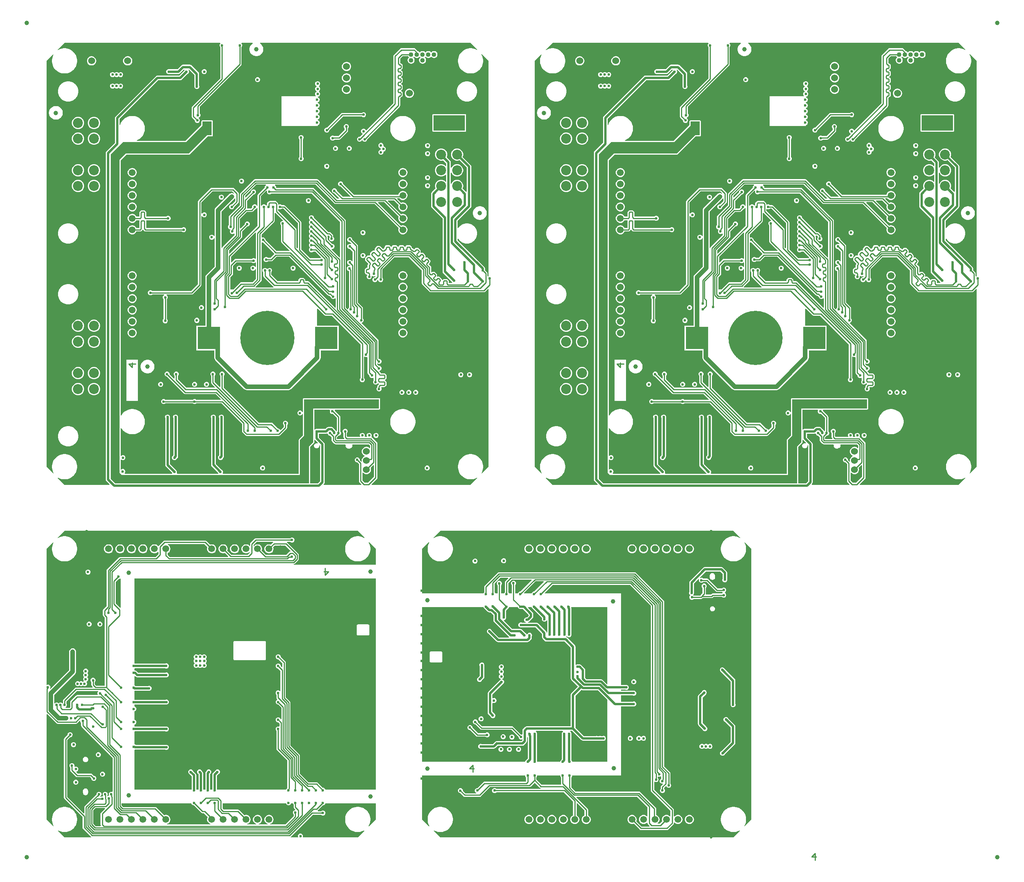
<source format=gbl>
G04*
G04 #@! TF.GenerationSoftware,Altium Limited,Altium Designer,21.1.1 (26)*
G04*
G04 Layer_Physical_Order=4*
G04 Layer_Color=16711680*
%FSLAX25Y25*%
%MOIN*%
G70*
G04*
G04 #@! TF.SameCoordinates,5C4D5550-4BF6-4518-9220-46D804948AFA*
G04*
G04*
G04 #@! TF.FilePolarity,Positive*
G04*
G01*
G75*
%ADD10C,0.03937*%
%ADD11C,0.01000*%
%ADD39C,0.04000*%
%ADD40C,0.02000*%
%ADD83R,0.05906X0.05906*%
%ADD84R,0.05906X0.05906*%
%ADD88C,0.05906*%
%ADD89O,0.06299X0.03150*%
%ADD90C,0.02362*%
%ADD91C,0.06000*%
%ADD92C,0.04000*%
%ADD93O,0.03150X0.06299*%
%ADD94C,0.08661*%
%ADD95C,0.47244*%
%ADD96R,0.19685X0.19685*%
G36*
X904267Y809906D02*
X903960Y809506D01*
X903301Y809887D01*
X901969Y810439D01*
X900576Y810812D01*
X899146Y811000D01*
X898425Y811000D01*
X897704Y811000D01*
X896275Y810812D01*
X894882Y810439D01*
X893550Y809887D01*
X892301Y809166D01*
X891157Y808288D01*
X890137Y807268D01*
X889259Y806124D01*
X888538Y804876D01*
X887987Y803543D01*
X887613Y802151D01*
X887425Y800721D01*
Y800000D01*
X887425Y799279D01*
X887613Y797849D01*
X887987Y796456D01*
X888538Y795124D01*
X889259Y793876D01*
X890137Y792732D01*
X891157Y791712D01*
X892301Y790834D01*
X893550Y790113D01*
X894882Y789561D01*
X896275Y789188D01*
X897704Y789000D01*
X898425Y789000D01*
X899146Y789000D01*
X900576Y789188D01*
X901969Y789561D01*
X903301Y790113D01*
X904550Y790834D01*
X905694Y791712D01*
X906713Y792732D01*
X907591Y793876D01*
X908312Y795124D01*
X908864Y796456D01*
X909237Y797849D01*
X909425Y799279D01*
X909425Y800000D01*
X909425Y800721D01*
X909237Y802151D01*
X908864Y803543D01*
X908312Y804876D01*
X907931Y805535D01*
X908331Y805842D01*
X914173Y800000D01*
Y612128D01*
X913824Y611983D01*
X913731Y611891D01*
X913270Y612082D01*
Y614453D01*
X913153Y615038D01*
X912822Y615534D01*
X911240Y617116D01*
Y617568D01*
X911029Y618078D01*
Y618703D01*
X910874Y619484D01*
X910432Y620145D01*
X887204Y643372D01*
Y644616D01*
X887704Y644768D01*
X888383Y643753D01*
X889619Y642517D01*
X891072Y641545D01*
X892687Y640876D01*
X894402Y640535D01*
X896150D01*
X897864Y640876D01*
X899479Y641545D01*
X900932Y642517D01*
X902168Y643753D01*
X903140Y645206D01*
X903809Y646821D01*
X904150Y648535D01*
Y650283D01*
X903809Y651998D01*
X903140Y653613D01*
X902168Y655066D01*
X900932Y656302D01*
X899479Y657273D01*
X897864Y657942D01*
X896150Y658284D01*
X894402D01*
X892687Y657942D01*
X891072Y657273D01*
X889619Y656302D01*
X888383Y655066D01*
X887704Y654051D01*
X887204Y654203D01*
Y660395D01*
X898501Y671692D01*
X898943Y672354D01*
X899098Y673134D01*
Y707862D01*
X898943Y708643D01*
X898501Y709304D01*
X891572Y716233D01*
X891582Y716250D01*
X891945Y717605D01*
Y719009D01*
X891582Y720365D01*
X890880Y721580D01*
X889887Y722573D01*
X888672Y723275D01*
X887316Y723638D01*
X885912D01*
X884557Y723275D01*
X883341Y722573D01*
X882349Y721580D01*
X881647Y720365D01*
X881283Y719009D01*
Y717605D01*
X881647Y716250D01*
X882349Y715034D01*
X883341Y714041D01*
X884557Y713340D01*
X885912Y712976D01*
X887316D01*
X888672Y713340D01*
X888688Y713349D01*
X895020Y707018D01*
Y685933D01*
X894520Y685726D01*
X891572Y688674D01*
X891582Y688690D01*
X891945Y690046D01*
Y691450D01*
X891582Y692806D01*
X890880Y694021D01*
X889887Y695014D01*
X888672Y695716D01*
X887316Y696079D01*
X885912D01*
X884557Y695716D01*
X883341Y695014D01*
X882349Y694021D01*
X881705Y692906D01*
X881214Y692984D01*
X881205Y692988D01*
Y702287D01*
X881214Y702291D01*
X881705Y702370D01*
X882349Y701254D01*
X883341Y700262D01*
X884557Y699560D01*
X885912Y699197D01*
X887316D01*
X888672Y699560D01*
X889887Y700262D01*
X890880Y701254D01*
X891582Y702470D01*
X891945Y703826D01*
Y705229D01*
X891582Y706585D01*
X890880Y707801D01*
X889887Y708793D01*
X888672Y709495D01*
X887316Y709858D01*
X885912D01*
X884557Y709495D01*
X883341Y708793D01*
X882349Y707801D01*
X881705Y706685D01*
X881214Y706764D01*
X881205Y706768D01*
Y711442D01*
X881205Y711442D01*
X881049Y712222D01*
X880607Y712884D01*
X877597Y715894D01*
X877802Y716250D01*
X878165Y717605D01*
Y719009D01*
X877802Y720365D01*
X877100Y721580D01*
X876108Y722573D01*
X874892Y723275D01*
X873536Y723638D01*
X872133D01*
X870777Y723275D01*
X869561Y722573D01*
X868569Y721580D01*
X867867Y720365D01*
X867504Y719009D01*
Y717605D01*
X867867Y716250D01*
X868569Y715034D01*
X869561Y714041D01*
X870777Y713340D01*
X872133Y712976D01*
X873536D01*
X874491Y713232D01*
X877126Y710598D01*
Y708482D01*
X876626Y708275D01*
X876108Y708793D01*
X874892Y709495D01*
X873536Y709858D01*
X872133D01*
X870777Y709495D01*
X869561Y708793D01*
X868569Y707801D01*
X867867Y706585D01*
X867504Y705229D01*
Y703826D01*
X867867Y702470D01*
X868569Y701254D01*
X869561Y700262D01*
X870777Y699560D01*
X872133Y699197D01*
X873536D01*
X874892Y699560D01*
X876108Y700262D01*
X876626Y700780D01*
X877126Y700573D01*
Y694702D01*
X876626Y694495D01*
X876108Y695014D01*
X874892Y695716D01*
X873536Y696079D01*
X872133D01*
X870777Y695716D01*
X869561Y695014D01*
X868569Y694021D01*
X867867Y692806D01*
X867504Y691450D01*
Y690046D01*
X867867Y688690D01*
X867877Y688674D01*
X864617Y685414D01*
X864175Y684753D01*
X864020Y683972D01*
Y673134D01*
X864175Y672354D01*
X864617Y671692D01*
X874020Y662289D01*
Y616015D01*
X874175Y615235D01*
X874617Y614573D01*
X882068Y607122D01*
X882210Y606779D01*
X882326Y606663D01*
X882119Y606163D01*
X879467D01*
Y607499D01*
X879351Y608084D01*
X879019Y608580D01*
X878419Y609180D01*
X877923Y609512D01*
X877338Y609628D01*
X875538D01*
X874953Y609512D01*
X874456Y609180D01*
X873950Y608674D01*
X873582Y608773D01*
X873450Y608865D01*
Y608876D01*
X873334Y609461D01*
X873003Y609958D01*
X871730Y611230D01*
X871233Y611562D01*
X870648Y611678D01*
X869800D01*
X869592Y611637D01*
X869166Y612062D01*
X869208Y612270D01*
Y613119D01*
X869091Y613704D01*
X868760Y614200D01*
X867487Y615473D01*
X866991Y615804D01*
X866406Y615921D01*
X865557D01*
X864972Y615804D01*
X864589Y615548D01*
X864232Y615674D01*
X864089Y615793D01*
Y619634D01*
X863972Y620219D01*
X863640Y620715D01*
X861803Y622552D01*
X862848Y623597D01*
X863179Y624093D01*
X863296Y624678D01*
Y625527D01*
X863179Y626112D01*
X862848Y626608D01*
X861575Y627881D01*
X861079Y628212D01*
X860493Y628329D01*
X859645D01*
X859437Y628287D01*
X859012Y628713D01*
X859053Y628921D01*
Y629769D01*
X858937Y630355D01*
X858605Y630851D01*
X857332Y632124D01*
X856836Y632455D01*
X856251Y632572D01*
X855402D01*
X855194Y632530D01*
X854769Y632955D01*
X854810Y633163D01*
Y634012D01*
X854694Y634597D01*
X854362Y635093D01*
X853090Y636366D01*
X852594Y636698D01*
X852008Y636814D01*
X851160D01*
X850574Y636698D01*
X850078Y636366D01*
X849034Y635322D01*
X848341Y636015D01*
X847844Y636347D01*
X847267Y636462D01*
Y636991D01*
X847151Y637576D01*
X846819Y638073D01*
X846219Y638673D01*
X845723Y639004D01*
X845138Y639121D01*
X843338D01*
X842752Y639004D01*
X842256Y638673D01*
X841656Y638073D01*
X841539Y637896D01*
X840937D01*
X840819Y638073D01*
X840219Y638673D01*
X839723Y639004D01*
X839138Y639121D01*
X837338D01*
X836753Y639004D01*
X836256Y638673D01*
X835656Y638073D01*
X835538Y637896D01*
X834937D01*
X834819Y638073D01*
X834219Y638673D01*
X833723Y639004D01*
X833138Y639121D01*
X831338D01*
X830752Y639004D01*
X830256Y638673D01*
X829656Y638073D01*
X829539Y637896D01*
X828937D01*
X828819Y638073D01*
X828219Y638673D01*
X827723Y639004D01*
X827138Y639121D01*
X825338D01*
X824753Y639004D01*
X824256Y638673D01*
X823656Y638073D01*
X823325Y637576D01*
X823208Y636991D01*
Y636446D01*
X823193Y636430D01*
X822774Y636347D01*
X822278Y636015D01*
X822031Y635769D01*
X819593Y638207D01*
X819096Y638538D01*
X818511Y638655D01*
X817663D01*
X817077Y638538D01*
X816581Y638207D01*
X815308Y636934D01*
X814977Y636438D01*
X814860Y635852D01*
Y635004D01*
X814902Y634796D01*
X814477Y634371D01*
X814268Y634412D01*
X813420D01*
X812835Y634296D01*
X812339Y633964D01*
X811066Y632691D01*
X810734Y632195D01*
X810618Y631610D01*
Y630761D01*
X810659Y630553D01*
X810234Y630128D01*
X810026Y630169D01*
X809177D01*
X808592Y630053D01*
X808096Y629721D01*
X806823Y628448D01*
X806492Y627952D01*
X806375Y627367D01*
Y626519D01*
X806492Y625933D01*
X806823Y625437D01*
X809261Y622999D01*
X808978Y622715D01*
X808646Y622219D01*
X808530Y621634D01*
Y619542D01*
X808130D01*
X807545Y619426D01*
X807049Y619094D01*
X806449Y618494D01*
X806117Y617998D01*
X806001Y617413D01*
Y615613D01*
X806117Y615027D01*
X806449Y614531D01*
X807049Y613931D01*
X807545Y613600D01*
X808130Y613483D01*
X808324Y612983D01*
X808210Y612869D01*
X807878Y612068D01*
Y611200D01*
X808210Y610398D01*
X808824Y609785D01*
X809625Y609453D01*
X810493D01*
X811294Y609785D01*
X811908Y610398D01*
X812240Y611200D01*
Y612068D01*
X812174Y612227D01*
X812598Y612510D01*
X812824Y612285D01*
X813625Y611953D01*
X814493D01*
X815012Y612168D01*
X815566Y611913D01*
X815574Y611901D01*
X815605Y611748D01*
X815036Y611179D01*
X814584D01*
X813782Y610847D01*
X813169Y610233D01*
X812837Y609432D01*
Y608564D01*
X813169Y607762D01*
X813782Y607149D01*
X814584Y606817D01*
X815452D01*
X816253Y607149D01*
X816867Y607762D01*
X817199Y608564D01*
Y608728D01*
X817378Y608857D01*
X817600Y608787D01*
X817910Y608624D01*
X818210Y607898D01*
X818824Y607285D01*
X819625Y606953D01*
X820493D01*
X821294Y607285D01*
X821908Y607898D01*
X822240Y608700D01*
Y609568D01*
X821908Y610369D01*
X821589Y610689D01*
Y618000D01*
X832193Y628605D01*
X844426D01*
X855886Y617144D01*
Y605778D01*
X856002Y605193D01*
X856334Y604697D01*
X862478Y598552D01*
X862974Y598221D01*
X863559Y598104D01*
X910059D01*
X910644Y598221D01*
X911141Y598552D01*
X913711Y601123D01*
X914173Y600932D01*
Y445669D01*
X908332Y439828D01*
X907932Y440135D01*
X908312Y440794D01*
X908864Y442126D01*
X909237Y443519D01*
X909425Y444948D01*
X909425Y445669D01*
X909425Y446390D01*
X909237Y447820D01*
X908864Y449213D01*
X908312Y450545D01*
X907591Y451794D01*
X906713Y452938D01*
X905694Y453957D01*
X904550Y454835D01*
X903301Y455556D01*
X901969Y456108D01*
X900576Y456481D01*
X899146Y456669D01*
X898425Y456669D01*
X897704Y456669D01*
X896275Y456481D01*
X894882Y456108D01*
X893550Y455556D01*
X892301Y454835D01*
X891157Y453957D01*
X890137Y452938D01*
X889259Y451794D01*
X888538Y450545D01*
X887987Y449213D01*
X887613Y447820D01*
X887425Y446390D01*
Y445669D01*
X887425Y444948D01*
X887613Y443519D01*
X887987Y442126D01*
X888538Y440794D01*
X889259Y439545D01*
X890137Y438401D01*
X891157Y437381D01*
X892301Y436504D01*
X893550Y435782D01*
X894882Y435231D01*
X896275Y434858D01*
X897704Y434669D01*
X898425Y434669D01*
X899146Y434669D01*
X900576Y434858D01*
X901969Y435231D01*
X903301Y435782D01*
X903960Y436163D01*
X904267Y435763D01*
X898425Y429921D01*
X812163D01*
X811971Y430383D01*
X816640Y435052D01*
X816972Y435549D01*
X817089Y436134D01*
Y465988D01*
X816972Y466573D01*
X816640Y467070D01*
X812495Y471215D01*
X812158Y471441D01*
X811990Y471749D01*
X811976Y472061D01*
X812240Y472700D01*
Y473568D01*
X811908Y474369D01*
X811294Y474983D01*
X810493Y475315D01*
X809625D01*
X808824Y474983D01*
X808210Y474369D01*
X807878Y473568D01*
Y472700D01*
X808100Y472163D01*
X807792Y471663D01*
X806326D01*
X806018Y472163D01*
X806240Y472700D01*
Y473568D01*
X805908Y474369D01*
X805295Y474983D01*
X804493Y475315D01*
X803625D01*
X802824Y474983D01*
X802210Y474369D01*
X801878Y473568D01*
Y472700D01*
X802100Y472163D01*
X801792Y471663D01*
X791193D01*
X790589Y472267D01*
Y475079D01*
X790908Y475398D01*
X791240Y476200D01*
Y477068D01*
X790908Y477869D01*
X790295Y478483D01*
X789493Y478815D01*
X788625D01*
X787824Y478483D01*
X787210Y477869D01*
X786878Y477068D01*
Y476200D01*
X787210Y475398D01*
X787530Y475079D01*
Y471634D01*
X787646Y471049D01*
X787978Y470552D01*
X788177Y470353D01*
X787986Y469891D01*
X781920D01*
X781856Y469955D01*
Y471477D01*
X783213Y472833D01*
X783633D01*
X784434Y473165D01*
X785048Y473779D01*
X785380Y474580D01*
Y475448D01*
X785048Y476250D01*
X784728Y476569D01*
Y489051D01*
X784612Y489636D01*
X784280Y490132D01*
X779969Y494444D01*
Y494547D01*
X779734Y495114D01*
X780025Y495614D01*
X818559D01*
X818949Y495692D01*
X819280Y495913D01*
X819501Y496244D01*
X819579Y496634D01*
Y504634D01*
X819501Y505024D01*
X819280Y505355D01*
X818949Y505576D01*
X818559Y505653D01*
X753059D01*
X752669Y505576D01*
X752338Y505355D01*
X752117Y505024D01*
X752039Y504634D01*
Y493652D01*
X751540Y493552D01*
X751408Y493869D01*
X750795Y494483D01*
X749993Y494815D01*
X749125D01*
X748324Y494483D01*
X747710Y493869D01*
X747378Y493068D01*
Y492200D01*
X747710Y491398D01*
X748324Y490785D01*
X749125Y490453D01*
X749993D01*
X750795Y490785D01*
X751408Y491398D01*
X751540Y491715D01*
X752039Y491616D01*
X752039Y473056D01*
X748838Y469855D01*
X748617Y469524D01*
X748539Y469134D01*
X748539Y439653D01*
X682477D01*
X682186Y440154D01*
X682421Y440721D01*
Y441589D01*
X682090Y442390D01*
X681476Y443004D01*
X681133Y443146D01*
X676098Y448181D01*
Y488357D01*
X676240Y488700D01*
Y489568D01*
X675908Y490369D01*
X675294Y490983D01*
X674493Y491315D01*
X673625D01*
X672824Y490983D01*
X672210Y490369D01*
X671878Y489568D01*
Y488700D01*
X672020Y488357D01*
Y447336D01*
X672175Y446556D01*
X672617Y445894D01*
X678249Y440262D01*
X678294Y440154D01*
X678004Y439653D01*
X642316D01*
X642014Y440154D01*
X642240Y440700D01*
Y441568D01*
X641908Y442369D01*
X641294Y442983D01*
X640952Y443125D01*
X636098Y447978D01*
Y488357D01*
X636240Y488700D01*
Y489568D01*
X635908Y490369D01*
X635294Y490983D01*
X634493Y491315D01*
X633625D01*
X632824Y490983D01*
X632210Y490369D01*
X631878Y489568D01*
Y488700D01*
X632020Y488357D01*
Y447134D01*
X632175Y446353D01*
X632617Y445692D01*
X638068Y440241D01*
X638104Y440154D01*
X637802Y439653D01*
X596756D01*
X596565Y440115D01*
X596697Y440247D01*
X597029Y441049D01*
Y441917D01*
X596697Y442718D01*
X596083Y443332D01*
X595281Y443664D01*
X594414D01*
X593612Y443332D01*
X593541Y443260D01*
X593079Y443451D01*
Y451823D01*
X593579Y452030D01*
X593824Y451785D01*
X594625Y451453D01*
X595493D01*
X596294Y451785D01*
X596908Y452398D01*
X597240Y453200D01*
Y454068D01*
X596908Y454869D01*
X596294Y455483D01*
X595493Y455815D01*
X594625D01*
X593824Y455483D01*
X593579Y455238D01*
X593079Y455445D01*
Y479483D01*
X593579Y479617D01*
X593984Y478915D01*
X594862Y477771D01*
X595881Y476751D01*
X597025Y475874D01*
X598274Y475153D01*
X599606Y474601D01*
X600999Y474228D01*
X602429Y474039D01*
X603150Y474039D01*
X603871Y474039D01*
X605300Y474228D01*
X606693Y474601D01*
X608025Y475153D01*
X609274Y475874D01*
X610418Y476751D01*
X611438Y477771D01*
X612315Y478915D01*
X613036Y480164D01*
X613588Y481496D01*
X613961Y482889D01*
X614150Y484318D01*
X614150Y485039D01*
X614150Y485760D01*
X613961Y487190D01*
X613588Y488583D01*
X613036Y489915D01*
X612315Y491164D01*
X611438Y492308D01*
X610418Y493327D01*
X609274Y494205D01*
X608025Y494926D01*
X606693Y495478D01*
X605300Y495851D01*
X603871Y496039D01*
X603150Y496039D01*
X602429Y496039D01*
X600999Y495851D01*
X599606Y495478D01*
X598274Y494926D01*
X597025Y494205D01*
X595881Y493327D01*
X594862Y492308D01*
X593984Y491164D01*
X593579Y490462D01*
X593079Y490596D01*
X593079Y713211D01*
X597981Y718114D01*
X652559D01*
X652949Y718192D01*
X653280Y718413D01*
X668981Y734114D01*
X672559D01*
X672949Y734192D01*
X673280Y734413D01*
X673501Y734744D01*
X673579Y735134D01*
Y747134D01*
X673501Y747524D01*
X673280Y747855D01*
X672949Y748076D01*
X672559Y748153D01*
X664559Y748153D01*
X664169Y748076D01*
X663838Y747855D01*
X663617Y747524D01*
X663540Y747134D01*
Y744056D01*
X649637Y730154D01*
X607148D01*
X607048Y730653D01*
X608025Y731058D01*
X609274Y731779D01*
X610418Y732657D01*
X611438Y733676D01*
X612315Y734820D01*
X613036Y736069D01*
X613588Y737401D01*
X613961Y738794D01*
X614150Y740224D01*
X614150Y740945D01*
X614150Y741666D01*
X613961Y743095D01*
X613588Y744488D01*
X613036Y745821D01*
X612315Y747069D01*
X611438Y748213D01*
X610418Y749233D01*
X609274Y750111D01*
X608025Y750832D01*
X606693Y751383D01*
X605300Y751757D01*
X603871Y751945D01*
X603150Y751945D01*
X602429Y751945D01*
X600999Y751757D01*
X599606Y751383D01*
X598274Y750832D01*
X597025Y750111D01*
X595881Y749233D01*
X594862Y748213D01*
X593984Y747069D01*
X593263Y745820D01*
X592711Y744488D01*
X592598Y744067D01*
X592098Y744133D01*
Y749289D01*
X625904Y783095D01*
X645059D01*
X645839Y783250D01*
X646501Y783692D01*
X651452Y788643D01*
X651794Y788785D01*
X652408Y789398D01*
X652740Y790200D01*
Y791068D01*
X652408Y791869D01*
X652388Y791890D01*
X652566Y792419D01*
X652852Y792457D01*
X657520Y787789D01*
Y778410D01*
X657378Y778068D01*
Y777200D01*
X657710Y776398D01*
X658324Y775785D01*
X659125Y775453D01*
X659993D01*
X660794Y775785D01*
X661408Y776398D01*
X661740Y777200D01*
Y778068D01*
X661598Y778410D01*
Y788634D01*
X661443Y789414D01*
X661001Y790076D01*
X655001Y796076D01*
X654339Y796518D01*
X653559Y796673D01*
X647559D01*
X646779Y796518D01*
X646117Y796076D01*
X642714Y792673D01*
X635836D01*
X635493Y792815D01*
X634625D01*
X633824Y792483D01*
X633210Y791869D01*
X632878Y791068D01*
Y790200D01*
X633210Y789398D01*
X633824Y788785D01*
X634625Y788453D01*
X635493D01*
X635836Y788595D01*
X643559D01*
X644339Y788750D01*
X645001Y789192D01*
X648266Y792457D01*
X648552Y792419D01*
X648731Y791890D01*
X648710Y791869D01*
X648568Y791527D01*
X644214Y787173D01*
X625059D01*
X624279Y787018D01*
X623617Y786576D01*
X623617Y786576D01*
X588617Y751576D01*
X588175Y750914D01*
X588020Y750134D01*
Y728478D01*
X580617Y721076D01*
X580175Y720414D01*
X580020Y719634D01*
Y434634D01*
X580175Y433853D01*
X580617Y433192D01*
X583426Y430383D01*
X583235Y429921D01*
X544095D01*
X538253Y435763D01*
X538560Y436163D01*
X539219Y435782D01*
X540551Y435231D01*
X541944Y434858D01*
X543373Y434669D01*
X544094Y434669D01*
X544815Y434669D01*
X546245Y434858D01*
X547638Y435231D01*
X548970Y435782D01*
X550219Y436503D01*
X551363Y437381D01*
X552383Y438401D01*
X553260Y439545D01*
X553981Y440794D01*
X554533Y442126D01*
X554906Y443519D01*
X555094Y444948D01*
X555094Y445669D01*
X555094Y446390D01*
X554906Y447820D01*
X554533Y449213D01*
X553981Y450545D01*
X553260Y451794D01*
X552382Y452938D01*
X551363Y453957D01*
X550219Y454835D01*
X548970Y455556D01*
X547638Y456108D01*
X546245Y456481D01*
X544815Y456669D01*
X544094Y456669D01*
X543373Y456669D01*
X541944Y456481D01*
X540551Y456108D01*
X539219Y455556D01*
X537970Y454835D01*
X536826Y453957D01*
X535807Y452938D01*
X534929Y451794D01*
X534208Y450545D01*
X533656Y449213D01*
X533283Y447820D01*
X533095Y446390D01*
Y445669D01*
X533095Y444948D01*
X533283Y443519D01*
X533656Y442126D01*
X534208Y440794D01*
X534588Y440135D01*
X534188Y439828D01*
X528346Y445669D01*
Y800000D01*
X534188Y805842D01*
X534588Y805535D01*
X534208Y804876D01*
X533656Y803543D01*
X533283Y802151D01*
X533095Y800721D01*
Y800000D01*
X533095Y799279D01*
X533283Y797849D01*
X533656Y796456D01*
X534208Y795124D01*
X534929Y793876D01*
X535807Y792732D01*
X536826Y791712D01*
X537970Y790834D01*
X539219Y790113D01*
X540551Y789561D01*
X541944Y789188D01*
X543373Y789000D01*
X544094Y789000D01*
X544815Y789000D01*
X546245Y789188D01*
X547638Y789561D01*
X548970Y790113D01*
X550219Y790834D01*
X551363Y791712D01*
X552383Y792732D01*
X553260Y793876D01*
X553981Y795124D01*
X554533Y796456D01*
X554906Y797849D01*
X555094Y799279D01*
X555094Y800000D01*
X555094Y800721D01*
X554906Y802151D01*
X554533Y803543D01*
X553981Y804876D01*
X553260Y806124D01*
X552382Y807268D01*
X551363Y808288D01*
X550219Y809166D01*
X548970Y809887D01*
X547638Y810439D01*
X546245Y810812D01*
X544815Y811000D01*
X544094Y811000D01*
X543373Y811000D01*
X541944Y810812D01*
X540551Y810439D01*
X539219Y809887D01*
X538560Y809506D01*
X538253Y809906D01*
X544095Y815748D01*
X679882D01*
X680089Y815248D01*
X679710Y814869D01*
X679378Y814068D01*
Y813200D01*
X679710Y812398D01*
X680030Y812079D01*
Y784767D01*
X655478Y760215D01*
X655146Y759719D01*
X655030Y759134D01*
Y751634D01*
X655146Y751049D01*
X655478Y750552D01*
X657878Y748152D01*
Y747700D01*
X658210Y746898D01*
X658824Y746285D01*
X659625Y745953D01*
X660493D01*
X661295Y746285D01*
X661908Y746898D01*
X662240Y747700D01*
Y748568D01*
X661908Y749369D01*
X661295Y749983D01*
X661230Y750010D01*
Y750551D01*
X661795Y750785D01*
X662408Y751398D01*
X662740Y752200D01*
Y753068D01*
X662408Y753869D01*
X662088Y754189D01*
Y760000D01*
X698140Y796052D01*
X698472Y796549D01*
X698589Y797134D01*
Y812079D01*
X698908Y812398D01*
X699240Y813200D01*
Y814068D01*
X698908Y814869D01*
X698529Y815248D01*
X698736Y815748D01*
X708243D01*
X708395Y815248D01*
X707719Y814797D01*
X706885Y813963D01*
X706230Y812982D01*
X705778Y811892D01*
X705548Y810735D01*
X705548Y810145D01*
X705548Y810145D01*
Y809555D01*
X705778Y808398D01*
X706230Y807308D01*
X706885Y806327D01*
X707719Y805493D01*
X708700Y804838D01*
X709790Y804386D01*
X710947Y804156D01*
X711537D01*
X712127Y804156D01*
X713284Y804386D01*
X714374Y804838D01*
X715355Y805493D01*
X716189Y806327D01*
X716844Y807308D01*
X717296Y808398D01*
X717526Y809555D01*
X717526Y810145D01*
X717526Y810735D01*
X717296Y811892D01*
X716844Y812982D01*
X716189Y813963D01*
X715355Y814797D01*
X714679Y815248D01*
X714831Y815748D01*
X898425D01*
X904267Y809906D01*
D02*
G37*
G36*
X478283D02*
X477976Y809506D01*
X477317Y809887D01*
X475984Y810439D01*
X474591Y810812D01*
X473162Y811000D01*
X472441Y811000D01*
X471720Y811000D01*
X470290Y810812D01*
X468897Y810439D01*
X467565Y809887D01*
X466317Y809166D01*
X465173Y808288D01*
X464153Y807268D01*
X463275Y806124D01*
X462554Y804876D01*
X462002Y803543D01*
X461629Y802151D01*
X461441Y800721D01*
Y800000D01*
X461441Y799279D01*
X461629Y797849D01*
X462002Y796456D01*
X462554Y795124D01*
X463275Y793876D01*
X464153Y792732D01*
X465172Y791712D01*
X466317Y790834D01*
X467565Y790113D01*
X468897Y789561D01*
X470290Y789188D01*
X471720Y789000D01*
X472441Y789000D01*
X473162Y789000D01*
X474591Y789188D01*
X475984Y789561D01*
X477317Y790113D01*
X478565Y790834D01*
X479709Y791712D01*
X480729Y792732D01*
X481607Y793876D01*
X482328Y795124D01*
X482879Y796456D01*
X483253Y797849D01*
X483441Y799279D01*
X483441Y800000D01*
X483441Y800721D01*
X483253Y802151D01*
X482879Y803543D01*
X482328Y804876D01*
X481947Y805535D01*
X482347Y805842D01*
X488189Y800000D01*
Y612128D01*
X487839Y611983D01*
X487747Y611891D01*
X487285Y612082D01*
Y614453D01*
X487169Y615038D01*
X486837Y615534D01*
X485256Y617116D01*
Y617568D01*
X485045Y618078D01*
Y618703D01*
X484890Y619484D01*
X484447Y620145D01*
X461220Y643372D01*
Y644616D01*
X461720Y644768D01*
X462398Y643753D01*
X463634Y642517D01*
X465088Y641545D01*
X466703Y640876D01*
X468417Y640535D01*
X470165D01*
X471880Y640876D01*
X473495Y641545D01*
X474948Y642517D01*
X476184Y643753D01*
X477155Y645206D01*
X477824Y646821D01*
X478165Y648535D01*
Y650283D01*
X477824Y651998D01*
X477155Y653613D01*
X476184Y655066D01*
X474948Y656302D01*
X473495Y657273D01*
X471880Y657942D01*
X470165Y658284D01*
X468417D01*
X466703Y657942D01*
X465088Y657273D01*
X463634Y656302D01*
X462398Y655066D01*
X461720Y654051D01*
X461220Y654203D01*
Y660395D01*
X472517Y671692D01*
X472959Y672354D01*
X473114Y673134D01*
Y707862D01*
X472959Y708643D01*
X472517Y709304D01*
X465588Y716233D01*
X465597Y716250D01*
X465961Y717605D01*
Y719009D01*
X465597Y720365D01*
X464896Y721580D01*
X463903Y722573D01*
X462687Y723275D01*
X461332Y723638D01*
X459928D01*
X458572Y723275D01*
X457357Y722573D01*
X456364Y721580D01*
X455662Y720365D01*
X455299Y719009D01*
Y717605D01*
X455662Y716250D01*
X456364Y715034D01*
X457357Y714041D01*
X458572Y713340D01*
X459928Y712976D01*
X461332D01*
X462687Y713340D01*
X462704Y713349D01*
X469036Y707018D01*
Y685933D01*
X468536Y685726D01*
X465588Y688674D01*
X465597Y688690D01*
X465961Y690046D01*
Y691450D01*
X465597Y692806D01*
X464896Y694021D01*
X463903Y695014D01*
X462687Y695716D01*
X461332Y696079D01*
X459928D01*
X458572Y695716D01*
X457357Y695014D01*
X456364Y694021D01*
X455720Y692906D01*
X455230Y692984D01*
X455220Y692988D01*
Y702287D01*
X455230Y702291D01*
X455720Y702370D01*
X456364Y701254D01*
X457357Y700262D01*
X458572Y699560D01*
X459928Y699197D01*
X461332D01*
X462687Y699560D01*
X463903Y700262D01*
X464896Y701254D01*
X465597Y702470D01*
X465961Y703826D01*
Y705229D01*
X465597Y706585D01*
X464896Y707801D01*
X463903Y708793D01*
X462687Y709495D01*
X461332Y709858D01*
X459928D01*
X458572Y709495D01*
X457357Y708793D01*
X456364Y707801D01*
X455720Y706685D01*
X455230Y706764D01*
X455220Y706768D01*
Y711442D01*
X455220Y711442D01*
X455065Y712222D01*
X454623Y712884D01*
X451613Y715894D01*
X451818Y716250D01*
X452181Y717605D01*
Y719009D01*
X451818Y720365D01*
X451116Y721580D01*
X450124Y722573D01*
X448908Y723275D01*
X447552Y723638D01*
X446149D01*
X444793Y723275D01*
X443577Y722573D01*
X442585Y721580D01*
X441883Y720365D01*
X441520Y719009D01*
Y717605D01*
X441883Y716250D01*
X442585Y715034D01*
X443577Y714041D01*
X444793Y713340D01*
X446149Y712976D01*
X447552D01*
X448507Y713232D01*
X451142Y710598D01*
Y708482D01*
X450642Y708275D01*
X450124Y708793D01*
X448908Y709495D01*
X447552Y709858D01*
X446149D01*
X444793Y709495D01*
X443577Y708793D01*
X442585Y707801D01*
X441883Y706585D01*
X441520Y705229D01*
Y703826D01*
X441883Y702470D01*
X442585Y701254D01*
X443577Y700262D01*
X444793Y699560D01*
X446149Y699197D01*
X447552D01*
X448908Y699560D01*
X450124Y700262D01*
X450642Y700780D01*
X451142Y700573D01*
Y694702D01*
X450642Y694495D01*
X450124Y695014D01*
X448908Y695716D01*
X447552Y696079D01*
X446149D01*
X444793Y695716D01*
X443577Y695014D01*
X442585Y694021D01*
X441883Y692806D01*
X441520Y691450D01*
Y690046D01*
X441883Y688690D01*
X441892Y688674D01*
X438633Y685414D01*
X438191Y684753D01*
X438036Y683972D01*
Y673134D01*
X438191Y672354D01*
X438633Y671692D01*
X448036Y662289D01*
Y616015D01*
X448191Y615235D01*
X448633Y614573D01*
X456084Y607122D01*
X456226Y606779D01*
X456342Y606663D01*
X456135Y606163D01*
X453483D01*
Y607499D01*
X453367Y608084D01*
X453035Y608580D01*
X452435Y609180D01*
X451939Y609512D01*
X451354Y609628D01*
X449553D01*
X448968Y609512D01*
X448472Y609180D01*
X447966Y608674D01*
X447598Y608773D01*
X447466Y608865D01*
Y608876D01*
X447350Y609461D01*
X447018Y609958D01*
X445746Y611230D01*
X445249Y611562D01*
X444664Y611678D01*
X443816D01*
X443607Y611637D01*
X443182Y612062D01*
X443224Y612270D01*
Y613119D01*
X443107Y613704D01*
X442776Y614200D01*
X441503Y615473D01*
X441007Y615804D01*
X440421Y615921D01*
X439573D01*
X438988Y615804D01*
X438604Y615548D01*
X438248Y615674D01*
X438104Y615793D01*
Y619634D01*
X437988Y620219D01*
X437656Y620715D01*
X435819Y622552D01*
X436864Y623597D01*
X437195Y624093D01*
X437312Y624678D01*
Y625527D01*
X437195Y626112D01*
X436864Y626608D01*
X435591Y627881D01*
X435095Y628212D01*
X434509Y628329D01*
X433661D01*
X433453Y628287D01*
X433027Y628713D01*
X433069Y628921D01*
Y629769D01*
X432952Y630355D01*
X432621Y630851D01*
X431348Y632124D01*
X430852Y632455D01*
X430267Y632572D01*
X429418D01*
X429210Y632530D01*
X428785Y632955D01*
X428826Y633163D01*
Y634012D01*
X428710Y634597D01*
X428378Y635093D01*
X427106Y636366D01*
X426609Y636698D01*
X426024Y636814D01*
X425176D01*
X424590Y636698D01*
X424094Y636366D01*
X423050Y635322D01*
X422356Y636015D01*
X421860Y636347D01*
X421283Y636462D01*
Y636991D01*
X421167Y637576D01*
X420835Y638073D01*
X420235Y638673D01*
X419739Y639004D01*
X419153Y639121D01*
X417353D01*
X416768Y639004D01*
X416272Y638673D01*
X415672Y638073D01*
X415554Y637896D01*
X414953D01*
X414835Y638073D01*
X414235Y638673D01*
X413739Y639004D01*
X413154Y639121D01*
X411353D01*
X410768Y639004D01*
X410272Y638673D01*
X409672Y638073D01*
X409554Y637896D01*
X408953D01*
X408835Y638073D01*
X408235Y638673D01*
X407739Y639004D01*
X407154Y639121D01*
X405353D01*
X404768Y639004D01*
X404272Y638673D01*
X403672Y638073D01*
X403554Y637896D01*
X402953D01*
X402835Y638073D01*
X402235Y638673D01*
X401739Y639004D01*
X401154Y639121D01*
X399354D01*
X398768Y639004D01*
X398272Y638673D01*
X397672Y638073D01*
X397341Y637576D01*
X397224Y636991D01*
Y636446D01*
X397208Y636430D01*
X396790Y636347D01*
X396293Y636015D01*
X396046Y635769D01*
X393608Y638207D01*
X393112Y638538D01*
X392527Y638655D01*
X391678D01*
X391093Y638538D01*
X390597Y638207D01*
X389324Y636934D01*
X388993Y636438D01*
X388876Y635852D01*
Y635004D01*
X388918Y634796D01*
X388492Y634371D01*
X388284Y634412D01*
X387436D01*
X386851Y634296D01*
X386354Y633964D01*
X385082Y632691D01*
X384750Y632195D01*
X384633Y631610D01*
Y630761D01*
X384675Y630553D01*
X384250Y630128D01*
X384042Y630169D01*
X383193D01*
X382608Y630053D01*
X382112Y629721D01*
X380839Y628448D01*
X380507Y627952D01*
X380391Y627367D01*
Y626519D01*
X380507Y625933D01*
X380839Y625437D01*
X383277Y622999D01*
X382993Y622715D01*
X382662Y622219D01*
X382545Y621634D01*
Y619542D01*
X382146D01*
X381561Y619426D01*
X381065Y619094D01*
X380465Y618494D01*
X380133Y617998D01*
X380017Y617413D01*
Y615613D01*
X380133Y615027D01*
X380465Y614531D01*
X381065Y613931D01*
X381561Y613600D01*
X382146Y613483D01*
X382340Y612983D01*
X382226Y612869D01*
X381894Y612068D01*
Y611200D01*
X382226Y610398D01*
X382839Y609785D01*
X383641Y609453D01*
X384509D01*
X385310Y609785D01*
X385924Y610398D01*
X386256Y611200D01*
Y612068D01*
X386190Y612227D01*
X386614Y612510D01*
X386839Y612285D01*
X387641Y611953D01*
X388509D01*
X389027Y612168D01*
X389581Y611913D01*
X389590Y611901D01*
X389621Y611748D01*
X389052Y611179D01*
X388600D01*
X387798Y610847D01*
X387184Y610233D01*
X386852Y609432D01*
Y608564D01*
X387184Y607762D01*
X387798Y607149D01*
X388600Y606817D01*
X389467D01*
X390269Y607149D01*
X390882Y607762D01*
X391215Y608564D01*
Y608728D01*
X391394Y608857D01*
X391616Y608787D01*
X391925Y608624D01*
X392226Y607898D01*
X392839Y607285D01*
X393641Y606953D01*
X394509D01*
X395310Y607285D01*
X395924Y607898D01*
X396256Y608700D01*
Y609568D01*
X395924Y610369D01*
X395604Y610689D01*
Y618000D01*
X406208Y628605D01*
X418441D01*
X429901Y617144D01*
Y605778D01*
X430018Y605193D01*
X430349Y604697D01*
X436493Y598552D01*
X436989Y598221D01*
X437575Y598104D01*
X484075D01*
X484660Y598221D01*
X485156Y598552D01*
X487727Y601123D01*
X488189Y600932D01*
Y445669D01*
X482347Y439828D01*
X481947Y440135D01*
X482328Y440794D01*
X482879Y442126D01*
X483253Y443519D01*
X483441Y444948D01*
X483441Y445669D01*
X483441Y446390D01*
X483253Y447820D01*
X482879Y449213D01*
X482328Y450545D01*
X481607Y451794D01*
X480729Y452938D01*
X479709Y453957D01*
X478565Y454835D01*
X477317Y455556D01*
X475984Y456108D01*
X474591Y456481D01*
X473162Y456669D01*
X472441Y456669D01*
X471720Y456669D01*
X470290Y456481D01*
X468897Y456108D01*
X467565Y455556D01*
X466317Y454835D01*
X465173Y453957D01*
X464153Y452938D01*
X463275Y451794D01*
X462554Y450545D01*
X462002Y449213D01*
X461629Y447820D01*
X461441Y446390D01*
Y445669D01*
X461441Y444948D01*
X461629Y443519D01*
X462002Y442126D01*
X462554Y440794D01*
X463275Y439545D01*
X464153Y438401D01*
X465172Y437381D01*
X466317Y436504D01*
X467565Y435782D01*
X468897Y435231D01*
X470290Y434858D01*
X471720Y434669D01*
X472441Y434669D01*
X473162Y434669D01*
X474591Y434858D01*
X475984Y435231D01*
X477317Y435782D01*
X477976Y436163D01*
X478282Y435763D01*
X472441Y429921D01*
X386178D01*
X385987Y430383D01*
X390656Y435052D01*
X390988Y435549D01*
X391104Y436134D01*
Y465988D01*
X390988Y466573D01*
X390656Y467070D01*
X386511Y471215D01*
X386173Y471441D01*
X386005Y471749D01*
X385991Y472061D01*
X386256Y472700D01*
Y473568D01*
X385924Y474369D01*
X385310Y474983D01*
X384509Y475315D01*
X383641D01*
X382839Y474983D01*
X382226Y474369D01*
X381894Y473568D01*
Y472700D01*
X382116Y472163D01*
X381808Y471663D01*
X380342D01*
X380034Y472163D01*
X380256Y472700D01*
Y473568D01*
X379924Y474369D01*
X379310Y474983D01*
X378509Y475315D01*
X377641D01*
X376839Y474983D01*
X376226Y474369D01*
X375894Y473568D01*
Y472700D01*
X376116Y472163D01*
X375808Y471663D01*
X365208D01*
X364604Y472267D01*
Y475079D01*
X364924Y475398D01*
X365256Y476200D01*
Y477068D01*
X364924Y477869D01*
X364310Y478483D01*
X363509Y478815D01*
X362641D01*
X361839Y478483D01*
X361226Y477869D01*
X360894Y477068D01*
Y476200D01*
X361226Y475398D01*
X361545Y475079D01*
Y471634D01*
X361662Y471049D01*
X361993Y470552D01*
X362193Y470353D01*
X362002Y469891D01*
X355936D01*
X355872Y469955D01*
Y471477D01*
X357229Y472833D01*
X357648D01*
X358450Y473165D01*
X359064Y473779D01*
X359396Y474580D01*
Y475448D01*
X359064Y476250D01*
X358744Y476569D01*
Y489051D01*
X358628Y489636D01*
X358296Y490132D01*
X353985Y494444D01*
Y494547D01*
X353750Y495114D01*
X354041Y495614D01*
X392575D01*
X392965Y495692D01*
X393296Y495913D01*
X393517Y496244D01*
X393594Y496634D01*
Y504634D01*
X393517Y505024D01*
X393296Y505355D01*
X392965Y505576D01*
X392575Y505653D01*
X327075D01*
X326685Y505576D01*
X326354Y505355D01*
X326133Y505024D01*
X326055Y504634D01*
Y493652D01*
X325555Y493552D01*
X325424Y493869D01*
X324810Y494483D01*
X324009Y494815D01*
X323141D01*
X322339Y494483D01*
X321726Y493869D01*
X321394Y493068D01*
Y492200D01*
X321726Y491398D01*
X322339Y490785D01*
X323141Y490453D01*
X324009D01*
X324810Y490785D01*
X325424Y491398D01*
X325555Y491715D01*
X326055Y491616D01*
X326055Y473056D01*
X322854Y469855D01*
X322633Y469524D01*
X322555Y469134D01*
X322555Y439653D01*
X256493D01*
X256202Y440154D01*
X256437Y440721D01*
Y441589D01*
X256105Y442390D01*
X255492Y443004D01*
X255149Y443146D01*
X250114Y448181D01*
Y488357D01*
X250256Y488700D01*
Y489568D01*
X249924Y490369D01*
X249310Y490983D01*
X248509Y491315D01*
X247641D01*
X246839Y490983D01*
X246226Y490369D01*
X245894Y489568D01*
Y488700D01*
X246036Y488357D01*
Y447336D01*
X246191Y446556D01*
X246633Y445894D01*
X252265Y440262D01*
X252310Y440154D01*
X252020Y439653D01*
X216332D01*
X216030Y440154D01*
X216256Y440700D01*
Y441568D01*
X215924Y442369D01*
X215310Y442983D01*
X214968Y443125D01*
X210114Y447978D01*
Y488357D01*
X210256Y488700D01*
Y489568D01*
X209924Y490369D01*
X209310Y490983D01*
X208509Y491315D01*
X207641D01*
X206839Y490983D01*
X206226Y490369D01*
X205894Y489568D01*
Y488700D01*
X206036Y488357D01*
Y447134D01*
X206191Y446353D01*
X206633Y445692D01*
X212084Y440241D01*
X212120Y440154D01*
X211817Y439653D01*
X170772D01*
X170581Y440115D01*
X170712Y440247D01*
X171044Y441049D01*
Y441917D01*
X170712Y442718D01*
X170099Y443332D01*
X169297Y443664D01*
X168430D01*
X167628Y443332D01*
X167556Y443260D01*
X167094Y443451D01*
Y451823D01*
X167594Y452030D01*
X167839Y451785D01*
X168641Y451453D01*
X169509D01*
X170310Y451785D01*
X170924Y452398D01*
X171256Y453200D01*
Y454068D01*
X170924Y454869D01*
X170310Y455483D01*
X169509Y455815D01*
X168641D01*
X167839Y455483D01*
X167594Y455238D01*
X167094Y455445D01*
Y479483D01*
X167594Y479617D01*
X167999Y478915D01*
X168877Y477771D01*
X169897Y476751D01*
X171041Y475874D01*
X172290Y475153D01*
X173622Y474601D01*
X175015Y474228D01*
X176444Y474039D01*
X177165Y474039D01*
X177886Y474039D01*
X179316Y474228D01*
X180709Y474601D01*
X182041Y475153D01*
X183290Y475874D01*
X184434Y476751D01*
X185453Y477771D01*
X186331Y478915D01*
X187052Y480164D01*
X187604Y481496D01*
X187977Y482889D01*
X188165Y484318D01*
X188165Y485039D01*
X188165Y485760D01*
X187977Y487190D01*
X187604Y488583D01*
X187052Y489915D01*
X186331Y491164D01*
X185453Y492308D01*
X184434Y493327D01*
X183290Y494205D01*
X182041Y494926D01*
X180709Y495478D01*
X179316Y495851D01*
X177886Y496039D01*
X177165Y496039D01*
X176444Y496039D01*
X175015Y495851D01*
X173622Y495478D01*
X172290Y494926D01*
X171041Y494205D01*
X169897Y493327D01*
X168877Y492308D01*
X168000Y491164D01*
X167594Y490462D01*
X167094Y490596D01*
X167094Y713211D01*
X171997Y718114D01*
X226575D01*
X226965Y718192D01*
X227296Y718413D01*
X242997Y734114D01*
X246575D01*
X246965Y734192D01*
X247296Y734413D01*
X247517Y734744D01*
X247594Y735134D01*
Y747134D01*
X247517Y747524D01*
X247296Y747855D01*
X246965Y748076D01*
X246575Y748153D01*
X238575Y748153D01*
X238185Y748076D01*
X237854Y747855D01*
X237633Y747524D01*
X237555Y747134D01*
Y744056D01*
X223653Y730154D01*
X181164D01*
X181064Y730653D01*
X182041Y731058D01*
X183290Y731779D01*
X184434Y732657D01*
X185453Y733676D01*
X186331Y734820D01*
X187052Y736069D01*
X187604Y737401D01*
X187977Y738794D01*
X188165Y740224D01*
X188165Y740945D01*
X188165Y741666D01*
X187977Y743095D01*
X187604Y744488D01*
X187052Y745821D01*
X186331Y747069D01*
X185453Y748213D01*
X184434Y749233D01*
X183290Y750111D01*
X182041Y750832D01*
X180709Y751383D01*
X179316Y751757D01*
X177886Y751945D01*
X177165Y751945D01*
X176444Y751945D01*
X175015Y751757D01*
X173622Y751383D01*
X172290Y750832D01*
X171041Y750111D01*
X169897Y749233D01*
X168877Y748213D01*
X168000Y747069D01*
X167279Y745820D01*
X166727Y744488D01*
X166614Y744067D01*
X166114Y744133D01*
Y749289D01*
X199919Y783095D01*
X219075D01*
X219855Y783250D01*
X220517Y783692D01*
X225468Y788643D01*
X225810Y788785D01*
X226424Y789398D01*
X226756Y790200D01*
Y791068D01*
X226424Y791869D01*
X226403Y791890D01*
X226582Y792419D01*
X226868Y792457D01*
X231536Y787789D01*
Y778410D01*
X231394Y778068D01*
Y777200D01*
X231726Y776398D01*
X232339Y775785D01*
X233141Y775453D01*
X234009D01*
X234810Y775785D01*
X235424Y776398D01*
X235756Y777200D01*
Y778068D01*
X235614Y778410D01*
Y788634D01*
X235459Y789414D01*
X235017Y790076D01*
X229017Y796076D01*
X228355Y796518D01*
X227575Y796673D01*
X221575D01*
X220794Y796518D01*
X220133Y796076D01*
X216730Y792673D01*
X209851D01*
X209509Y792815D01*
X208641D01*
X207839Y792483D01*
X207226Y791869D01*
X206894Y791068D01*
Y790200D01*
X207226Y789398D01*
X207839Y788785D01*
X208641Y788453D01*
X209509D01*
X209851Y788595D01*
X217575D01*
X218355Y788750D01*
X219017Y789192D01*
X222282Y792457D01*
X222568Y792419D01*
X222746Y791890D01*
X222726Y791869D01*
X222584Y791527D01*
X218230Y787173D01*
X199075D01*
X198294Y787018D01*
X197633Y786576D01*
X197633Y786576D01*
X162633Y751576D01*
X162191Y750914D01*
X162036Y750134D01*
Y728478D01*
X154633Y721076D01*
X154191Y720414D01*
X154036Y719634D01*
Y434634D01*
X154191Y433853D01*
X154633Y433192D01*
X157442Y430383D01*
X157250Y429921D01*
X118110D01*
X112269Y435763D01*
X112576Y436163D01*
X113235Y435782D01*
X114567Y435231D01*
X115960Y434858D01*
X117389Y434669D01*
X118110Y434669D01*
X118831Y434669D01*
X120261Y434858D01*
X121654Y435231D01*
X122986Y435782D01*
X124235Y436503D01*
X125379Y437381D01*
X126398Y438401D01*
X127276Y439545D01*
X127997Y440794D01*
X128549Y442126D01*
X128922Y443519D01*
X129110Y444948D01*
X129110Y445669D01*
X129110Y446390D01*
X128922Y447820D01*
X128549Y449213D01*
X127997Y450545D01*
X127276Y451794D01*
X126398Y452938D01*
X125379Y453957D01*
X124235Y454835D01*
X122986Y455556D01*
X121654Y456108D01*
X120261Y456481D01*
X118831Y456669D01*
X118110Y456669D01*
X117389Y456669D01*
X115960Y456481D01*
X114567Y456108D01*
X113235Y455556D01*
X111986Y454835D01*
X110842Y453957D01*
X109822Y452938D01*
X108944Y451794D01*
X108223Y450545D01*
X107672Y449213D01*
X107299Y447820D01*
X107110Y446390D01*
Y445669D01*
X107110Y444948D01*
X107298Y443519D01*
X107672Y442126D01*
X108223Y440794D01*
X108604Y440135D01*
X108204Y439828D01*
X102362Y445669D01*
Y800000D01*
X108204Y805842D01*
X108604Y805535D01*
X108223Y804876D01*
X107672Y803543D01*
X107299Y802151D01*
X107110Y800721D01*
Y800000D01*
X107110Y799279D01*
X107298Y797849D01*
X107672Y796456D01*
X108223Y795124D01*
X108944Y793876D01*
X109822Y792732D01*
X110842Y791712D01*
X111986Y790834D01*
X113235Y790113D01*
X114567Y789561D01*
X115960Y789188D01*
X117389Y789000D01*
X118110Y789000D01*
X118831Y789000D01*
X120261Y789188D01*
X121654Y789561D01*
X122986Y790113D01*
X124235Y790834D01*
X125379Y791712D01*
X126398Y792732D01*
X127276Y793876D01*
X127997Y795124D01*
X128549Y796456D01*
X128922Y797849D01*
X129110Y799279D01*
X129110Y800000D01*
X129110Y800721D01*
X128922Y802151D01*
X128549Y803543D01*
X127997Y804876D01*
X127276Y806124D01*
X126398Y807268D01*
X125379Y808288D01*
X124235Y809166D01*
X122986Y809887D01*
X121654Y810439D01*
X120261Y810812D01*
X118831Y811000D01*
X118110Y811000D01*
X117389Y811000D01*
X115960Y810812D01*
X114567Y810439D01*
X113235Y809887D01*
X112575Y809506D01*
X112268Y809906D01*
X118110Y815748D01*
X253897D01*
X254104Y815248D01*
X253726Y814869D01*
X253394Y814068D01*
Y813200D01*
X253726Y812398D01*
X254045Y812079D01*
Y784767D01*
X229493Y760215D01*
X229162Y759719D01*
X229045Y759134D01*
Y751634D01*
X229162Y751049D01*
X229493Y750552D01*
X231894Y748152D01*
Y747700D01*
X232226Y746898D01*
X232839Y746285D01*
X233641Y745953D01*
X234509D01*
X235310Y746285D01*
X235924Y746898D01*
X236256Y747700D01*
Y748568D01*
X235924Y749369D01*
X235310Y749983D01*
X235246Y750010D01*
Y750551D01*
X235810Y750785D01*
X236424Y751398D01*
X236756Y752200D01*
Y753068D01*
X236424Y753869D01*
X236104Y754189D01*
Y760000D01*
X272156Y796052D01*
X272488Y796549D01*
X272604Y797134D01*
Y812079D01*
X272924Y812398D01*
X273256Y813200D01*
Y814068D01*
X272924Y814869D01*
X272545Y815248D01*
X272752Y815748D01*
X282259D01*
X282410Y815248D01*
X281735Y814797D01*
X280901Y813963D01*
X280245Y812982D01*
X279794Y811892D01*
X279564Y810735D01*
X279564Y810145D01*
X279564Y810145D01*
Y809555D01*
X279794Y808398D01*
X280245Y807308D01*
X280901Y806327D01*
X281735Y805493D01*
X282716Y804838D01*
X283806Y804386D01*
X284963Y804156D01*
X285553D01*
X286143Y804156D01*
X287300Y804386D01*
X288390Y804838D01*
X289370Y805493D01*
X290205Y806327D01*
X290860Y807308D01*
X291312Y808398D01*
X291542Y809555D01*
X291542Y810145D01*
X291542Y810735D01*
X291312Y811892D01*
X290860Y812982D01*
X290205Y813963D01*
X289371Y814797D01*
X288695Y815248D01*
X288847Y815748D01*
X472441D01*
X478283Y809906D01*
D02*
G37*
G36*
X775842Y495114D02*
X775607Y494547D01*
Y493680D01*
X775939Y492878D01*
X776552Y492264D01*
X777354Y491932D01*
X778154D01*
X781669Y488417D01*
Y477097D01*
X781169Y476946D01*
X780932Y477301D01*
X778400Y479833D01*
X777738Y480275D01*
X776958Y480430D01*
X774316D01*
X773536Y480275D01*
X772874Y479833D01*
X771714Y478673D01*
X764836D01*
X764493Y478815D01*
X763625D01*
X762824Y478483D01*
X762579Y478238D01*
X762079Y478445D01*
Y495614D01*
X775551D01*
X775842Y495114D01*
D02*
G37*
G36*
X349857D02*
X349623Y494547D01*
Y493680D01*
X349955Y492878D01*
X350568Y492264D01*
X351370Y491932D01*
X352170D01*
X355685Y488417D01*
Y477097D01*
X355185Y476946D01*
X354947Y477301D01*
X352416Y479833D01*
X351754Y480275D01*
X350974Y480430D01*
X348332D01*
X347552Y480275D01*
X346890Y479833D01*
X345730Y478673D01*
X338851D01*
X338509Y478815D01*
X337641D01*
X336839Y478483D01*
X336594Y478238D01*
X336094Y478445D01*
Y495614D01*
X349567D01*
X349857Y495114D01*
D02*
G37*
G36*
X762686Y469025D02*
X765110Y466601D01*
X764827Y466177D01*
X764627Y466260D01*
X763720D01*
X762882Y465913D01*
X762241Y465272D01*
X761894Y464434D01*
Y463527D01*
X762241Y462689D01*
X762882Y462048D01*
X763720Y461701D01*
X764627D01*
X765464Y462048D01*
X766106Y462689D01*
X766453Y463527D01*
Y464224D01*
X766908Y464529D01*
X766915Y464530D01*
X767020Y464467D01*
Y432978D01*
X765214Y431173D01*
X758630D01*
X758579Y431634D01*
Y463211D01*
X761780Y466413D01*
X762001Y466744D01*
X762079Y467134D01*
Y469034D01*
X762579Y469186D01*
X762686Y469025D01*
D02*
G37*
G36*
X336702D02*
X339126Y466601D01*
X338843Y466177D01*
X338642Y466260D01*
X337736D01*
X336898Y465913D01*
X336257Y465272D01*
X335910Y464434D01*
Y463527D01*
X336257Y462689D01*
X336898Y462048D01*
X337736Y461701D01*
X338642D01*
X339480Y462048D01*
X340122Y462689D01*
X340469Y463527D01*
Y464224D01*
X340924Y464529D01*
X340931Y464530D01*
X341036Y464467D01*
Y432978D01*
X339230Y431173D01*
X332646D01*
X332594Y431634D01*
Y463211D01*
X335796Y466413D01*
X336017Y466744D01*
X336094Y467134D01*
Y469034D01*
X336594Y469186D01*
X336702Y469025D01*
D02*
G37*
G36*
X773478Y474627D02*
X773727Y474407D01*
X773987Y473779D01*
X774601Y473165D01*
X775402Y472833D01*
X775854D01*
X777198Y471490D01*
Y468658D01*
X777314Y468073D01*
X777645Y467577D01*
X779542Y465680D01*
X780039Y465348D01*
X780624Y465232D01*
X789176D01*
X789463Y464732D01*
X789314Y463982D01*
X789491Y463093D01*
X789994Y462338D01*
X790748Y461835D01*
X791638Y461658D01*
X793079D01*
X793968Y461835D01*
X794722Y462338D01*
X795226Y463093D01*
X795403Y463982D01*
X795254Y464732D01*
X795541Y465232D01*
X809535D01*
X810730Y464038D01*
Y462147D01*
X810268Y461956D01*
X810015Y462209D01*
X809103Y462735D01*
X808086Y463008D01*
X807032D01*
X806015Y462735D01*
X805103Y462209D01*
X804358Y461464D01*
X803832Y460552D01*
X803559Y459535D01*
Y458481D01*
X803832Y457464D01*
X804358Y456552D01*
X805103Y455807D01*
X805899Y455348D01*
X805949Y455137D01*
Y455005D01*
X805899Y454794D01*
X805103Y454335D01*
X804358Y453590D01*
X803832Y452678D01*
X803559Y451660D01*
Y450607D01*
X803571Y450561D01*
X803123Y450302D01*
X801781Y451645D01*
Y452097D01*
X801448Y452899D01*
X800835Y453512D01*
X800033Y453844D01*
X799165D01*
X798364Y453512D01*
X797750Y452899D01*
X797418Y452097D01*
Y451229D01*
X797750Y450428D01*
X798364Y449814D01*
X799165Y449482D01*
X799618D01*
X801030Y448070D01*
Y433134D01*
X801146Y432549D01*
X801478Y432052D01*
X803147Y430383D01*
X802956Y429921D01*
X770384D01*
X770192Y430383D01*
X770501Y430692D01*
X770943Y431354D01*
X771098Y432134D01*
Y465536D01*
X770943Y466316D01*
X770501Y466978D01*
X766167Y471311D01*
Y474595D01*
X772559D01*
X773155Y474713D01*
X773478Y474627D01*
D02*
G37*
G36*
X347494D02*
X347743Y474407D01*
X348003Y473779D01*
X348616Y473165D01*
X349418Y472833D01*
X349870D01*
X351213Y471490D01*
Y468658D01*
X351330Y468073D01*
X351661Y467577D01*
X353558Y465680D01*
X354054Y465348D01*
X354640Y465232D01*
X363192D01*
X363479Y464732D01*
X363329Y463982D01*
X363506Y463093D01*
X364010Y462338D01*
X364764Y461835D01*
X365654Y461658D01*
X367094D01*
X367984Y461835D01*
X368738Y462338D01*
X369242Y463093D01*
X369419Y463982D01*
X369269Y464732D01*
X369556Y465232D01*
X383551D01*
X384745Y464038D01*
Y462147D01*
X384283Y461956D01*
X384031Y462209D01*
X383119Y462735D01*
X382101Y463008D01*
X381048D01*
X380031Y462735D01*
X379119Y462209D01*
X378374Y461464D01*
X377847Y460552D01*
X377575Y459535D01*
Y458481D01*
X377847Y457464D01*
X378374Y456552D01*
X379119Y455807D01*
X379914Y455348D01*
X379965Y455137D01*
Y455005D01*
X379914Y454794D01*
X379119Y454335D01*
X378374Y453590D01*
X377847Y452678D01*
X377575Y451660D01*
Y450607D01*
X377587Y450561D01*
X377139Y450302D01*
X375796Y451645D01*
Y452097D01*
X375464Y452899D01*
X374851Y453512D01*
X374049Y453844D01*
X373181D01*
X372380Y453512D01*
X371766Y452899D01*
X371434Y452097D01*
Y451229D01*
X371766Y450428D01*
X372380Y449814D01*
X373181Y449482D01*
X373633D01*
X375045Y448070D01*
Y433134D01*
X375162Y432549D01*
X375493Y432052D01*
X377163Y430383D01*
X376971Y429921D01*
X344399D01*
X344208Y430383D01*
X344517Y430692D01*
X344959Y431354D01*
X345114Y432134D01*
Y465536D01*
X344959Y466316D01*
X344517Y466978D01*
X340183Y471311D01*
Y474595D01*
X346575D01*
X347171Y474713D01*
X347494Y474627D01*
D02*
G37*
G36*
X814030Y446914D02*
Y436767D01*
X808926Y431663D01*
X806193D01*
X804088Y433767D01*
Y440367D01*
X804589Y440574D01*
X805103Y440059D01*
X806015Y439532D01*
X807032Y439260D01*
X808086D01*
X809103Y439532D01*
X810015Y440059D01*
X810760Y440804D01*
X811287Y441716D01*
X811559Y442733D01*
Y443786D01*
X811287Y444804D01*
X811279Y444817D01*
X813568Y447106D01*
X814030Y446914D01*
D02*
G37*
G36*
X388045D02*
Y436767D01*
X382941Y431663D01*
X380208D01*
X378104Y433767D01*
Y440367D01*
X378604Y440574D01*
X379119Y440059D01*
X380031Y439532D01*
X381048Y439260D01*
X382101D01*
X383119Y439532D01*
X384031Y440059D01*
X384776Y440804D01*
X385302Y441716D01*
X385575Y442733D01*
Y443786D01*
X385302Y444804D01*
X385295Y444817D01*
X387583Y447106D01*
X388045Y446914D01*
D02*
G37*
G36*
X672559Y735134D02*
X668559D01*
X652559Y719134D01*
X597559D01*
X592059Y713634D01*
X592059Y440634D01*
X594059Y438634D01*
X749559D01*
X749559Y469134D01*
X753059Y472634D01*
X753059Y504634D01*
X818559D01*
Y496634D01*
X761059D01*
Y467134D01*
X757559Y463634D01*
Y431634D01*
X757559D01*
Y431173D01*
X588404D01*
X584559Y435018D01*
Y718634D01*
X595059Y729134D01*
X650059D01*
X664559Y743634D01*
Y747134D01*
X672559Y747134D01*
Y735134D01*
D02*
G37*
G36*
X246575D02*
X242575D01*
X226575Y719134D01*
X171575D01*
X166075Y713634D01*
X166075Y440634D01*
X168075Y438634D01*
X323575D01*
X323575Y469134D01*
X327075Y472634D01*
X327075Y504634D01*
X392575D01*
Y496634D01*
X335075D01*
Y467134D01*
X331575Y463634D01*
Y431634D01*
X331575D01*
Y431173D01*
X162419D01*
X158575Y435018D01*
Y718634D01*
X169075Y729134D01*
X224075D01*
X238575Y743634D01*
Y747134D01*
X246575Y747134D01*
Y735134D01*
D02*
G37*
G36*
X379857Y383922D02*
X379550Y383522D01*
X378891Y383903D01*
X377559Y384454D01*
X376166Y384827D01*
X374737Y385016D01*
X374016Y385016D01*
X373295Y385016D01*
X371865Y384827D01*
X370472Y384454D01*
X369140Y383903D01*
X367891Y383182D01*
X366747Y382304D01*
X365728Y381284D01*
X364850Y380140D01*
X364129Y378891D01*
X363577Y377559D01*
X363204Y376166D01*
X363016Y374737D01*
X363016Y374016D01*
X363016Y373295D01*
X363204Y371865D01*
X363577Y370472D01*
X364129Y369140D01*
X364850Y367891D01*
X365728Y366747D01*
X366747Y365728D01*
X367891Y364850D01*
X369140Y364129D01*
X370472Y363577D01*
X371865Y363204D01*
X373295Y363016D01*
X374016D01*
X374737Y363016D01*
X376166Y363204D01*
X377559Y363577D01*
X378891Y364129D01*
X380140Y364850D01*
X381284Y365728D01*
X382304Y366747D01*
X383182Y367891D01*
X383903Y369140D01*
X384454Y370472D01*
X384828Y371865D01*
X385016Y373295D01*
X385016Y374016D01*
X385016Y374737D01*
X384828Y376166D01*
X384454Y377559D01*
X383903Y378891D01*
X383522Y379550D01*
X383922Y379857D01*
X389764Y374016D01*
X389764Y360260D01*
X318248Y360260D01*
X318199Y360760D01*
X318636Y360847D01*
X319133Y361178D01*
X322133Y364178D01*
X322464Y364675D01*
X322581Y365260D01*
Y368760D01*
X322464Y369345D01*
X322133Y369841D01*
X312424Y379550D01*
X312154Y379731D01*
X312305Y380230D01*
X314996D01*
X315316Y379911D01*
X316117Y379579D01*
X316985D01*
X317787Y379911D01*
X318400Y380524D01*
X318732Y381326D01*
Y382194D01*
X318400Y382995D01*
X317787Y383609D01*
X316985Y383941D01*
X316117D01*
X315316Y383609D01*
X314996Y383289D01*
X285051D01*
X284466Y383173D01*
X283970Y382841D01*
X280470Y379341D01*
X280138Y378845D01*
X280022Y378260D01*
Y376827D01*
X279522Y376619D01*
X278962Y377179D01*
X278061Y377699D01*
X277056Y377969D01*
X276015D01*
X275010Y377699D01*
X274108Y377179D01*
X273372Y376443D01*
X272852Y375541D01*
X272583Y374536D01*
Y373495D01*
X272852Y372490D01*
X273372Y371589D01*
X274108Y370853D01*
X275010Y370332D01*
X276015Y370063D01*
X277056D01*
X278061Y370332D01*
X278962Y370853D01*
X279304Y371194D01*
X279834Y371017D01*
X279872Y370743D01*
X278097Y368968D01*
X263746D01*
X260220Y372494D01*
X260488Y373495D01*
Y374536D01*
X260219Y375541D01*
X259698Y376443D01*
X258962Y377179D01*
X258061Y377699D01*
X257056Y377969D01*
X256015D01*
X255010Y377699D01*
X254108Y377179D01*
X253372Y376443D01*
X252852Y375541D01*
X252583Y374536D01*
Y373495D01*
X252852Y372490D01*
X253372Y371589D01*
X254108Y370853D01*
X255010Y370332D01*
X256015Y370063D01*
X257056D01*
X258057Y370331D01*
X260937Y367451D01*
X260746Y366989D01*
X209985D01*
X208065Y368909D01*
Y370335D01*
X208962Y370853D01*
X209698Y371589D01*
X210219Y372490D01*
X210488Y373495D01*
Y374536D01*
X210219Y375541D01*
X209698Y376443D01*
X208962Y377179D01*
X208061Y377699D01*
X207944Y377730D01*
X208010Y378231D01*
X240158D01*
X242851Y375537D01*
X242583Y374536D01*
Y373495D01*
X242852Y372490D01*
X243372Y371589D01*
X244108Y370853D01*
X245010Y370332D01*
X246015Y370063D01*
X247056D01*
X248061Y370332D01*
X248962Y370853D01*
X249698Y371589D01*
X250219Y372490D01*
X250488Y373495D01*
Y374536D01*
X250219Y375541D01*
X249698Y376443D01*
X248962Y377179D01*
X248061Y377699D01*
X247056Y377969D01*
X246015D01*
X245014Y377700D01*
X241873Y380841D01*
X241377Y381173D01*
X240791Y381289D01*
X205551D01*
X204966Y381173D01*
X204470Y380841D01*
X200470Y376841D01*
X200242Y376501D01*
X199757Y376449D01*
X199668Y376473D01*
X198962Y377179D01*
X198061Y377699D01*
X197056Y377969D01*
X196015D01*
X195010Y377699D01*
X194108Y377179D01*
X193372Y376443D01*
X192852Y375541D01*
X192583Y374536D01*
Y373495D01*
X192852Y372490D01*
X193372Y371589D01*
X194108Y370853D01*
X195010Y370332D01*
X196015Y370063D01*
X197056D01*
X198061Y370332D01*
X198962Y370853D01*
X199522Y371412D01*
X200022Y371205D01*
Y369393D01*
X197618Y366989D01*
X166751D01*
X166166Y366873D01*
X165670Y366541D01*
X155270Y356141D01*
X154938Y355645D01*
X154822Y355060D01*
Y324193D01*
X151970Y321341D01*
X151638Y320845D01*
X151522Y320260D01*
Y316260D01*
X151638Y315675D01*
X151970Y315178D01*
X153241Y313908D01*
Y254570D01*
X145904D01*
X144581Y255893D01*
Y257705D01*
X144900Y258024D01*
X145232Y258826D01*
Y259694D01*
X144900Y260495D01*
X144287Y261109D01*
X143485Y261441D01*
X142617D01*
X141816Y261109D01*
X141202Y260495D01*
X140870Y259694D01*
Y258826D01*
X141202Y258024D01*
X141522Y257705D01*
Y255260D01*
X141638Y254675D01*
X141970Y254178D01*
X142716Y253432D01*
X142525Y252970D01*
X128232D01*
X127647Y252854D01*
X127151Y252522D01*
X117151Y242522D01*
X116819Y242026D01*
X116703Y241441D01*
Y239496D01*
X116301Y239094D01*
X115787Y239609D01*
X114985Y239941D01*
X114117D01*
X113316Y239609D01*
X112870Y239163D01*
X112425Y239609D01*
X111623Y239941D01*
X110755D01*
X109953Y239609D01*
X109577Y239232D01*
X109077Y239440D01*
Y246507D01*
X127314Y264744D01*
X127795Y265370D01*
X128098Y266100D01*
X128201Y266883D01*
Y284072D01*
X128098Y284855D01*
X127795Y285585D01*
X127314Y286211D01*
X126688Y286692D01*
X125958Y286995D01*
X125175Y287098D01*
X124392Y286995D01*
X123662Y286692D01*
X123035Y286211D01*
X122554Y285585D01*
X122252Y284855D01*
X122149Y284072D01*
Y268137D01*
X105874Y251862D01*
X105450Y252145D01*
X105732Y252826D01*
Y253694D01*
X105400Y254495D01*
X104787Y255109D01*
X103985Y255441D01*
X103117D01*
X102778Y255300D01*
X102362Y255578D01*
Y374016D01*
X108204Y379857D01*
X108604Y379551D01*
X108223Y378891D01*
X107672Y377559D01*
X107299Y376166D01*
X107110Y374737D01*
X107110Y374016D01*
X107110Y373295D01*
X107299Y371865D01*
X107672Y370472D01*
X108223Y369140D01*
X108944Y367891D01*
X109822Y366747D01*
X110842Y365728D01*
X111986Y364850D01*
X113235Y364129D01*
X114567Y363577D01*
X115960Y363204D01*
X117389Y363016D01*
X118110D01*
X118831Y363016D01*
X120261Y363204D01*
X121654Y363577D01*
X122986Y364129D01*
X124235Y364850D01*
X125379Y365728D01*
X126398Y366747D01*
X127276Y367891D01*
X127997Y369140D01*
X128549Y370472D01*
X128922Y371865D01*
X129110Y373295D01*
X129110Y374016D01*
X129110Y374737D01*
X128922Y376166D01*
X128549Y377559D01*
X127997Y378891D01*
X127276Y380140D01*
X126398Y381284D01*
X125379Y382304D01*
X124235Y383182D01*
X122986Y383903D01*
X121654Y384454D01*
X120261Y384827D01*
X118831Y385016D01*
X118110Y385016D01*
X117389Y385016D01*
X115960Y384827D01*
X114567Y384454D01*
X113235Y383903D01*
X112575Y383522D01*
X112268Y383922D01*
X118110Y389764D01*
X374016D01*
X379857Y383922D01*
D02*
G37*
G36*
X707708Y383922D02*
X707401Y383522D01*
X706742Y383903D01*
X705409Y384454D01*
X704017Y384827D01*
X702587Y385016D01*
X701866D01*
X701145Y385016D01*
X699716Y384828D01*
X698323Y384454D01*
X696990Y383903D01*
X695742Y383182D01*
X694598Y382304D01*
X693578Y381284D01*
X692700Y380140D01*
X691979Y378891D01*
X691428Y377559D01*
X691054Y376166D01*
X690866Y374737D01*
X690866Y374016D01*
X690866Y373295D01*
X691054Y371865D01*
X691428Y370472D01*
X691979Y369140D01*
X692700Y367891D01*
X693578Y366747D01*
X694598Y365728D01*
X695742Y364850D01*
X696990Y364129D01*
X698323Y363577D01*
X699716Y363204D01*
X701145Y363016D01*
X701866Y363016D01*
X702587Y363016D01*
X704017Y363204D01*
X705409Y363577D01*
X706742Y364129D01*
X707991Y364850D01*
X709134Y365728D01*
X710154Y366747D01*
X711032Y367891D01*
X711753Y369140D01*
X712305Y370472D01*
X712678Y371865D01*
X712866Y373295D01*
X712866Y374016D01*
X712866Y374737D01*
X712678Y376166D01*
X712305Y377559D01*
X711753Y378891D01*
X711372Y379551D01*
X711772Y379857D01*
X717614Y374016D01*
Y137795D01*
X711772Y131954D01*
X711372Y132261D01*
X711753Y132920D01*
X712305Y134252D01*
X712678Y135645D01*
X712866Y137074D01*
X712866Y137795D01*
X712866Y138516D01*
X712678Y139946D01*
X712305Y141339D01*
X711753Y142671D01*
X711032Y143920D01*
X710154Y145064D01*
X709134Y146083D01*
X707991Y146961D01*
X706742Y147682D01*
X705409Y148234D01*
X704017Y148607D01*
X702587Y148795D01*
X701866D01*
X701145Y148795D01*
X699716Y148607D01*
X698323Y148234D01*
X696990Y147682D01*
X695742Y146961D01*
X694598Y146083D01*
X693578Y145064D01*
X692700Y143920D01*
X691979Y142671D01*
X691428Y141339D01*
X691054Y139946D01*
X690866Y138516D01*
X690866Y137795D01*
X690866Y137074D01*
X691054Y135645D01*
X691428Y134252D01*
X691979Y132920D01*
X692700Y131671D01*
X693578Y130527D01*
X694598Y129507D01*
X695742Y128630D01*
X696990Y127909D01*
X698323Y127357D01*
X699716Y126983D01*
X701145Y126795D01*
X701866Y126795D01*
X702587Y126795D01*
X704017Y126983D01*
X705409Y127357D01*
X706742Y127909D01*
X707401Y128289D01*
X707708Y127889D01*
X701866Y122047D01*
X445961D01*
X440119Y127889D01*
X440426Y128289D01*
X441085Y127909D01*
X442417Y127357D01*
X443810Y126983D01*
X445240Y126795D01*
X445961Y126795D01*
X446682Y126795D01*
X448111Y126983D01*
X449504Y127357D01*
X450836Y127909D01*
X452085Y128630D01*
X453229Y129507D01*
X454249Y130527D01*
X455126Y131671D01*
X455847Y132920D01*
X456399Y134252D01*
X456772Y135645D01*
X456961Y137074D01*
X456960Y137795D01*
X456961Y138516D01*
X456772Y139946D01*
X456399Y141339D01*
X455847Y142671D01*
X455126Y143920D01*
X454249Y145064D01*
X453229Y146083D01*
X452085Y146961D01*
X450836Y147682D01*
X449504Y148234D01*
X448111Y148607D01*
X446682Y148795D01*
X445961D01*
X445240Y148795D01*
X443810Y148607D01*
X442417Y148234D01*
X441085Y147682D01*
X439836Y146961D01*
X438692Y146083D01*
X437673Y145064D01*
X436795Y143920D01*
X436074Y142671D01*
X435522Y141339D01*
X435149Y139946D01*
X434961Y138516D01*
X434961Y137795D01*
X434961Y137074D01*
X435149Y135645D01*
X435522Y134252D01*
X436074Y132920D01*
X436454Y132261D01*
X436054Y131954D01*
X430213Y137795D01*
Y176051D01*
X520244Y176051D01*
Y175617D01*
X520576Y174816D01*
X520896Y174496D01*
Y171185D01*
X520392Y170681D01*
X484525D01*
X483940Y170564D01*
X483444Y170233D01*
X478443Y165232D01*
X477991D01*
X477190Y164900D01*
X476576Y164287D01*
X476244Y163485D01*
Y162617D01*
X476576Y161816D01*
X477190Y161202D01*
X477483Y161081D01*
X477384Y160581D01*
X468056D01*
X465728Y162909D01*
Y163361D01*
X465396Y164162D01*
X464783Y164776D01*
X463981Y165108D01*
X463113D01*
X462312Y164776D01*
X461698Y164162D01*
X461366Y163361D01*
Y162493D01*
X461698Y161691D01*
X462312Y161078D01*
X463113Y160746D01*
X463565D01*
X466341Y157970D01*
X466838Y157638D01*
X467423Y157522D01*
X480425D01*
X481010Y157638D01*
X481507Y157970D01*
X489559Y166022D01*
X523925D01*
X524510Y166138D01*
X525007Y166470D01*
X528425Y169888D01*
X532844Y165470D01*
X533340Y165138D01*
X533630Y165081D01*
X533580Y164581D01*
X494980D01*
X494661Y164900D01*
X493859Y165232D01*
X492991D01*
X492190Y164900D01*
X491576Y164287D01*
X491244Y163485D01*
Y162617D01*
X491576Y161816D01*
X492190Y161202D01*
X492991Y160870D01*
X493859D01*
X494661Y161202D01*
X494980Y161522D01*
X553792D01*
X561912Y153402D01*
Y141477D01*
X561014Y140958D01*
X560278Y140222D01*
X559758Y139321D01*
X559488Y138316D01*
Y137275D01*
X559758Y136270D01*
X560278Y135368D01*
X561014Y134632D01*
X561915Y134112D01*
X562921Y133843D01*
X563961D01*
X564967Y134112D01*
X565868Y134632D01*
X566604Y135368D01*
X567124Y136270D01*
X567394Y137275D01*
Y138316D01*
X567124Y139321D01*
X566604Y140222D01*
X565868Y140958D01*
X564970Y141477D01*
Y151953D01*
X565432Y152144D01*
X571912Y145665D01*
Y141477D01*
X571014Y140958D01*
X570278Y140222D01*
X569758Y139321D01*
X569488Y138316D01*
Y137275D01*
X569758Y136270D01*
X570278Y135368D01*
X571014Y134632D01*
X571915Y134112D01*
X572921Y133843D01*
X573961D01*
X574967Y134112D01*
X575868Y134632D01*
X576604Y135368D01*
X577124Y136270D01*
X577394Y137275D01*
Y138316D01*
X577124Y139321D01*
X576604Y140222D01*
X575868Y140958D01*
X574970Y141477D01*
Y146298D01*
X574854Y146883D01*
X574522Y147380D01*
X564842Y157060D01*
X565033Y157522D01*
X617792D01*
X626896Y148418D01*
Y140638D01*
X626396Y140430D01*
X625868Y140958D01*
X624967Y141479D01*
X623961Y141748D01*
X622921D01*
X621915Y141479D01*
X621014Y140958D01*
X620278Y140222D01*
X619758Y139321D01*
X619488Y138316D01*
Y137275D01*
X619758Y136270D01*
X620278Y135368D01*
X621014Y134632D01*
X621915Y134112D01*
X622921Y133843D01*
X623961D01*
X624967Y134112D01*
X625868Y134632D01*
X626396Y135160D01*
X626896Y134953D01*
Y134551D01*
X627012Y133966D01*
X627344Y133470D01*
X628771Y132043D01*
X628580Y131581D01*
X621818D01*
X617125Y136274D01*
X617394Y137275D01*
Y138316D01*
X617124Y139321D01*
X616604Y140222D01*
X615868Y140958D01*
X614967Y141479D01*
X613961Y141748D01*
X612921D01*
X611915Y141479D01*
X611014Y140958D01*
X610278Y140222D01*
X609758Y139321D01*
X609488Y138316D01*
Y137275D01*
X609758Y136270D01*
X610278Y135368D01*
X611014Y134632D01*
X611915Y134112D01*
X612921Y133843D01*
X613961D01*
X614963Y134111D01*
X620104Y128970D01*
X620600Y128638D01*
X621185Y128522D01*
X643925D01*
X644511Y128638D01*
X645007Y128970D01*
X649507Y133470D01*
X649838Y133966D01*
X649955Y134551D01*
Y134985D01*
X650455Y135192D01*
X651014Y134632D01*
X651915Y134112D01*
X652921Y133843D01*
X653961D01*
X654967Y134112D01*
X655868Y134632D01*
X656604Y135368D01*
X657124Y136270D01*
X657394Y137275D01*
Y138316D01*
X657124Y139321D01*
X656604Y140222D01*
X655868Y140958D01*
X654967Y141479D01*
X653961Y141748D01*
X652921D01*
X651915Y141479D01*
X651014Y140958D01*
X650455Y140399D01*
X649955Y140606D01*
Y146051D01*
X649838Y146636D01*
X649507Y147133D01*
X632773Y163866D01*
Y170465D01*
X633274Y170667D01*
X633991Y170370D01*
X634859D01*
X635661Y170702D01*
X636274Y171316D01*
X636606Y172117D01*
Y172985D01*
X636274Y173787D01*
X635955Y174106D01*
Y174853D01*
X636370Y175131D01*
X636672Y175006D01*
X637540D01*
X638342Y175338D01*
X638434Y175430D01*
X638896Y175239D01*
Y173347D01*
X638742Y173117D01*
X638552Y173038D01*
X637938Y172424D01*
X637606Y171623D01*
Y170755D01*
X637938Y169954D01*
X638552Y169340D01*
X639354Y169008D01*
X640012D01*
X640219Y168508D01*
X638844Y167133D01*
X638512Y166636D01*
X638396Y166051D01*
Y164606D01*
X638076Y164287D01*
X637744Y163485D01*
Y162617D01*
X638076Y161816D01*
X638690Y161202D01*
X639491Y160870D01*
X640359D01*
X641161Y161202D01*
X641774Y161816D01*
X642106Y162617D01*
Y163485D01*
X641774Y164287D01*
X641455Y164606D01*
Y165418D01*
X642835Y166798D01*
X643425Y166681D01*
X643576Y166316D01*
X644190Y165702D01*
X644991Y165370D01*
X645859D01*
X646661Y165702D01*
X647274Y166316D01*
X647606Y167117D01*
Y167985D01*
X647274Y168787D01*
X646955Y169106D01*
Y178051D01*
X646838Y178637D01*
X646507Y179133D01*
X641455Y184185D01*
Y327839D01*
X641338Y328425D01*
X641007Y328921D01*
X616795Y353133D01*
X616299Y353464D01*
X615713Y353581D01*
X497162D01*
X496577Y353464D01*
X496081Y353133D01*
X484844Y341895D01*
X484512Y341399D01*
X484396Y340814D01*
Y336106D01*
X484076Y335787D01*
X483772Y335051D01*
X430213Y335051D01*
Y374016D01*
X436054Y379857D01*
X436454Y379550D01*
X436074Y378891D01*
X435522Y377559D01*
X435149Y376166D01*
X434961Y374737D01*
X434961Y374016D01*
X434961Y373295D01*
X435149Y371865D01*
X435522Y370472D01*
X436074Y369140D01*
X436795Y367891D01*
X437673Y366747D01*
X438692Y365728D01*
X439836Y364850D01*
X441085Y364129D01*
X442417Y363577D01*
X443810Y363204D01*
X445240Y363016D01*
X445961Y363016D01*
X446682Y363016D01*
X448111Y363204D01*
X449504Y363577D01*
X450836Y364129D01*
X452085Y364850D01*
X453229Y365728D01*
X454249Y366747D01*
X455126Y367891D01*
X455847Y369140D01*
X456399Y370472D01*
X456772Y371865D01*
X456961Y373295D01*
X456960Y374016D01*
X456961Y374737D01*
X456772Y376166D01*
X456399Y377559D01*
X455847Y378891D01*
X455126Y380140D01*
X454249Y381284D01*
X453229Y382304D01*
X452085Y383182D01*
X450836Y383903D01*
X449504Y384454D01*
X448111Y384827D01*
X446682Y385016D01*
X445961D01*
X445240Y385016D01*
X443810Y384828D01*
X442417Y384454D01*
X441085Y383903D01*
X440426Y383522D01*
X440119Y383922D01*
X445961Y389764D01*
X701866D01*
X707708Y383922D01*
D02*
G37*
G36*
X300177Y379731D02*
X299907Y379550D01*
X298057Y377700D01*
X297056Y377969D01*
X296015D01*
X295010Y377699D01*
X294108Y377179D01*
X293372Y376443D01*
X292852Y375541D01*
X292583Y374536D01*
Y373495D01*
X292852Y372490D01*
X293372Y371589D01*
X294108Y370853D01*
X295010Y370332D01*
X296015Y370063D01*
X297056D01*
X298061Y370332D01*
X298962Y370853D01*
X299698Y371589D01*
X300219Y372490D01*
X300488Y373495D01*
Y374536D01*
X300220Y375537D01*
X301622Y376939D01*
X310709D01*
X315397Y372251D01*
X315206Y371789D01*
X315051D01*
X314466Y371673D01*
X313970Y371341D01*
X311418Y368789D01*
X293925D01*
X290220Y372494D01*
X290488Y373495D01*
Y374536D01*
X290219Y375541D01*
X289698Y376443D01*
X288963Y377179D01*
X288061Y377699D01*
X287056Y377969D01*
X286015D01*
X285010Y377699D01*
X284108Y377179D01*
X283581Y376651D01*
X283081Y376858D01*
Y377626D01*
X285685Y380230D01*
X300025D01*
X300177Y379731D01*
D02*
G37*
G36*
X389764Y163760D02*
X345705D01*
X345400Y164495D01*
X344787Y165109D01*
X343985Y165441D01*
X343533D01*
X339133Y169841D01*
X338636Y170173D01*
X338051Y170289D01*
X331236D01*
X323581Y177944D01*
Y193523D01*
X323464Y194108D01*
X323133Y194604D01*
X315181Y202556D01*
Y239660D01*
X315064Y240245D01*
X314733Y240741D01*
X311181Y244293D01*
Y274660D01*
X311064Y275245D01*
X310733Y275741D01*
X306732Y279742D01*
Y280194D01*
X306400Y280995D01*
X305787Y281609D01*
X304985Y281941D01*
X304117D01*
X303316Y281609D01*
X302702Y280995D01*
X302370Y280194D01*
Y279326D01*
X302702Y278524D01*
X303316Y277911D01*
X304117Y277579D01*
X304569D01*
X308122Y274026D01*
Y271005D01*
X307660Y270814D01*
X306732Y271742D01*
Y272194D01*
X306400Y272995D01*
X305787Y273609D01*
X304985Y273941D01*
X304117D01*
X303316Y273609D01*
X302702Y272995D01*
X302370Y272194D01*
Y271326D01*
X302702Y270524D01*
X303316Y269911D01*
X304117Y269579D01*
X304569D01*
X306522Y267626D01*
Y249929D01*
X306022Y249722D01*
X305736Y250007D01*
X304935Y250339D01*
X304067D01*
X303266Y250007D01*
X302652Y249393D01*
X302320Y248592D01*
Y247724D01*
X302652Y246922D01*
X302972Y246603D01*
Y244102D01*
X303088Y243516D01*
X303420Y243020D01*
X303715Y242724D01*
X303618Y242234D01*
X303316Y242109D01*
X302702Y241495D01*
X302370Y240694D01*
Y239826D01*
X302702Y239024D01*
X303316Y238411D01*
X304117Y238079D01*
X304569D01*
X307303Y235345D01*
Y225349D01*
X306803Y225082D01*
X306732Y225129D01*
Y225194D01*
X306400Y225995D01*
X305787Y226609D01*
X304985Y226941D01*
X304117D01*
X303316Y226609D01*
X302702Y225995D01*
X302370Y225194D01*
Y224326D01*
X302702Y223524D01*
X303316Y222911D01*
X304117Y222579D01*
X304569D01*
X305703Y221445D01*
Y219094D01*
X305287Y218816D01*
X304985Y218941D01*
X304117D01*
X303316Y218609D01*
X302702Y217995D01*
X302370Y217194D01*
Y216326D01*
X302702Y215524D01*
X303022Y215205D01*
Y199472D01*
X303138Y198886D01*
X303470Y198390D01*
X312522Y189338D01*
Y165253D01*
X312468Y165172D01*
X312316Y165109D01*
X311702Y164495D01*
X311398Y163760D01*
X251281D01*
X251112Y164170D01*
Y164709D01*
X251090Y164817D01*
Y175817D01*
X252611Y177338D01*
X252787Y177411D01*
X253400Y178024D01*
X253732Y178826D01*
Y179694D01*
X253400Y180495D01*
X252787Y181109D01*
X251985Y181441D01*
X251117D01*
X250316Y181109D01*
X249702Y180495D01*
X249491Y179985D01*
X247609Y178104D01*
X247167Y177442D01*
X247012Y176662D01*
Y164731D01*
X247012Y164731D01*
X247033Y164623D01*
Y163835D01*
X247002Y163760D01*
X245205D01*
X245090Y164036D01*
Y177317D01*
X245111Y177338D01*
X245287Y177411D01*
X245900Y178024D01*
X246232Y178826D01*
Y179694D01*
X245900Y180495D01*
X245287Y181109D01*
X244485Y181441D01*
X243617D01*
X242816Y181109D01*
X242202Y180495D01*
X241991Y179985D01*
X241609Y179604D01*
X241167Y178942D01*
X241012Y178162D01*
Y164036D01*
X240897Y163760D01*
X239205D01*
X239090Y164036D01*
Y178162D01*
X238935Y178942D01*
X238493Y179604D01*
X238111Y179985D01*
X237900Y180495D01*
X237287Y181109D01*
X236485Y181441D01*
X235617D01*
X234816Y181109D01*
X234202Y180495D01*
X233870Y179694D01*
Y178826D01*
X234202Y178024D01*
X234816Y177411D01*
X234991Y177338D01*
X235012Y177317D01*
Y164036D01*
X234897Y163760D01*
X233205D01*
X233090Y164036D01*
Y176357D01*
X232935Y177138D01*
X232493Y177799D01*
X230303Y179990D01*
X230091Y180500D01*
X229478Y181113D01*
X228676Y181445D01*
X227808D01*
X227007Y181113D01*
X226393Y180500D01*
X226061Y179698D01*
Y178830D01*
X226393Y178029D01*
X227007Y177415D01*
X227182Y177343D01*
X229012Y175513D01*
Y164036D01*
X228898Y163760D01*
X179051D01*
Y198445D01*
X179438Y198763D01*
X179649Y198721D01*
X206275D01*
X206617Y198579D01*
X207485D01*
X208287Y198911D01*
X208900Y199524D01*
X209232Y200326D01*
Y201194D01*
X208900Y201995D01*
X208287Y202609D01*
X207485Y202941D01*
X206617D01*
X206275Y202799D01*
X180411D01*
X179999Y203075D01*
X179750Y203124D01*
X179051Y203414D01*
Y214606D01*
X179328Y214721D01*
X206275D01*
X206617Y214579D01*
X207485D01*
X208287Y214911D01*
X208900Y215524D01*
X209232Y216326D01*
Y217194D01*
X208900Y217995D01*
X208287Y218609D01*
X207485Y218941D01*
X206617D01*
X206275Y218799D01*
X179328D01*
X179051Y218914D01*
Y220606D01*
X179787Y220911D01*
X180400Y221524D01*
X180732Y222326D01*
Y223194D01*
X180400Y223995D01*
X179787Y224609D01*
X179051Y224914D01*
Y232106D01*
X179787Y232411D01*
X180400Y233024D01*
X180732Y233826D01*
Y234694D01*
X180400Y235495D01*
X179787Y236109D01*
X179051Y236414D01*
Y238106D01*
X179328Y238221D01*
X206275D01*
X206617Y238079D01*
X207485D01*
X208287Y238411D01*
X208900Y239024D01*
X209232Y239826D01*
Y240694D01*
X208900Y241495D01*
X208287Y242109D01*
X207485Y242441D01*
X206617D01*
X206275Y242299D01*
X179328D01*
X179051Y242413D01*
Y250167D01*
X179134Y250236D01*
X191035D01*
X191377Y250094D01*
X192245D01*
X193046Y250426D01*
X193660Y251039D01*
X193992Y251841D01*
Y252709D01*
X193660Y253510D01*
X193046Y254124D01*
X192245Y254456D01*
X191377D01*
X191035Y254314D01*
X180082D01*
X179787Y254609D01*
X179051Y254913D01*
Y262821D01*
X179513Y263012D01*
X180077Y262449D01*
X180738Y262006D01*
X181519Y261851D01*
X206151D01*
X206493Y261709D01*
X207361D01*
X208162Y262041D01*
X208776Y262655D01*
X209108Y263457D01*
Y264324D01*
X208776Y265126D01*
X208162Y265739D01*
X207361Y266072D01*
X206493D01*
X206151Y265930D01*
X182363D01*
X181160Y267132D01*
X180499Y267575D01*
X179718Y267730D01*
X179495D01*
X179051Y267914D01*
Y269606D01*
X179390Y269747D01*
X206092D01*
X206372Y269631D01*
X207240D01*
X208042Y269963D01*
X208655Y270576D01*
X208987Y271378D01*
Y272246D01*
X208655Y273047D01*
X208042Y273661D01*
X207240Y273993D01*
X206372D01*
X205967Y273825D01*
X179265D01*
X179051Y273914D01*
Y348260D01*
X384395D01*
X384450Y348249D01*
X385040Y348249D01*
X385040Y348249D01*
X385630D01*
X385685Y348260D01*
X389764D01*
Y163760D01*
D02*
G37*
G36*
X536471Y345260D02*
X527943Y336732D01*
X527491D01*
X526690Y336400D01*
X526076Y335787D01*
X525772Y335051D01*
X519241D01*
X519050Y335513D01*
X529259Y345722D01*
X536280D01*
X536471Y345260D01*
D02*
G37*
G36*
X526071Y346860D02*
X515943Y336732D01*
X515491D01*
X514690Y336400D01*
X514076Y335787D01*
X513771Y335051D01*
X511391D01*
Y342489D01*
X511711Y342809D01*
X512043Y343610D01*
Y344478D01*
X511711Y345279D01*
X511097Y345893D01*
X510296Y346225D01*
X509428D01*
X508626Y345893D01*
X508013Y345279D01*
X507681Y344478D01*
Y343610D01*
X508013Y342809D01*
X508332Y342489D01*
Y335051D01*
X506079D01*
X505774Y335787D01*
X505455Y336106D01*
Y344255D01*
X508522Y347322D01*
X525880D01*
X526071Y346860D01*
D02*
G37*
G36*
X505334Y348460D02*
X502844Y345970D01*
X502512Y345474D01*
X502396Y344888D01*
Y336106D01*
X502076Y335787D01*
X501771Y335051D01*
X499026D01*
Y342293D01*
X499346Y342613D01*
X499678Y343415D01*
Y344282D01*
X499346Y345084D01*
X498732Y345698D01*
X497930Y346030D01*
X497063D01*
X496261Y345698D01*
X495647Y345084D01*
X495315Y344282D01*
Y343415D01*
X495647Y342613D01*
X495967Y342293D01*
Y335051D01*
X494079D01*
X493774Y335787D01*
X493455Y336106D01*
Y343918D01*
X498459Y348922D01*
X505142D01*
X505334Y348460D01*
D02*
G37*
G36*
X167051Y347968D02*
Y322676D01*
X166589Y322485D01*
X162681Y326393D01*
Y345226D01*
X165033Y347579D01*
X165485D01*
X166287Y347911D01*
X166551Y348175D01*
X167051Y347968D01*
D02*
G37*
G36*
X526076Y322316D02*
X526690Y321702D01*
X527032Y321560D01*
X534817Y313776D01*
Y313160D01*
X534744Y312985D01*
Y312117D01*
X535076Y311316D01*
X535690Y310702D01*
X536491Y310370D01*
X537359D01*
X538161Y310702D01*
X538774Y311316D01*
X538886Y311585D01*
X539386Y311486D01*
Y300994D01*
X538886Y300945D01*
X538809Y301331D01*
X538367Y301993D01*
X531436Y308924D01*
X530775Y309366D01*
X529994Y309521D01*
X522806D01*
X522455Y310021D01*
X522476Y310080D01*
X522476Y310081D01*
X523257Y310237D01*
X523918Y310679D01*
X523918Y310679D01*
X526606Y313367D01*
X527048Y314028D01*
X527204Y314809D01*
Y317294D01*
X527048Y318074D01*
X526606Y318736D01*
X522753Y322589D01*
X522944Y323051D01*
X525772D01*
X526076Y322316D01*
D02*
G37*
G36*
X591925Y256088D02*
X591463Y255897D01*
X587867Y259493D01*
X587206Y259935D01*
X586425Y260090D01*
X573770D01*
X572464Y261396D01*
Y268305D01*
X572464Y268306D01*
X572309Y269086D01*
X571867Y269747D01*
X571867Y269747D01*
X569179Y272436D01*
X568517Y272878D01*
X567737Y273033D01*
X566749D01*
X566239Y273244D01*
X565372D01*
X564570Y272912D01*
X564426Y272768D01*
X563964Y272960D01*
Y288551D01*
X563809Y289332D01*
X563367Y289993D01*
X556867Y296493D01*
X556206Y296935D01*
X556118Y296953D01*
X555954Y297495D01*
X556105Y297646D01*
X556425Y297762D01*
X556745Y297646D01*
X557190Y297202D01*
X557991Y296870D01*
X558859D01*
X559661Y297202D01*
X560274Y297816D01*
X560606Y298617D01*
Y299485D01*
X560464Y299828D01*
Y321637D01*
X560309Y322417D01*
X560220Y322551D01*
X560487Y323051D01*
X591925D01*
Y256088D01*
D02*
G37*
G36*
X514076Y322316D02*
X514690Y321702D01*
X515491Y321370D01*
X516359D01*
X516534Y321443D01*
X518132D01*
X523125Y316449D01*
Y315653D01*
X521704Y314232D01*
X520991D01*
X520190Y313900D01*
X519576Y313287D01*
X519244Y312485D01*
Y311617D01*
X519576Y310816D01*
X520190Y310202D01*
X520627Y310021D01*
X520527Y309521D01*
X517369D01*
X516859Y309732D01*
X515991D01*
X515190Y309400D01*
X514576Y308787D01*
X514244Y307985D01*
Y307117D01*
X514576Y306316D01*
X515190Y305702D01*
X515991Y305370D01*
X516859D01*
X517034Y305443D01*
X529150D01*
X534886Y299707D01*
Y296809D01*
X535041Y296028D01*
X535483Y295367D01*
X537241Y293609D01*
X537902Y293167D01*
X538683Y293012D01*
X554580D01*
X559886Y287706D01*
Y260928D01*
X560041Y260147D01*
X560483Y259486D01*
X566229Y253740D01*
X560483Y247995D01*
X560483Y247995D01*
X560041Y247333D01*
X559886Y246553D01*
X559886Y246553D01*
Y219090D01*
X521486D01*
X520705Y218935D01*
X520044Y218493D01*
X518286Y216736D01*
X517844Y216074D01*
X517689Y215294D01*
Y212123D01*
X517273Y211845D01*
X516981Y211966D01*
X516529D01*
X509863Y218633D01*
X509367Y218964D01*
X508781Y219081D01*
X482619D01*
X478787Y222912D01*
Y223364D01*
X478455Y224165D01*
X477842Y224779D01*
X477040Y225111D01*
X476172D01*
X475371Y224779D01*
X474757Y224165D01*
X474425Y223364D01*
Y222496D01*
X474757Y221694D01*
X475371Y221081D01*
X476172Y220749D01*
X476624D01*
X480903Y216470D01*
X481400Y216138D01*
X481985Y216022D01*
X508148D01*
X514366Y209803D01*
Y209351D01*
X514698Y208550D01*
X515312Y207936D01*
X516113Y207604D01*
X516981D01*
X517196Y207693D01*
X517622Y207420D01*
X517648Y206985D01*
X516823Y206160D01*
X496034D01*
X495859Y206232D01*
X494991D01*
X494190Y205900D01*
X493576Y205287D01*
X493504Y205111D01*
X491983Y203590D01*
X482202D01*
X481859Y203732D01*
X480991D01*
X480190Y203400D01*
X479576Y202787D01*
X479244Y201985D01*
Y201117D01*
X479576Y200316D01*
X480190Y199702D01*
X480991Y199370D01*
X481859D01*
X482202Y199512D01*
X492827D01*
X493608Y199667D01*
X494269Y200109D01*
X496151Y201991D01*
X496369Y202081D01*
X517668D01*
X518448Y202237D01*
X519110Y202679D01*
X521170Y204739D01*
X521612Y205401D01*
X521768Y206181D01*
Y209422D01*
X522267Y209661D01*
X522386Y209566D01*
Y190994D01*
X521365Y189973D01*
X521190Y189900D01*
X520576Y189287D01*
X520244Y188485D01*
Y188051D01*
X430213D01*
Y323051D01*
X483772D01*
X484076Y322316D01*
X484690Y321702D01*
X485032Y321560D01*
X487483Y319109D01*
X488145Y318667D01*
X488925Y318512D01*
X490080D01*
X492386Y316207D01*
Y311552D01*
X492541Y310772D01*
X492983Y310110D01*
X505915Y297179D01*
X506047Y297090D01*
X505896Y296590D01*
X497270D01*
X490916Y302944D01*
X490774Y303287D01*
X490161Y303900D01*
X489359Y304232D01*
X488491D01*
X487690Y303900D01*
X487076Y303287D01*
X486744Y302485D01*
Y301617D01*
X487076Y300816D01*
X487690Y300202D01*
X488032Y300060D01*
X494983Y293109D01*
X495645Y292667D01*
X496425Y292512D01*
X522098D01*
X522879Y292667D01*
X523540Y293109D01*
X525298Y294867D01*
X525740Y295528D01*
X525895Y296308D01*
Y297607D01*
X526106Y298117D01*
Y298985D01*
X525774Y299787D01*
X525161Y300400D01*
X524359Y300732D01*
X523491D01*
X522690Y300400D01*
X522076Y299787D01*
X521946Y299472D01*
X521405D01*
X521274Y299787D01*
X520661Y300400D01*
X520318Y300542D01*
X517367Y303493D01*
X516706Y303935D01*
X515925Y304090D01*
X508770D01*
X501490Y311370D01*
X501697Y311870D01*
X501859D01*
X502661Y312202D01*
X503274Y312816D01*
X503606Y313617D01*
Y314485D01*
X503464Y314828D01*
Y320109D01*
X504985Y321630D01*
X505161Y321702D01*
X505774Y322316D01*
X506079Y323051D01*
X513771D01*
X514076Y322316D01*
D02*
G37*
G36*
X629715Y324336D02*
Y163232D01*
X629831Y162647D01*
X630163Y162151D01*
X646896Y145418D01*
Y140638D01*
X646396Y140430D01*
X645868Y140958D01*
X644967Y141479D01*
X643961Y141748D01*
X642921D01*
X641915Y141479D01*
X641014Y140958D01*
X640278Y140222D01*
X639758Y139321D01*
X639488Y138316D01*
Y137275D01*
X639756Y136274D01*
X637563Y134081D01*
X635912D01*
X635778Y134581D01*
X635868Y134632D01*
X636604Y135368D01*
X637124Y136270D01*
X637394Y137275D01*
Y138316D01*
X637124Y139321D01*
X636604Y140222D01*
X635868Y140958D01*
X634967Y141479D01*
X634455Y141616D01*
Y147051D01*
X634338Y147636D01*
X634007Y148133D01*
X620407Y161733D01*
X619910Y162064D01*
X619325Y162181D01*
X564247D01*
X560455Y165973D01*
Y174496D01*
X560774Y174816D01*
X561106Y175617D01*
Y176051D01*
X603925Y176051D01*
Y236512D01*
X614149D01*
X614491Y236370D01*
X615359D01*
X616161Y236702D01*
X616774Y237316D01*
X617106Y238117D01*
Y238985D01*
X616774Y239787D01*
X616161Y240400D01*
X615359Y240732D01*
X614491D01*
X614149Y240590D01*
X603925D01*
Y246012D01*
X614149D01*
X614491Y245870D01*
X615359D01*
X616161Y246202D01*
X616774Y246816D01*
X617106Y247617D01*
Y248485D01*
X616774Y249287D01*
X616161Y249900D01*
X615359Y250232D01*
X614491D01*
X614149Y250090D01*
X603925D01*
Y251012D01*
X607649D01*
X607991Y250870D01*
X608859D01*
X609661Y251202D01*
X610274Y251816D01*
X610606Y252617D01*
Y253485D01*
X610274Y254287D01*
X609661Y254900D01*
X608859Y255232D01*
X607991D01*
X607649Y255090D01*
X603925D01*
Y335051D01*
X537241Y335051D01*
X537050Y335513D01*
X544059Y342522D01*
X611529D01*
X629715Y324336D01*
D02*
G37*
G36*
X147618Y249412D02*
X147202Y248995D01*
X146870Y248194D01*
Y247326D01*
X147051Y246889D01*
X146717Y246389D01*
X129151D01*
X128566Y246273D01*
X128070Y245941D01*
X123470Y241341D01*
X123138Y240845D01*
X123022Y240260D01*
Y235893D01*
X122418Y235289D01*
X119093D01*
X118993Y235789D01*
X119287Y235911D01*
X119900Y236524D01*
X120232Y237326D01*
Y238194D01*
X119900Y238995D01*
X119762Y239134D01*
Y240808D01*
X128866Y249912D01*
X147411D01*
X147618Y249412D01*
D02*
G37*
G36*
X569619Y250667D02*
X570400Y250512D01*
X583727D01*
X591925Y242313D01*
Y188051D01*
X561106D01*
Y188485D01*
X560774Y189287D01*
X560464Y189596D01*
Y211775D01*
X560606Y212117D01*
Y212985D01*
X560274Y213787D01*
X559661Y214400D01*
X559391Y214512D01*
X559490Y215012D01*
X561081D01*
X568983Y207109D01*
X568983Y207109D01*
X569645Y206667D01*
X570425Y206512D01*
X570425Y206512D01*
X581649D01*
X581991Y206370D01*
X582859D01*
X583202Y206512D01*
X584649D01*
X584991Y206370D01*
X585859D01*
X586202Y206512D01*
X587649D01*
X587991Y206370D01*
X588859D01*
X589661Y206702D01*
X590274Y207316D01*
X590606Y208117D01*
Y208985D01*
X590274Y209787D01*
X589661Y210400D01*
X588859Y210732D01*
X587991D01*
X587649Y210590D01*
X586202D01*
X585859Y210732D01*
X584991D01*
X584649Y210590D01*
X583202D01*
X582859Y210732D01*
X581991D01*
X581649Y210590D01*
X571270D01*
X563964Y217896D01*
Y245708D01*
X569202Y250946D01*
X569619Y250667D01*
D02*
G37*
G36*
X553051Y214512D02*
X552982Y214484D01*
X552369Y213870D01*
X552037Y213069D01*
Y212201D01*
X552179Y211858D01*
Y190299D01*
X551881Y190001D01*
X551706Y189929D01*
X551092Y189315D01*
X550760Y188514D01*
Y188051D01*
X530606D01*
Y188485D01*
X530464Y188828D01*
Y211775D01*
X530606Y212117D01*
Y212985D01*
X530274Y213787D01*
X529661Y214400D01*
X529391Y214512D01*
X529490Y215012D01*
X552951D01*
X553051Y214512D01*
D02*
G37*
G36*
X550744Y175617D02*
X551076Y174816D01*
X551396Y174496D01*
Y169077D01*
X551495Y168581D01*
X551231Y168081D01*
X534559D01*
X529955Y172685D01*
Y174496D01*
X530274Y174816D01*
X530606Y175617D01*
Y176051D01*
X550744D01*
Y175617D01*
D02*
G37*
G36*
X110970Y221678D02*
X111466Y221347D01*
X112051Y221231D01*
X128051D01*
X128636Y221347D01*
X129133Y221678D01*
X131411Y223957D01*
X131911Y223750D01*
Y223349D01*
X132244Y222548D01*
X132563Y222228D01*
Y219719D01*
X132680Y219133D01*
X133011Y218637D01*
X160022Y191626D01*
Y162094D01*
X159606Y161816D01*
X159304Y161941D01*
X158436D01*
X157635Y161609D01*
X157021Y160995D01*
X156689Y160194D01*
Y159326D01*
X156849Y158941D01*
X156514Y158441D01*
X156298D01*
X155762Y158219D01*
X155654Y158264D01*
X155552Y158353D01*
X155391Y158606D01*
X155689Y159326D01*
Y160194D01*
X155357Y160995D01*
X154743Y161609D01*
X153942Y161941D01*
X153074D01*
X152272Y161609D01*
X151659Y160995D01*
X151327Y160194D01*
Y159326D01*
X151659Y158524D01*
X151854Y158329D01*
X151571Y157905D01*
X151485Y157941D01*
X150617D01*
X149816Y157609D01*
X149664Y157457D01*
X149598Y157474D01*
X149548Y157575D01*
X149491Y158021D01*
X149995Y158524D01*
X150327Y159326D01*
Y160194D01*
X149995Y160995D01*
X149381Y161609D01*
X148580Y161941D01*
X147712D01*
X146910Y161609D01*
X146297Y160995D01*
X145965Y160194D01*
Y159624D01*
X135857Y149516D01*
X135525Y149020D01*
X135409Y148435D01*
Y143218D01*
X134947Y143027D01*
X120581Y157393D01*
Y207126D01*
X123033Y209579D01*
X123485D01*
X124287Y209911D01*
X124900Y210524D01*
X125232Y211326D01*
Y212194D01*
X124900Y212995D01*
X124287Y213609D01*
X123485Y213941D01*
X122617D01*
X121816Y213609D01*
X121202Y212995D01*
X120870Y212194D01*
Y211742D01*
X117970Y208841D01*
X117638Y208345D01*
X117522Y207760D01*
Y156760D01*
X117638Y156175D01*
X117970Y155678D01*
X133809Y139839D01*
Y130686D01*
X133925Y130101D01*
X134257Y129605D01*
X141183Y122678D01*
X141380Y122547D01*
X141228Y122047D01*
X118110D01*
X112268Y127889D01*
X112575Y128289D01*
X113235Y127909D01*
X114567Y127357D01*
X115960Y126983D01*
X117389Y126795D01*
X118110D01*
X118831Y126795D01*
X120261Y126983D01*
X121654Y127357D01*
X122986Y127909D01*
X124235Y128630D01*
X125379Y129507D01*
X126398Y130527D01*
X127276Y131671D01*
X127997Y132920D01*
X128549Y134252D01*
X128922Y135645D01*
X129110Y137074D01*
X129110Y137795D01*
X129110Y138516D01*
X128922Y139946D01*
X128549Y141339D01*
X127997Y142671D01*
X127276Y143920D01*
X126398Y145064D01*
X125379Y146083D01*
X124235Y146961D01*
X122986Y147682D01*
X121654Y148234D01*
X120261Y148607D01*
X118831Y148795D01*
X118110Y148795D01*
X117389Y148795D01*
X115960Y148607D01*
X114567Y148234D01*
X113235Y147682D01*
X111986Y146961D01*
X110842Y146083D01*
X109822Y145064D01*
X108944Y143920D01*
X108223Y142671D01*
X107672Y141339D01*
X107299Y139946D01*
X107110Y138516D01*
X107110Y137795D01*
X107110Y137074D01*
X107299Y135645D01*
X107672Y134252D01*
X108223Y132920D01*
X108604Y132261D01*
X108204Y131954D01*
X102362Y137795D01*
Y229633D01*
X102824Y229824D01*
X110970Y221678D01*
D02*
G37*
G36*
X389764Y137795D02*
X383922Y131954D01*
X383522Y132261D01*
X383903Y132920D01*
X384454Y134252D01*
X384828Y135645D01*
X385016Y137074D01*
X385016Y137795D01*
X385016Y138516D01*
X384828Y139946D01*
X384454Y141339D01*
X383903Y142671D01*
X383182Y143920D01*
X382304Y145064D01*
X381284Y146083D01*
X380140Y146961D01*
X378891Y147682D01*
X377559Y148234D01*
X376166Y148607D01*
X374737Y148795D01*
X374016Y148795D01*
X373295Y148795D01*
X371865Y148607D01*
X370472Y148234D01*
X369140Y147682D01*
X367891Y146961D01*
X366747Y146083D01*
X365728Y145064D01*
X364850Y143920D01*
X364129Y142671D01*
X363577Y141339D01*
X363204Y139946D01*
X363016Y138516D01*
X363016Y137795D01*
X363016Y137074D01*
X363204Y135645D01*
X363577Y134252D01*
X364129Y132920D01*
X364850Y131671D01*
X365728Y130527D01*
X366747Y129507D01*
X367891Y128630D01*
X369140Y127909D01*
X370472Y127357D01*
X371865Y126983D01*
X373295Y126795D01*
X374016D01*
X374737Y126795D01*
X376166Y126983D01*
X377559Y127357D01*
X378891Y127909D01*
X379550Y128289D01*
X379857Y127889D01*
X374016Y122047D01*
X326360D01*
X326082Y122463D01*
X326232Y122826D01*
Y123694D01*
X325900Y124495D01*
X325287Y125109D01*
X324485Y125441D01*
X323617D01*
X322816Y125109D01*
X322202Y124495D01*
X321870Y123694D01*
Y122826D01*
X322020Y122463D01*
X321743Y122047D01*
X315588D01*
X315436Y122547D01*
X315633Y122678D01*
X334781Y141827D01*
X342180D01*
X342385Y141622D01*
X343187Y141290D01*
X344054D01*
X344856Y141622D01*
X345470Y142236D01*
X345802Y143037D01*
Y143905D01*
X345470Y144707D01*
X344856Y145320D01*
X344054Y145652D01*
X343187D01*
X342385Y145320D01*
X341950Y144886D01*
X339070D01*
X338991Y144983D01*
X339093Y145652D01*
X339133Y145678D01*
X343533Y150079D01*
X343985D01*
X344787Y150411D01*
X345400Y151024D01*
X345705Y151760D01*
X384395Y151760D01*
X384450Y151749D01*
X385040Y151749D01*
X385040Y151749D01*
X385630D01*
X385685Y151760D01*
X389764D01*
X389764Y137795D01*
D02*
G37*
G36*
X317702Y151024D02*
X318054Y150673D01*
Y148579D01*
X318170Y147994D01*
X318502Y147497D01*
X319558Y146441D01*
X319351Y145941D01*
X319117D01*
X318316Y145609D01*
X317702Y144995D01*
X317370Y144194D01*
Y143326D01*
X317702Y142524D01*
X318004Y142223D01*
Y140712D01*
X310781Y133489D01*
X297669D01*
X297603Y133989D01*
X298061Y134112D01*
X298962Y134632D01*
X299698Y135368D01*
X300219Y136270D01*
X300488Y137275D01*
Y138316D01*
X300219Y139321D01*
X299698Y140222D01*
X298962Y140958D01*
X298061Y141479D01*
X297056Y141748D01*
X296015D01*
X295010Y141479D01*
X294108Y140958D01*
X293372Y140222D01*
X292852Y139321D01*
X292583Y138316D01*
Y137275D01*
X292852Y136270D01*
X293372Y135368D01*
X294108Y134632D01*
X295010Y134112D01*
X295467Y133989D01*
X295402Y133489D01*
X287669D01*
X287603Y133989D01*
X288061Y134112D01*
X288963Y134632D01*
X289698Y135368D01*
X290219Y136270D01*
X290488Y137275D01*
Y138316D01*
X290219Y139321D01*
X289698Y140222D01*
X288963Y140958D01*
X288061Y141479D01*
X287056Y141748D01*
X286015D01*
X285010Y141479D01*
X284108Y140958D01*
X283372Y140222D01*
X282852Y139321D01*
X282583Y138316D01*
Y137275D01*
X282852Y136270D01*
X283372Y135368D01*
X284108Y134632D01*
X285010Y134112D01*
X285468Y133989D01*
X285402Y133489D01*
X277669D01*
X277603Y133989D01*
X278061Y134112D01*
X278962Y134632D01*
X279698Y135368D01*
X280219Y136270D01*
X280488Y137275D01*
Y138316D01*
X280219Y139321D01*
X279698Y140222D01*
X278962Y140958D01*
X278061Y141479D01*
X277056Y141748D01*
X276015D01*
X275014Y141480D01*
X270552Y145941D01*
X270056Y146273D01*
X269471Y146389D01*
X257085D01*
X256081Y147393D01*
Y151760D01*
X311398Y151760D01*
X311702Y151024D01*
X312316Y150411D01*
X313117Y150079D01*
X313985D01*
X314787Y150411D01*
X315400Y151024D01*
X315705Y151760D01*
X317397D01*
X317702Y151024D01*
D02*
G37*
G36*
X228863Y151746D02*
X229195Y150945D01*
X229808Y150331D01*
X230610Y149999D01*
X231062D01*
X237383Y143678D01*
X237879Y143347D01*
X238464Y143230D01*
X239918D01*
X243209Y139939D01*
X242852Y139321D01*
X242583Y138316D01*
Y137275D01*
X242852Y136270D01*
X243372Y135368D01*
X244108Y134632D01*
X245010Y134112D01*
X245467Y133989D01*
X245402Y133489D01*
X207669D01*
X207603Y133989D01*
X208061Y134112D01*
X208962Y134632D01*
X209698Y135368D01*
X210219Y136270D01*
X210488Y137275D01*
Y138316D01*
X210219Y139321D01*
X209698Y140222D01*
X208962Y140958D01*
X208061Y141479D01*
X207056Y141748D01*
X206015D01*
X205014Y141480D01*
X198364Y148129D01*
X197868Y148461D01*
X197283Y148577D01*
X169447D01*
X167881Y150144D01*
Y151760D01*
X228863Y151760D01*
Y151746D01*
D02*
G37*
G36*
X153397Y147268D02*
X149970Y143841D01*
X149638Y143345D01*
X149522Y142760D01*
Y133260D01*
X149638Y132675D01*
X149829Y132389D01*
X149571Y131889D01*
X145349D01*
X143268Y133971D01*
Y145813D01*
X145185Y147731D01*
X153206D01*
X153397Y147268D01*
D02*
G37*
%LPC*%
G36*
X849059Y811163D02*
X838059D01*
X837474Y811047D01*
X836978Y810715D01*
X831478Y805215D01*
X831146Y804719D01*
X831030Y804134D01*
Y797134D01*
Y769134D01*
Y762976D01*
X807524Y739470D01*
X807033Y739567D01*
X806908Y739869D01*
X806295Y740483D01*
X805493Y740815D01*
X804625D01*
X803824Y740483D01*
X803210Y739869D01*
X802878Y739068D01*
Y738200D01*
X803210Y737398D01*
X803824Y736785D01*
X804126Y736660D01*
X804223Y736169D01*
X801869Y733815D01*
X801125D01*
X800324Y733483D01*
X799710Y732869D01*
X799378Y732068D01*
Y731200D01*
X799710Y730398D01*
X800324Y729785D01*
X801125Y729453D01*
X801993D01*
X802794Y729785D01*
X803408Y730398D01*
X803539Y730713D01*
X804080D01*
X804210Y730398D01*
X804824Y729785D01*
X805625Y729453D01*
X806493D01*
X807294Y729785D01*
X807908Y730398D01*
X808240Y731200D01*
Y731652D01*
X836522Y759934D01*
X836853Y760430D01*
X836970Y761015D01*
Y765134D01*
Y767983D01*
X837006D01*
X837592Y768100D01*
X838088Y768431D01*
X838688Y769031D01*
X839019Y769527D01*
X839136Y770113D01*
Y771913D01*
X839019Y772498D01*
X838688Y772994D01*
X838088Y773594D01*
X837912Y773712D01*
Y774313D01*
X838088Y774431D01*
X838688Y775031D01*
X839019Y775527D01*
X839136Y776113D01*
Y777913D01*
X839019Y778498D01*
X838688Y778994D01*
X838088Y779594D01*
X837912Y779712D01*
Y780313D01*
X838088Y780431D01*
X838688Y781031D01*
X839019Y781527D01*
X839136Y782113D01*
Y783913D01*
X839019Y784498D01*
X838688Y784994D01*
X838088Y785594D01*
X837912Y785712D01*
Y786313D01*
X838088Y786431D01*
X838688Y787031D01*
X839019Y787527D01*
X839136Y788113D01*
Y789913D01*
X839019Y790498D01*
X838688Y790994D01*
X838088Y791594D01*
X837912Y791712D01*
Y792313D01*
X838088Y792431D01*
X838688Y793031D01*
X839019Y793527D01*
X839136Y794113D01*
Y795913D01*
X839019Y796498D01*
X838688Y796994D01*
X838088Y797594D01*
X837592Y797926D01*
X837006Y798042D01*
X836970D01*
Y801882D01*
X839192Y804105D01*
X843978D01*
X844158Y803792D01*
X844477Y803473D01*
X844663Y803134D01*
X844477Y802794D01*
X844158Y802476D01*
X843764Y801792D01*
X843559Y801029D01*
Y800239D01*
X843764Y799476D01*
X844158Y798792D01*
X844717Y798233D01*
X845401Y797838D01*
X846164Y797634D01*
X846954D01*
X847717Y797838D01*
X848401Y798233D01*
X848960Y798792D01*
X849355Y799476D01*
X849559Y800239D01*
Y801029D01*
X849355Y801792D01*
X848960Y802476D01*
X848641Y802794D01*
X848456Y803134D01*
X848641Y803473D01*
X848720Y803552D01*
X849059Y803737D01*
X849399Y803552D01*
X849717Y803233D01*
X850401Y802838D01*
X851164Y802634D01*
X851954D01*
X852717Y802838D01*
X853401Y803233D01*
X853720Y803552D01*
X854059Y803737D01*
X854399Y803552D01*
X854477Y803473D01*
X854663Y803134D01*
X854477Y802794D01*
X854158Y802476D01*
X853763Y801792D01*
X853559Y801029D01*
Y800239D01*
X853763Y799476D01*
X854158Y798792D01*
X854717Y798233D01*
X855401Y797838D01*
X856164Y797634D01*
X856954D01*
X857717Y797838D01*
X858401Y798233D01*
X858960Y798792D01*
X859355Y799476D01*
X859559Y800239D01*
Y801029D01*
X859355Y801792D01*
X858960Y802476D01*
X858641Y802794D01*
X858455Y803134D01*
X858641Y803473D01*
X858720Y803552D01*
X859059Y803737D01*
X859398Y803552D01*
X859717Y803233D01*
X860401Y802838D01*
X861164Y802634D01*
X861954D01*
X862717Y802838D01*
X863401Y803233D01*
X863720Y803552D01*
X864059Y803737D01*
X864398Y803552D01*
X864717Y803233D01*
X865401Y802838D01*
X866164Y802634D01*
X866954D01*
X867717Y802838D01*
X868401Y803233D01*
X868960Y803792D01*
X869355Y804476D01*
X869559Y805239D01*
Y806029D01*
X869355Y806792D01*
X868960Y807476D01*
X868401Y808035D01*
X867717Y808429D01*
X866954Y808634D01*
X866164D01*
X865401Y808429D01*
X864717Y808035D01*
X864398Y807716D01*
X864059Y807530D01*
X863720Y807716D01*
X863401Y808035D01*
X862717Y808429D01*
X861954Y808634D01*
X861164D01*
X860401Y808429D01*
X859717Y808035D01*
X859398Y807716D01*
X859059Y807530D01*
X858720Y807716D01*
X858401Y808035D01*
X857717Y808429D01*
X856954Y808634D01*
X856164D01*
X855401Y808429D01*
X854717Y808035D01*
X854399Y807716D01*
X854059Y807530D01*
X853720Y807716D01*
X853401Y808035D01*
X852717Y808429D01*
X852218Y808563D01*
X852067Y808790D01*
X850141Y810715D01*
X849645Y811047D01*
X849059Y811163D01*
D02*
G37*
G36*
X599739Y804000D02*
X598686D01*
X597669Y803727D01*
X596757Y803201D01*
X596012Y802456D01*
X595485Y801544D01*
X595213Y800527D01*
Y799473D01*
X595485Y798456D01*
X596012Y797544D01*
X596757Y796799D01*
X597669Y796273D01*
X598686Y796000D01*
X599739D01*
X600757Y796273D01*
X601669Y796799D01*
X602413Y797544D01*
X602940Y798456D01*
X603213Y799473D01*
Y800527D01*
X602940Y801544D01*
X602413Y802456D01*
X601669Y803201D01*
X600757Y803727D01*
X599739Y804000D01*
D02*
G37*
G36*
X568243D02*
X567190D01*
X566173Y803727D01*
X565261Y803201D01*
X564516Y802456D01*
X563989Y801544D01*
X563717Y800527D01*
Y799473D01*
X563989Y798456D01*
X564516Y797544D01*
X565261Y796799D01*
X566173Y796273D01*
X567190Y796000D01*
X568243D01*
X569261Y796273D01*
X570173Y796799D01*
X570917Y797544D01*
X571444Y798456D01*
X571716Y799473D01*
Y800527D01*
X571444Y801544D01*
X570917Y802456D01*
X570173Y803201D01*
X569261Y803727D01*
X568243Y804000D01*
D02*
G37*
G36*
X790684Y799157D02*
X789631D01*
X788614Y798885D01*
X787701Y798358D01*
X786957Y797614D01*
X786430Y796701D01*
X786158Y795684D01*
Y794631D01*
X786430Y793614D01*
X786957Y792701D01*
X787701Y791957D01*
X788614Y791430D01*
X789631Y791157D01*
X790684D01*
X791701Y791430D01*
X792614Y791957D01*
X793358Y792701D01*
X793885Y793614D01*
X794158Y794631D01*
Y795684D01*
X793885Y796701D01*
X793358Y797614D01*
X792614Y798358D01*
X791701Y798885D01*
X790684Y799157D01*
D02*
G37*
G36*
X593493Y790315D02*
X592625D01*
X591824Y789983D01*
X591309Y789468D01*
X590795Y789983D01*
X589993Y790315D01*
X589125D01*
X588324Y789983D01*
X587809Y789468D01*
X587294Y789983D01*
X586493Y790315D01*
X585625D01*
X584824Y789983D01*
X584210Y789369D01*
X583878Y788568D01*
Y787700D01*
X584210Y786898D01*
X584824Y786285D01*
X585625Y785953D01*
X586493D01*
X587294Y786285D01*
X587809Y786799D01*
X588324Y786285D01*
X589125Y785953D01*
X589993D01*
X590795Y786285D01*
X591309Y786799D01*
X591824Y786285D01*
X592625Y785953D01*
X593493D01*
X594295Y786285D01*
X594908Y786898D01*
X595240Y787700D01*
Y788568D01*
X594908Y789369D01*
X594295Y789983D01*
X593493Y790315D01*
D02*
G37*
G36*
X666493Y792815D02*
X665625D01*
X664824Y792483D01*
X664210Y791869D01*
X663878Y791068D01*
Y790200D01*
X664210Y789398D01*
X664824Y788785D01*
X665625Y788453D01*
X666493D01*
X667295Y788785D01*
X667908Y789398D01*
X668240Y790200D01*
Y791068D01*
X667908Y791869D01*
X667295Y792483D01*
X666493Y792815D01*
D02*
G37*
G36*
X712993Y785815D02*
X712125D01*
X711324Y785483D01*
X710710Y784869D01*
X710378Y784068D01*
Y783200D01*
X710710Y782398D01*
X711324Y781785D01*
X712125Y781453D01*
X712993D01*
X713795Y781785D01*
X714408Y782398D01*
X714740Y783200D01*
Y784068D01*
X714408Y784869D01*
X713795Y785483D01*
X712993Y785815D01*
D02*
G37*
G36*
X790684Y789157D02*
X789631D01*
X788614Y788885D01*
X787701Y788358D01*
X786957Y787614D01*
X786430Y786701D01*
X786158Y785684D01*
Y784631D01*
X786430Y783614D01*
X786957Y782701D01*
X787701Y781957D01*
X788614Y781430D01*
X789631Y781157D01*
X790684D01*
X791701Y781430D01*
X792614Y781957D01*
X793358Y782701D01*
X793885Y783614D01*
X794158Y784631D01*
Y785684D01*
X793885Y786701D01*
X793358Y787614D01*
X792614Y788358D01*
X791701Y788885D01*
X790684Y789157D01*
D02*
G37*
G36*
X593493Y780315D02*
X592625D01*
X591824Y779983D01*
X591309Y779468D01*
X590795Y779983D01*
X589993Y780315D01*
X589125D01*
X588324Y779983D01*
X587809Y779468D01*
X587294Y779983D01*
X586493Y780315D01*
X585625D01*
X584824Y779983D01*
X584210Y779369D01*
X583878Y778568D01*
Y777700D01*
X584210Y776898D01*
X584824Y776285D01*
X585625Y775953D01*
X586493D01*
X587294Y776285D01*
X587809Y776799D01*
X588324Y776285D01*
X589125Y775953D01*
X589993D01*
X590795Y776285D01*
X591309Y776799D01*
X591824Y776285D01*
X592625Y775953D01*
X593493D01*
X594295Y776285D01*
X594908Y776898D01*
X595240Y777700D01*
Y778568D01*
X594908Y779369D01*
X594295Y779983D01*
X593493Y780315D01*
D02*
G37*
G36*
X790684Y779157D02*
X789631D01*
X788614Y778885D01*
X787701Y778358D01*
X786957Y777614D01*
X786430Y776701D01*
X786158Y775684D01*
Y774631D01*
X786430Y773614D01*
X786957Y772701D01*
X787701Y771957D01*
X788614Y771430D01*
X789631Y771158D01*
X790684D01*
X791701Y771430D01*
X792614Y771957D01*
X793358Y772701D01*
X793885Y773614D01*
X794158Y774631D01*
Y775684D01*
X793885Y776701D01*
X793358Y777614D01*
X792614Y778358D01*
X791701Y778885D01*
X790684Y779157D01*
D02*
G37*
G36*
X845586Y775713D02*
X844532D01*
X843515Y775440D01*
X842603Y774913D01*
X841858Y774169D01*
X841332Y773256D01*
X841059Y772239D01*
Y771186D01*
X841332Y770169D01*
X841858Y769256D01*
X842603Y768512D01*
X843515Y767985D01*
X844532Y767713D01*
X845586D01*
X846603Y767985D01*
X847515Y768512D01*
X848260Y769256D01*
X848787Y770169D01*
X849059Y771186D01*
Y772239D01*
X848787Y773256D01*
X848260Y774169D01*
X847515Y774913D01*
X846603Y775440D01*
X845586Y775713D01*
D02*
G37*
G36*
X896150Y782299D02*
X894402D01*
X892687Y781958D01*
X891072Y781289D01*
X889619Y780318D01*
X888383Y779082D01*
X887411Y777629D01*
X886743Y776014D01*
X886402Y774299D01*
Y772551D01*
X886743Y770837D01*
X887411Y769222D01*
X888383Y767768D01*
X889619Y766532D01*
X891072Y765561D01*
X892687Y764892D01*
X894402Y764551D01*
X896150D01*
X897864Y764892D01*
X899479Y765561D01*
X900932Y766532D01*
X902168Y767768D01*
X903140Y769222D01*
X903809Y770837D01*
X904150Y772551D01*
Y774299D01*
X903809Y776014D01*
X903140Y777629D01*
X902168Y779082D01*
X900932Y780318D01*
X899479Y781289D01*
X897864Y781958D01*
X896150Y782299D01*
D02*
G37*
G36*
X548118D02*
X546370D01*
X544656Y781958D01*
X543041Y781289D01*
X541587Y780318D01*
X540351Y779082D01*
X539380Y777629D01*
X538711Y776014D01*
X538370Y774299D01*
Y772551D01*
X538711Y770837D01*
X539380Y769222D01*
X540351Y767768D01*
X541587Y766532D01*
X543041Y765561D01*
X544656Y764892D01*
X546370Y764551D01*
X548118D01*
X549833Y764892D01*
X551447Y765561D01*
X552901Y766532D01*
X554137Y767768D01*
X555108Y769222D01*
X555777Y770837D01*
X556118Y772551D01*
Y774299D01*
X555777Y776014D01*
X555108Y777629D01*
X554137Y779082D01*
X552901Y780318D01*
X551447Y781289D01*
X549833Y781958D01*
X548118Y782299D01*
D02*
G37*
G36*
X840091Y751945D02*
X839370Y751945D01*
X838649Y751945D01*
X837219Y751757D01*
X835827Y751383D01*
X834494Y750832D01*
X833246Y750111D01*
X832102Y749233D01*
X831082Y748213D01*
X830204Y747069D01*
X829483Y745820D01*
X828932Y744488D01*
X828558Y743095D01*
X828370Y741666D01*
Y740945D01*
X828370Y740224D01*
X828558Y738794D01*
X828932Y737401D01*
X829483Y736069D01*
X830204Y734820D01*
X831082Y733676D01*
X832102Y732657D01*
X833246Y731779D01*
X834494Y731058D01*
X835827Y730506D01*
X837219Y730133D01*
X838649Y729945D01*
X839370Y729945D01*
X840091Y729945D01*
X841521Y730133D01*
X842914Y730506D01*
X844246Y731058D01*
X845494Y731779D01*
X846638Y732657D01*
X847658Y733676D01*
X848536Y734820D01*
X849257Y736069D01*
X849809Y737401D01*
X850182Y738794D01*
X850370Y740224D01*
X850370Y740945D01*
X850370Y741666D01*
X850182Y743095D01*
X849809Y744488D01*
X849257Y745821D01*
X848536Y747069D01*
X847658Y748213D01*
X846638Y749233D01*
X845494Y750111D01*
X844246Y750832D01*
X842914Y751383D01*
X841521Y751757D01*
X840091Y751945D01*
D02*
G37*
G36*
X805493Y755315D02*
X804625D01*
X803824Y754983D01*
X803376Y754535D01*
X786431D01*
X785846Y754419D01*
X785350Y754087D01*
X773077Y741815D01*
X772625D01*
X771824Y741483D01*
X771210Y740869D01*
X770878Y740068D01*
Y739200D01*
X771210Y738398D01*
X771824Y737785D01*
X772625Y737453D01*
X773493D01*
X774295Y737785D01*
X774908Y738398D01*
X775240Y739200D01*
Y739652D01*
X787064Y751476D01*
X803632D01*
X803824Y751285D01*
X804625Y750953D01*
X805493D01*
X806295Y751285D01*
X806908Y751898D01*
X807240Y752700D01*
Y753568D01*
X806908Y754369D01*
X806295Y754983D01*
X805493Y755315D01*
D02*
G37*
G36*
X537160Y760645D02*
X536570Y760645D01*
X535980Y760645D01*
X534823Y760415D01*
X533733Y759963D01*
X532752Y759308D01*
X531918Y758474D01*
X531263Y757493D01*
X530811Y756403D01*
X530581Y755246D01*
Y754656D01*
X530581Y754066D01*
X530811Y752909D01*
X531263Y751819D01*
X531918Y750838D01*
X532752Y750004D01*
X533733Y749349D01*
X534823Y748897D01*
X535980Y748667D01*
X536570Y748667D01*
X537160Y748667D01*
X538317Y748897D01*
X539407Y749348D01*
X540388Y750004D01*
X541222Y750838D01*
X541877Y751819D01*
X542329Y752909D01*
X542559Y754066D01*
X542559Y754656D01*
X542559Y755246D01*
X542329Y756403D01*
X541877Y757493D01*
X541222Y758474D01*
X540388Y759308D01*
X539407Y759963D01*
X538317Y760415D01*
X537160Y760645D01*
D02*
G37*
G36*
X765493Y782315D02*
X764625D01*
X763824Y781983D01*
X763210Y781369D01*
X762878Y780568D01*
Y779700D01*
X763210Y778898D01*
X763824Y778285D01*
X764138Y778155D01*
Y777613D01*
X763824Y777483D01*
X763210Y776869D01*
X762878Y776068D01*
Y775200D01*
X763210Y774398D01*
X763824Y773785D01*
X764138Y773655D01*
Y773113D01*
X763824Y772983D01*
X763210Y772369D01*
X762878Y771568D01*
Y770700D01*
X763210Y769898D01*
X763475Y769634D01*
X763267Y769134D01*
X733559D01*
Y743134D01*
X765059D01*
Y743980D01*
X765795Y744285D01*
X766408Y744898D01*
X766740Y745700D01*
Y746568D01*
X766408Y747369D01*
X765795Y747983D01*
X765059Y748288D01*
Y748980D01*
X765795Y749285D01*
X766408Y749898D01*
X766740Y750700D01*
Y751568D01*
X766408Y752369D01*
X765795Y752983D01*
X765059Y753288D01*
Y753980D01*
X765795Y754285D01*
X766408Y754898D01*
X766740Y755700D01*
Y756568D01*
X766408Y757369D01*
X765795Y757983D01*
X765059Y758288D01*
Y758980D01*
X765795Y759285D01*
X766408Y759898D01*
X766740Y760700D01*
Y761568D01*
X766408Y762369D01*
X765795Y762983D01*
X765059Y763288D01*
Y763980D01*
X765795Y764285D01*
X766408Y764898D01*
X766740Y765700D01*
Y766568D01*
X766408Y767369D01*
X765795Y767983D01*
X765059Y768288D01*
Y768953D01*
X765493D01*
X766294Y769285D01*
X766908Y769898D01*
X767240Y770700D01*
Y771568D01*
X766908Y772369D01*
X766294Y772983D01*
X765980Y773113D01*
Y773655D01*
X766294Y773785D01*
X766908Y774398D01*
X767240Y775200D01*
Y776068D01*
X766908Y776869D01*
X766294Y777483D01*
X765980Y777613D01*
Y778155D01*
X766294Y778285D01*
X766908Y778898D01*
X767240Y779700D01*
Y780568D01*
X766908Y781369D01*
X766294Y781983D01*
X765493Y782315D01*
D02*
G37*
G36*
X570387Y751197D02*
X568983D01*
X567627Y750834D01*
X566412Y750132D01*
X565419Y749139D01*
X564718Y747924D01*
X564354Y746568D01*
Y745164D01*
X564718Y743809D01*
X565419Y742593D01*
X566412Y741601D01*
X567627Y740899D01*
X568983Y740535D01*
X570387D01*
X571743Y740899D01*
X572958Y741601D01*
X573951Y742593D01*
X574652Y743809D01*
X575016Y745164D01*
Y746568D01*
X574652Y747924D01*
X573951Y749139D01*
X572958Y750132D01*
X571743Y750834D01*
X570387Y751197D01*
D02*
G37*
G36*
X556607D02*
X555204D01*
X553848Y750834D01*
X552632Y750132D01*
X551640Y749139D01*
X550938Y747924D01*
X550575Y746568D01*
Y745164D01*
X550938Y743809D01*
X551640Y742593D01*
X552632Y741601D01*
X553848Y740899D01*
X555204Y740535D01*
X556607D01*
X557963Y740899D01*
X559179Y741601D01*
X560171Y742593D01*
X560873Y743809D01*
X561236Y745164D01*
Y746568D01*
X560873Y747924D01*
X560171Y749139D01*
X559179Y750132D01*
X557963Y750834D01*
X556607Y751197D01*
D02*
G37*
G36*
X893559Y753653D02*
X866059D01*
X865669Y753576D01*
X865338Y753355D01*
X865117Y753024D01*
X865040Y752634D01*
Y739134D01*
X865117Y738744D01*
X865338Y738413D01*
X865669Y738192D01*
X866059Y738114D01*
X893559D01*
X893949Y738192D01*
X894280Y738413D01*
X894501Y738744D01*
X894579Y739134D01*
Y752634D01*
X894501Y753024D01*
X894280Y753355D01*
X893949Y753576D01*
X893559Y753653D01*
D02*
G37*
G36*
X790473Y744933D02*
X789606D01*
X788804Y744601D01*
X788190Y743988D01*
X787858Y743186D01*
Y742318D01*
X788190Y741516D01*
X788510Y741197D01*
Y739748D01*
X783097Y734335D01*
X779442D01*
X779294Y734483D01*
X778493Y734815D01*
X777625D01*
X776824Y734483D01*
X776210Y733869D01*
X775878Y733068D01*
Y732200D01*
X776210Y731398D01*
X776824Y730785D01*
X777625Y730453D01*
X778493D01*
X779294Y730785D01*
X779786Y731276D01*
X783731D01*
X784316Y731393D01*
X784812Y731724D01*
X791121Y738033D01*
X791452Y738529D01*
X791569Y739114D01*
Y741197D01*
X791889Y741516D01*
X792221Y742318D01*
Y743186D01*
X791889Y743988D01*
X791275Y744601D01*
X790473Y744933D01*
D02*
G37*
G36*
X570387Y737417D02*
X568983D01*
X567627Y737054D01*
X566412Y736352D01*
X565419Y735360D01*
X564718Y734144D01*
X564354Y732788D01*
Y731385D01*
X564718Y730029D01*
X565419Y728814D01*
X566412Y727821D01*
X567627Y727119D01*
X568983Y726756D01*
X570387D01*
X571743Y727119D01*
X572958Y727821D01*
X573951Y728814D01*
X574652Y730029D01*
X575016Y731385D01*
Y732788D01*
X574652Y734144D01*
X573951Y735360D01*
X572958Y736352D01*
X571743Y737054D01*
X570387Y737417D01*
D02*
G37*
G36*
X556607D02*
X555204D01*
X553848Y737054D01*
X552632Y736352D01*
X551640Y735360D01*
X550938Y734144D01*
X550575Y732788D01*
Y731385D01*
X550938Y730029D01*
X551640Y728814D01*
X552632Y727821D01*
X553848Y727119D01*
X555204Y726756D01*
X556607D01*
X557963Y727119D01*
X559179Y727821D01*
X560171Y728814D01*
X560873Y730029D01*
X561236Y731385D01*
Y732788D01*
X560873Y734144D01*
X560171Y735360D01*
X559179Y736352D01*
X557963Y737054D01*
X556607Y737417D01*
D02*
G37*
G36*
X861493Y728315D02*
X860625D01*
X859824Y727983D01*
X859210Y727369D01*
X858878Y726568D01*
Y725700D01*
X859210Y724898D01*
X859824Y724285D01*
X860625Y723953D01*
X861493D01*
X862294Y724285D01*
X862908Y724898D01*
X863240Y725700D01*
Y726568D01*
X862908Y727369D01*
X862294Y727983D01*
X861493Y728315D01*
D02*
G37*
G36*
X792993Y725815D02*
X792125D01*
X791324Y725483D01*
X790710Y724869D01*
X790378Y724068D01*
Y723200D01*
X790710Y722398D01*
X791324Y721785D01*
X792125Y721453D01*
X792993D01*
X793794Y721785D01*
X794408Y722398D01*
X794740Y723200D01*
Y724068D01*
X794408Y724869D01*
X793794Y725483D01*
X792993Y725815D01*
D02*
G37*
G36*
X780993D02*
X780125D01*
X779324Y725483D01*
X778710Y724869D01*
X778378Y724068D01*
Y723200D01*
X778710Y722398D01*
X779324Y721785D01*
X780125Y721453D01*
X780993D01*
X781795Y721785D01*
X782408Y722398D01*
X782740Y723200D01*
Y724068D01*
X782408Y724869D01*
X781795Y725483D01*
X780993Y725815D01*
D02*
G37*
G36*
X820678Y728339D02*
X819811D01*
X819009Y728007D01*
X818395Y727393D01*
X818063Y726591D01*
Y725724D01*
X818395Y724922D01*
X819009Y724308D01*
X819811Y723976D01*
X819830D01*
X820103Y723567D01*
Y722699D01*
X819682Y722410D01*
X818945Y722104D01*
X818332Y721491D01*
X817999Y720689D01*
Y719822D01*
X818332Y719020D01*
X818945Y718406D01*
X819747Y718074D01*
X820614D01*
X821416Y718406D01*
X822030Y719020D01*
X822362Y719822D01*
Y720689D01*
X822783Y720979D01*
X823520Y721284D01*
X824133Y721898D01*
X824465Y722699D01*
Y723567D01*
X824133Y724369D01*
X823520Y724982D01*
X822718Y725315D01*
X822699D01*
X822426Y725724D01*
Y726591D01*
X822093Y727393D01*
X821480Y728007D01*
X820678Y728339D01*
D02*
G37*
G36*
X861493Y721315D02*
X860625D01*
X859824Y720983D01*
X859210Y720369D01*
X858878Y719568D01*
Y718700D01*
X859210Y717898D01*
X859824Y717285D01*
X860625Y716953D01*
X861493D01*
X862294Y717285D01*
X862908Y717898D01*
X863240Y718700D01*
Y719568D01*
X862908Y720369D01*
X862294Y720983D01*
X861493Y721315D01*
D02*
G37*
G36*
X750993Y735315D02*
X750125D01*
X749324Y734983D01*
X748710Y734369D01*
X748378Y733568D01*
Y732700D01*
X748710Y731898D01*
X749037Y731571D01*
Y716167D01*
X748725Y715855D01*
X748393Y715053D01*
Y714185D01*
X748725Y713384D01*
X749338Y712770D01*
X750140Y712438D01*
X751008D01*
X751809Y712770D01*
X752423Y713384D01*
X752755Y714185D01*
Y715053D01*
X752423Y715855D01*
X752096Y716182D01*
Y731586D01*
X752408Y731898D01*
X752740Y732700D01*
Y733568D01*
X752408Y734369D01*
X751794Y734983D01*
X750993Y735315D01*
D02*
G37*
G36*
X773493Y710315D02*
X772625D01*
X771824Y709983D01*
X771210Y709369D01*
X770878Y708568D01*
Y707700D01*
X771210Y706898D01*
X771824Y706285D01*
X772625Y705953D01*
X773493D01*
X774295Y706285D01*
X774908Y706898D01*
X775240Y707700D01*
Y708568D01*
X774908Y709369D01*
X774295Y709983D01*
X773493Y710315D01*
D02*
G37*
G36*
X570387Y709858D02*
X568983D01*
X567627Y709495D01*
X566412Y708793D01*
X565419Y707801D01*
X564718Y706585D01*
X564354Y705229D01*
Y703826D01*
X564718Y702470D01*
X565419Y701255D01*
X566412Y700262D01*
X567627Y699560D01*
X568983Y699197D01*
X570387D01*
X571743Y699560D01*
X572958Y700262D01*
X573951Y701255D01*
X574652Y702470D01*
X575016Y703826D01*
Y705229D01*
X574652Y706585D01*
X573951Y707801D01*
X572958Y708793D01*
X571743Y709495D01*
X570387Y709858D01*
D02*
G37*
G36*
X556607D02*
X555204D01*
X553848Y709495D01*
X552632Y708793D01*
X551640Y707801D01*
X550938Y706585D01*
X550575Y705229D01*
Y703826D01*
X550938Y702470D01*
X551640Y701255D01*
X552632Y700262D01*
X553848Y699560D01*
X555204Y699197D01*
X556607D01*
X557963Y699560D01*
X559179Y700262D01*
X560171Y701255D01*
X560873Y702470D01*
X561236Y703826D01*
Y705229D01*
X560873Y706585D01*
X560171Y707801D01*
X559179Y708793D01*
X557963Y709495D01*
X556607Y709858D01*
D02*
G37*
G36*
X603670Y706472D02*
X602629D01*
X601624Y706203D01*
X600723Y705683D01*
X599987Y704947D01*
X599466Y704045D01*
X599197Y703040D01*
Y701999D01*
X599466Y700994D01*
X599987Y700093D01*
X600723Y699357D01*
X601624Y698836D01*
X602629Y698567D01*
X603670D01*
X604675Y698836D01*
X605577Y699357D01*
X606313Y700093D01*
X606833Y700994D01*
X607102Y701999D01*
Y703040D01*
X606833Y704045D01*
X606313Y704947D01*
X605577Y705683D01*
X604675Y706203D01*
X603670Y706472D01*
D02*
G37*
G36*
X839890Y706472D02*
X838850D01*
X837844Y706203D01*
X836943Y705683D01*
X836207Y704947D01*
X835687Y704045D01*
X835417Y703040D01*
Y701999D01*
X835687Y700994D01*
X836207Y700093D01*
X836943Y699357D01*
X837844Y698836D01*
X838850Y698567D01*
X839890D01*
X840896Y698836D01*
X841797Y699357D01*
X842533Y700093D01*
X843054Y700994D01*
X843323Y701999D01*
Y703040D01*
X843054Y704045D01*
X842533Y704947D01*
X841797Y705683D01*
X840896Y706203D01*
X839890Y706472D01*
D02*
G37*
G36*
X861493Y700315D02*
X860625D01*
X859824Y699983D01*
X859210Y699369D01*
X858878Y698568D01*
Y697700D01*
X859210Y696898D01*
X859824Y696285D01*
X860625Y695953D01*
X861493D01*
X862294Y696285D01*
X862908Y696898D01*
X863240Y697700D01*
Y698568D01*
X862908Y699369D01*
X862294Y699983D01*
X861493Y700315D01*
D02*
G37*
G36*
X698993Y697315D02*
X698125D01*
X697324Y696983D01*
X696710Y696369D01*
X696378Y695568D01*
Y694700D01*
X696710Y693898D01*
X697324Y693285D01*
X698125Y692953D01*
X698993D01*
X699794Y693285D01*
X700408Y693898D01*
X700740Y694700D01*
Y695568D01*
X700408Y696369D01*
X699794Y696983D01*
X698993Y697315D01*
D02*
G37*
G36*
X861493Y693315D02*
X860625D01*
X859824Y692983D01*
X859210Y692369D01*
X858878Y691568D01*
Y690700D01*
X859210Y689898D01*
X859824Y689285D01*
X860625Y688953D01*
X861493D01*
X862294Y689285D01*
X862908Y689898D01*
X863240Y690700D01*
Y691568D01*
X862908Y692369D01*
X862294Y692983D01*
X861493Y693315D01*
D02*
G37*
G36*
X603670Y696473D02*
X602629D01*
X601624Y696203D01*
X600723Y695683D01*
X599987Y694947D01*
X599466Y694045D01*
X599197Y693040D01*
Y691999D01*
X599466Y690994D01*
X599987Y690093D01*
X600723Y689357D01*
X601624Y688836D01*
X602629Y688567D01*
X603670D01*
X604675Y688836D01*
X605577Y689357D01*
X606313Y690093D01*
X606833Y690994D01*
X607102Y691999D01*
Y693040D01*
X606833Y694045D01*
X606313Y694947D01*
X605577Y695683D01*
X604675Y696203D01*
X603670Y696473D01*
D02*
G37*
G36*
X839890Y696472D02*
X838850D01*
X837844Y696203D01*
X836943Y695683D01*
X836207Y694947D01*
X835687Y694045D01*
X835417Y693040D01*
Y691999D01*
X835687Y690994D01*
X836207Y690093D01*
X836943Y689357D01*
X837844Y688836D01*
X838850Y688567D01*
X839890D01*
X840896Y688836D01*
X841797Y689357D01*
X842533Y690093D01*
X843054Y690994D01*
X843323Y691999D01*
Y693040D01*
X843054Y694045D01*
X842533Y694947D01*
X841797Y695683D01*
X840896Y696203D01*
X839890Y696472D01*
D02*
G37*
G36*
X570387Y696079D02*
X568983D01*
X567627Y695716D01*
X566412Y695014D01*
X565419Y694021D01*
X564718Y692806D01*
X564354Y691450D01*
Y690046D01*
X564718Y688691D01*
X565419Y687475D01*
X566412Y686482D01*
X567627Y685781D01*
X568983Y685417D01*
X570387D01*
X571743Y685781D01*
X572958Y686482D01*
X573951Y687475D01*
X574652Y688691D01*
X575016Y690046D01*
Y691450D01*
X574652Y692806D01*
X573951Y694021D01*
X572958Y695014D01*
X571743Y695716D01*
X570387Y696079D01*
D02*
G37*
G36*
X556607D02*
X555204D01*
X553848Y695716D01*
X552632Y695014D01*
X551640Y694021D01*
X550938Y692806D01*
X550575Y691450D01*
Y690046D01*
X550938Y688691D01*
X551640Y687475D01*
X552632Y686482D01*
X553848Y685781D01*
X555204Y685417D01*
X556607D01*
X557963Y685781D01*
X559179Y686482D01*
X560171Y687475D01*
X560873Y688691D01*
X561236Y690046D01*
Y691450D01*
X560873Y692806D01*
X560171Y694021D01*
X559179Y695014D01*
X557963Y695716D01*
X556607Y696079D01*
D02*
G37*
G36*
X681493Y683315D02*
X680625D01*
X679824Y682983D01*
X679210Y682369D01*
X678878Y681568D01*
Y680700D01*
X679210Y679898D01*
X679824Y679285D01*
X680625Y678953D01*
X681493D01*
X682295Y679285D01*
X682908Y679898D01*
X683240Y680700D01*
Y681568D01*
X682908Y682369D01*
X682295Y682983D01*
X681493Y683315D01*
D02*
G37*
G36*
X603670Y686473D02*
X602629D01*
X601624Y686203D01*
X600723Y685683D01*
X599987Y684947D01*
X599466Y684045D01*
X599197Y683040D01*
Y681999D01*
X599466Y680994D01*
X599987Y680093D01*
X600723Y679357D01*
X601624Y678836D01*
X602629Y678567D01*
X603670D01*
X604675Y678836D01*
X605577Y679357D01*
X606313Y680093D01*
X606833Y680994D01*
X607102Y681999D01*
Y683040D01*
X606833Y684045D01*
X606313Y684947D01*
X605577Y685683D01*
X604675Y686203D01*
X603670Y686473D01*
D02*
G37*
G36*
X764559Y696663D02*
X710296D01*
X709711Y696547D01*
X709215Y696215D01*
X697478Y684478D01*
X697146Y683982D01*
X697030Y683397D01*
Y674267D01*
X687978Y665215D01*
X687646Y664719D01*
X687530Y664134D01*
Y656689D01*
X687210Y656369D01*
X686878Y655568D01*
Y654700D01*
X687210Y653898D01*
X687824Y653285D01*
X688625Y652953D01*
X688793Y652453D01*
X688710Y652369D01*
X688378Y651568D01*
Y650700D01*
X688710Y649898D01*
X689324Y649285D01*
X690125Y648953D01*
X690993D01*
X691794Y649285D01*
X692030Y649520D01*
X692530Y649313D01*
Y648267D01*
X681978Y637715D01*
X681646Y637219D01*
X681585Y636912D01*
X681085Y636961D01*
Y668380D01*
X692199Y679494D01*
X692530Y679926D01*
X693030Y679756D01*
Y677767D01*
X690077Y674815D01*
X689625D01*
X688824Y674483D01*
X688210Y673869D01*
X687878Y673068D01*
Y672200D01*
X688210Y671398D01*
X688824Y670785D01*
X689625Y670453D01*
X690493D01*
X691294Y670785D01*
X691908Y671398D01*
X692240Y672200D01*
Y672652D01*
X695641Y676052D01*
X695972Y676549D01*
X696089Y677134D01*
Y684134D01*
X695972Y684719D01*
X695641Y685215D01*
X692140Y688715D01*
X691644Y689047D01*
X691059Y689163D01*
X672559D01*
X671974Y689047D01*
X671478Y688715D01*
X660978Y678215D01*
X660646Y677719D01*
X660530Y677134D01*
Y605267D01*
X654426Y599163D01*
X620614D01*
X620295Y599483D01*
X619493Y599815D01*
X618625D01*
X617824Y599483D01*
X617210Y598869D01*
X616878Y598068D01*
Y597200D01*
X617210Y596398D01*
X617824Y595785D01*
X618625Y595453D01*
X619493D01*
X620295Y595785D01*
X620614Y596104D01*
X631018D01*
X631117Y595605D01*
X630824Y595483D01*
X630210Y594869D01*
X629878Y594068D01*
Y593200D01*
X630210Y592398D01*
X630530Y592079D01*
Y574689D01*
X630210Y574369D01*
X629878Y573568D01*
Y572700D01*
X630210Y571898D01*
X630824Y571285D01*
X631625Y570953D01*
X632493D01*
X633294Y571285D01*
X633908Y571898D01*
X634240Y572700D01*
Y573568D01*
X633908Y574369D01*
X633589Y574689D01*
Y592079D01*
X633908Y592398D01*
X634240Y593200D01*
Y594068D01*
X633908Y594869D01*
X633294Y595483D01*
X633001Y595605D01*
X633101Y596104D01*
X655059D01*
X655644Y596221D01*
X656141Y596552D01*
X663140Y603552D01*
X663472Y604049D01*
X663588Y604634D01*
Y664592D01*
X664088Y664692D01*
X664210Y664398D01*
X664824Y663785D01*
X665625Y663453D01*
X666493D01*
X667295Y663785D01*
X667908Y664398D01*
X668240Y665200D01*
Y666068D01*
X667908Y666869D01*
X667295Y667483D01*
X666493Y667815D01*
X665625D01*
X664824Y667483D01*
X664210Y666869D01*
X664088Y666576D01*
X663588Y666675D01*
Y676500D01*
X673193Y686104D01*
X690426D01*
X691888Y684642D01*
X691572Y684254D01*
X690842Y684557D01*
X690059Y684660D01*
X689276Y684557D01*
X688546Y684254D01*
X687919Y683774D01*
X675919Y671773D01*
X675439Y671147D01*
X675136Y670417D01*
X675033Y669634D01*
Y647167D01*
X674533Y647067D01*
X674408Y647369D01*
X673795Y647983D01*
X672993Y648315D01*
X672125D01*
X671324Y647983D01*
X670710Y647369D01*
X670378Y646568D01*
Y645700D01*
X670710Y644898D01*
X671324Y644285D01*
X672125Y643953D01*
X672993D01*
X673795Y644285D01*
X674408Y644898D01*
X674533Y645200D01*
X675033Y645101D01*
Y620387D01*
X667939Y613293D01*
X667458Y612667D01*
X667156Y611937D01*
X667053Y611154D01*
Y568976D01*
X659236D01*
Y547291D01*
X674895D01*
Y540772D01*
X674999Y539989D01*
X675301Y539259D01*
X675782Y538632D01*
X700919Y513494D01*
X700919Y513494D01*
X701546Y513013D01*
X702276Y512711D01*
X703059Y512608D01*
X739559D01*
X740342Y512711D01*
X741072Y513013D01*
X741699Y513494D01*
X766738Y538534D01*
X766738Y538534D01*
X767219Y539160D01*
X767521Y539890D01*
X767624Y540673D01*
X767624Y540673D01*
Y547291D01*
X783284D01*
Y568976D01*
X764559D01*
Y583526D01*
X765021Y583717D01*
X770686Y578052D01*
X771182Y577721D01*
X771767Y577604D01*
X777426D01*
X802530Y552500D01*
Y523251D01*
X802239Y522961D01*
X801907Y522159D01*
Y521291D01*
X802239Y520490D01*
X802853Y519876D01*
X803654Y519544D01*
X804522D01*
X805324Y519876D01*
X805937Y520490D01*
X806269Y521291D01*
Y522159D01*
X805937Y522961D01*
X805589Y523309D01*
Y541367D01*
X806089Y541675D01*
X806625Y541453D01*
X807493D01*
X807911Y541626D01*
X808411Y541292D01*
Y527945D01*
X808527Y527360D01*
X808859Y526864D01*
X810246Y525477D01*
Y525025D01*
X810578Y524223D01*
X811192Y523609D01*
X811993Y523277D01*
X812861D01*
X813427Y523512D01*
X813927Y523220D01*
Y521086D01*
X813710Y520869D01*
X813378Y520068D01*
Y519200D01*
X813710Y518398D01*
X814324Y517785D01*
X815125Y517453D01*
X815993D01*
X816794Y517785D01*
X817408Y518398D01*
X817997Y518514D01*
X818255Y518342D01*
X818335Y517942D01*
X818336Y517816D01*
X817478Y516958D01*
X817146Y516462D01*
X817030Y515876D01*
Y515189D01*
X816710Y514869D01*
X816378Y514068D01*
Y513200D01*
X816710Y512398D01*
X817324Y511785D01*
X818125Y511453D01*
X818993D01*
X819794Y511785D01*
X820408Y512398D01*
X820740Y513200D01*
Y514068D01*
X820468Y514726D01*
X820655Y515120D01*
X820759Y515226D01*
X823001D01*
X823587Y515342D01*
X824083Y515674D01*
X824683Y516274D01*
X825014Y516770D01*
X825131Y517355D01*
Y519155D01*
X825014Y519740D01*
X824683Y520237D01*
X824083Y520837D01*
X823907Y520955D01*
Y521556D01*
X824083Y521674D01*
X824683Y522274D01*
X825014Y522770D01*
X825131Y523355D01*
Y525155D01*
X825014Y525740D01*
X824683Y526237D01*
X824083Y526837D01*
X823587Y527168D01*
X823001Y527284D01*
X820071D01*
X820055Y527300D01*
X819972Y527719D01*
X819641Y528215D01*
X818865Y528991D01*
X819076Y529487D01*
X819794Y529785D01*
X820408Y530398D01*
X820740Y531200D01*
Y532068D01*
X820408Y532869D01*
X819794Y533483D01*
X818993Y533815D01*
X818541D01*
X816839Y535517D01*
X816846Y535555D01*
X817136Y535694D01*
X817396Y535755D01*
X818125Y535453D01*
X818993D01*
X819794Y535785D01*
X820408Y536398D01*
X820740Y537200D01*
Y538068D01*
X820408Y538869D01*
X819794Y539483D01*
X818993Y539815D01*
X818541D01*
X818089Y540267D01*
Y555634D01*
X817972Y556219D01*
X817640Y556715D01*
X803365Y570991D01*
X803576Y571487D01*
X804294Y571785D01*
X804908Y572398D01*
X805240Y573200D01*
Y574068D01*
X804908Y574869D01*
X804589Y575189D01*
Y584234D01*
X804472Y584819D01*
X804140Y585315D01*
X800207Y589249D01*
Y638384D01*
X800091Y638969D01*
X799759Y639466D01*
X795240Y643985D01*
Y644437D01*
X794908Y645239D01*
X794295Y645852D01*
X793493Y646184D01*
X792625D01*
X791824Y645852D01*
X791210Y645239D01*
X790878Y644437D01*
Y643569D01*
X791210Y642768D01*
X791824Y642154D01*
X792625Y641822D01*
X793077D01*
X794432Y640467D01*
X794149Y640043D01*
X793493Y640315D01*
X792625D01*
X791824Y639983D01*
X791210Y639369D01*
X790878Y638568D01*
Y637700D01*
X791210Y636898D01*
X791824Y636285D01*
X792625Y635953D01*
X793077D01*
X795549Y633482D01*
Y625130D01*
X795049Y625030D01*
X794908Y625369D01*
X794295Y625983D01*
X793493Y626315D01*
X792625D01*
X791824Y625983D01*
X791210Y625369D01*
X790878Y624568D01*
Y623700D01*
X791210Y622898D01*
X791824Y622285D01*
X792625Y621953D01*
X792709D01*
X793166Y621496D01*
X792959Y620996D01*
X792344D01*
X791542Y620664D01*
X790929Y620050D01*
X790597Y619249D01*
Y618381D01*
X790929Y617580D01*
X791542Y616966D01*
X792344Y616634D01*
X792349D01*
Y584732D01*
X792029Y584413D01*
X791697Y583611D01*
Y583366D01*
X791197Y583159D01*
X789588Y584767D01*
Y660397D01*
X789472Y660982D01*
X789141Y661478D01*
X761903Y688715D01*
X761407Y689047D01*
X760822Y689163D01*
X729193D01*
X728740Y689616D01*
Y690068D01*
X728408Y690869D01*
X727795Y691483D01*
X727742Y691504D01*
X727842Y692004D01*
X763026D01*
X779478Y675552D01*
X779974Y675221D01*
X780559Y675105D01*
X814622D01*
X835686Y654041D01*
X835417Y653040D01*
Y651999D01*
X835687Y650994D01*
X836207Y650093D01*
X836943Y649357D01*
X837844Y648836D01*
X838850Y648567D01*
X839890D01*
X840896Y648836D01*
X841797Y649357D01*
X842533Y650093D01*
X843054Y650994D01*
X843323Y651999D01*
Y653040D01*
X843054Y654045D01*
X842533Y654947D01*
X841797Y655683D01*
X840896Y656203D01*
X839890Y656472D01*
X838850D01*
X837848Y656204D01*
X817810Y676242D01*
X818001Y676705D01*
X823022D01*
X835686Y664041D01*
X835417Y663040D01*
Y661999D01*
X835687Y660994D01*
X836207Y660093D01*
X836943Y659357D01*
X837844Y658836D01*
X838850Y658567D01*
X839890D01*
X840896Y658836D01*
X841797Y659357D01*
X842533Y660093D01*
X843054Y660994D01*
X843323Y661999D01*
Y663040D01*
X843054Y664045D01*
X842533Y664947D01*
X841797Y665683D01*
X840896Y666203D01*
X839890Y666472D01*
X838850D01*
X837848Y666204D01*
X826210Y677843D01*
X826402Y678304D01*
X831422D01*
X835686Y674041D01*
X835417Y673040D01*
Y671999D01*
X835687Y670994D01*
X836207Y670093D01*
X836943Y669357D01*
X837844Y668836D01*
X838850Y668567D01*
X839890D01*
X840896Y668836D01*
X841797Y669357D01*
X842533Y670093D01*
X843054Y670994D01*
X843323Y671999D01*
Y673040D01*
X843054Y674045D01*
X842533Y674947D01*
X841797Y675683D01*
X840896Y676203D01*
X839890Y676472D01*
X838850D01*
X837848Y676204D01*
X834410Y679642D01*
X834601Y680104D01*
X836200D01*
X836207Y680093D01*
X836943Y679357D01*
X837844Y678836D01*
X838850Y678567D01*
X839890D01*
X840896Y678836D01*
X841797Y679357D01*
X842533Y680093D01*
X843054Y680994D01*
X843323Y681999D01*
Y683040D01*
X843054Y684045D01*
X842533Y684947D01*
X841797Y685683D01*
X840896Y686203D01*
X839890Y686472D01*
X838850D01*
X837844Y686203D01*
X836943Y685683D01*
X836207Y684947D01*
X835687Y684045D01*
X835450Y683163D01*
X796693D01*
X787240Y692616D01*
Y693068D01*
X786908Y693869D01*
X786295Y694483D01*
X785493Y694815D01*
X784625D01*
X783824Y694483D01*
X783210Y693869D01*
X782878Y693068D01*
Y692200D01*
X783210Y691398D01*
X783824Y690785D01*
X784625Y690453D01*
X785077D01*
X793705Y681825D01*
X793513Y681363D01*
X786993D01*
X781740Y686616D01*
Y687068D01*
X781408Y687869D01*
X780794Y688483D01*
X779993Y688815D01*
X779125D01*
X778324Y688483D01*
X777710Y687869D01*
X777378Y687068D01*
Y686200D01*
X777710Y685398D01*
X778324Y684785D01*
X779125Y684453D01*
X779577D01*
X783805Y680225D01*
X783613Y679763D01*
X782093D01*
X765640Y696215D01*
X765144Y696547D01*
X764559Y696663D01*
D02*
G37*
G36*
X907127Y673134D02*
X906537Y673134D01*
X905947Y673134D01*
X904790Y672904D01*
X903700Y672452D01*
X902719Y671797D01*
X901885Y670963D01*
X901230Y669982D01*
X900778Y668892D01*
X900548Y667735D01*
X900548Y667145D01*
X900548Y667145D01*
Y666555D01*
X900778Y665398D01*
X901230Y664308D01*
X901885Y663327D01*
X902719Y662493D01*
X903700Y661838D01*
X904790Y661386D01*
X905947Y661156D01*
X906537D01*
X907127Y661156D01*
X908284Y661386D01*
X909374Y661838D01*
X910355Y662493D01*
X911189Y663327D01*
X911844Y664308D01*
X912296Y665398D01*
X912526Y666555D01*
X912526Y667145D01*
X912526Y667735D01*
X912296Y668892D01*
X911844Y669982D01*
X911189Y670963D01*
X910355Y671797D01*
X909374Y672452D01*
X908284Y672904D01*
X907127Y673134D01*
D02*
G37*
G36*
X603670Y676473D02*
X602629D01*
X601624Y676203D01*
X600723Y675683D01*
X599987Y674947D01*
X599466Y674045D01*
X599197Y673040D01*
Y671999D01*
X599466Y670994D01*
X599987Y670093D01*
X600723Y669357D01*
X601624Y668836D01*
X602629Y668567D01*
X603670D01*
X604675Y668836D01*
X605577Y669357D01*
X606313Y670093D01*
X606833Y670994D01*
X607102Y671999D01*
Y673040D01*
X606833Y674045D01*
X606313Y674947D01*
X605577Y675683D01*
X604675Y676203D01*
X603670Y676473D01*
D02*
G37*
G36*
X613338Y669530D02*
X611538D01*
X610953Y669414D01*
X610456Y669082D01*
X609856Y668482D01*
X609525Y667986D01*
X609408Y667401D01*
Y664049D01*
X606831D01*
X606313Y664947D01*
X605577Y665683D01*
X604675Y666203D01*
X603670Y666472D01*
X602629D01*
X601624Y666203D01*
X600723Y665683D01*
X599987Y664947D01*
X599466Y664045D01*
X599197Y663040D01*
Y661999D01*
X599466Y660994D01*
X599987Y660093D01*
X600723Y659357D01*
X601624Y658836D01*
X602629Y658567D01*
X603670D01*
X604675Y658836D01*
X605577Y659357D01*
X606313Y660093D01*
X606831Y660990D01*
X609361D01*
X609628Y660490D01*
X609525Y660335D01*
X609408Y659750D01*
Y654092D01*
X606806D01*
X606313Y654947D01*
X605577Y655683D01*
X604675Y656203D01*
X603670Y656472D01*
X602629D01*
X601624Y656203D01*
X600723Y655683D01*
X599987Y654947D01*
X599466Y654045D01*
X599197Y653040D01*
Y651999D01*
X599466Y650994D01*
X599987Y650093D01*
X600723Y649357D01*
X601624Y648836D01*
X602629Y648567D01*
X603670D01*
X604675Y648836D01*
X605577Y649357D01*
X606313Y650093D01*
X606833Y650994D01*
X606844Y651033D01*
X610059D01*
X610644Y651150D01*
X611140Y651481D01*
X612019Y652360D01*
X612137Y652536D01*
X612739D01*
X612856Y652360D01*
X613735Y651481D01*
X614231Y651150D01*
X614816Y651033D01*
X646575D01*
X646824Y650785D01*
X647625Y650453D01*
X648493D01*
X649295Y650785D01*
X649908Y651398D01*
X650240Y652200D01*
Y653068D01*
X649908Y653869D01*
X649295Y654483D01*
X648493Y654815D01*
X647625D01*
X646824Y654483D01*
X646432Y654092D01*
X615467D01*
Y659750D01*
X615351Y660335D01*
X615247Y660490D01*
X615514Y660990D01*
X632890D01*
X633210Y660671D01*
X634011Y660339D01*
X634879D01*
X635681Y660671D01*
X636294Y661284D01*
X636626Y662086D01*
Y662954D01*
X636294Y663755D01*
X635681Y664369D01*
X634879Y664701D01*
X634011D01*
X633210Y664369D01*
X632890Y664049D01*
X615467D01*
Y667401D01*
X615351Y667986D01*
X615019Y668482D01*
X614419Y669082D01*
X613923Y669414D01*
X613338Y669530D01*
D02*
G37*
G36*
X804993Y652315D02*
X804125D01*
X803324Y651983D01*
X802710Y651369D01*
X802378Y650568D01*
Y649700D01*
X802710Y648898D01*
X803324Y648285D01*
X804125Y647953D01*
X804993D01*
X805795Y648285D01*
X806408Y648898D01*
X806740Y649700D01*
Y650568D01*
X806408Y651369D01*
X805795Y651983D01*
X804993Y652315D01*
D02*
G37*
G36*
X548118Y658284D02*
X546370D01*
X544656Y657942D01*
X543041Y657273D01*
X541587Y656302D01*
X540351Y655066D01*
X539380Y653613D01*
X538711Y651998D01*
X538370Y650283D01*
Y648535D01*
X538711Y646821D01*
X539380Y645206D01*
X540351Y643753D01*
X541587Y642517D01*
X543041Y641545D01*
X544656Y640876D01*
X546370Y640535D01*
X548118D01*
X549833Y640876D01*
X551447Y641545D01*
X552901Y642517D01*
X554137Y643753D01*
X555108Y645206D01*
X555777Y646821D01*
X556118Y648535D01*
Y650283D01*
X555777Y651998D01*
X555108Y653613D01*
X554137Y655066D01*
X552901Y656302D01*
X551447Y657273D01*
X549833Y657942D01*
X548118Y658284D01*
D02*
G37*
G36*
X804993Y632315D02*
X804125D01*
X803324Y631983D01*
X802710Y631369D01*
X802378Y630568D01*
Y629700D01*
X802710Y628898D01*
X803324Y628285D01*
X804125Y627953D01*
X804993D01*
X805795Y628285D01*
X806408Y628898D01*
X806740Y629700D01*
Y630568D01*
X806408Y631369D01*
X805795Y631983D01*
X804993Y632315D01*
D02*
G37*
G36*
X839890Y616472D02*
X838850D01*
X837844Y616203D01*
X836943Y615683D01*
X836207Y614947D01*
X835687Y614045D01*
X835417Y613040D01*
Y611999D01*
X835687Y610994D01*
X836207Y610093D01*
X836943Y609357D01*
X837844Y608836D01*
X838850Y608567D01*
X839890D01*
X840896Y608836D01*
X841797Y609357D01*
X842533Y610093D01*
X843054Y610994D01*
X843323Y611999D01*
Y613040D01*
X843054Y614045D01*
X842533Y614947D01*
X841797Y615683D01*
X840896Y616203D01*
X839890Y616472D01*
D02*
G37*
G36*
X603670D02*
X602629D01*
X601624Y616203D01*
X600723Y615683D01*
X599987Y614947D01*
X599466Y614045D01*
X599197Y613040D01*
Y611999D01*
X599466Y610994D01*
X599987Y610093D01*
X600723Y609357D01*
X601624Y608836D01*
X602629Y608567D01*
X603670D01*
X604675Y608836D01*
X605577Y609357D01*
X606313Y610093D01*
X606833Y610994D01*
X607102Y611999D01*
Y613040D01*
X606833Y614045D01*
X606313Y614947D01*
X605577Y615683D01*
X604675Y616203D01*
X603670Y616472D01*
D02*
G37*
G36*
X839890Y606472D02*
X838850D01*
X837844Y606203D01*
X836943Y605683D01*
X836207Y604947D01*
X835687Y604045D01*
X835417Y603040D01*
Y601999D01*
X835687Y600994D01*
X836207Y600093D01*
X836943Y599357D01*
X837844Y598836D01*
X838850Y598567D01*
X839890D01*
X840896Y598836D01*
X841797Y599357D01*
X842533Y600093D01*
X843054Y600994D01*
X843323Y601999D01*
Y603040D01*
X843054Y604045D01*
X842533Y604947D01*
X841797Y605683D01*
X840896Y606203D01*
X839890Y606472D01*
D02*
G37*
G36*
X603670Y606472D02*
X602629D01*
X601624Y606203D01*
X600723Y605683D01*
X599987Y604947D01*
X599466Y604045D01*
X599197Y603040D01*
Y601999D01*
X599466Y600994D01*
X599987Y600093D01*
X600723Y599357D01*
X601624Y598836D01*
X602629Y598567D01*
X603670D01*
X604675Y598836D01*
X605577Y599357D01*
X606313Y600093D01*
X606833Y600994D01*
X607102Y601999D01*
Y603040D01*
X606833Y604045D01*
X606313Y604947D01*
X605577Y605683D01*
X604675Y606203D01*
X603670Y606472D01*
D02*
G37*
G36*
X839890Y596473D02*
X838850D01*
X837844Y596203D01*
X836943Y595683D01*
X836207Y594947D01*
X835687Y594045D01*
X835417Y593040D01*
Y591999D01*
X835687Y590994D01*
X836207Y590093D01*
X836943Y589357D01*
X837844Y588836D01*
X838850Y588567D01*
X839890D01*
X840896Y588836D01*
X841797Y589357D01*
X842533Y590093D01*
X843054Y590994D01*
X843323Y591999D01*
Y593040D01*
X843054Y594045D01*
X842533Y594947D01*
X841797Y595683D01*
X840896Y596203D01*
X839890Y596473D01*
D02*
G37*
G36*
X603670D02*
X602629D01*
X601624Y596203D01*
X600723Y595683D01*
X599987Y594947D01*
X599466Y594045D01*
X599197Y593040D01*
Y591999D01*
X599466Y590994D01*
X599987Y590093D01*
X600723Y589357D01*
X601624Y588836D01*
X602629Y588567D01*
X603670D01*
X604675Y588836D01*
X605577Y589357D01*
X606313Y590093D01*
X606833Y590994D01*
X607102Y591999D01*
Y593040D01*
X606833Y594045D01*
X606313Y594947D01*
X605577Y595683D01*
X604675Y596203D01*
X603670Y596473D01*
D02*
G37*
G36*
X548118Y605134D02*
X546370D01*
X544656Y604793D01*
X543041Y604124D01*
X541587Y603153D01*
X540351Y601917D01*
X539380Y600463D01*
X538711Y598848D01*
X538370Y597134D01*
Y595386D01*
X538711Y593671D01*
X539380Y592056D01*
X540351Y590603D01*
X541587Y589367D01*
X543041Y588396D01*
X544656Y587727D01*
X546370Y587386D01*
X548118D01*
X549832Y587727D01*
X551447Y588396D01*
X552901Y589367D01*
X554137Y590603D01*
X555108Y592056D01*
X555777Y593671D01*
X556118Y595386D01*
Y597134D01*
X555777Y598848D01*
X555108Y600463D01*
X554137Y601917D01*
X552901Y603153D01*
X551447Y604124D01*
X549832Y604793D01*
X548118Y605134D01*
D02*
G37*
G36*
X663993Y586815D02*
X663125D01*
X662324Y586483D01*
X661710Y585869D01*
X661378Y585068D01*
Y584200D01*
X661710Y583398D01*
X662324Y582785D01*
X663125Y582453D01*
X663993D01*
X664794Y582785D01*
X665408Y583398D01*
X665740Y584200D01*
Y585068D01*
X665408Y585869D01*
X664794Y586483D01*
X663993Y586815D01*
D02*
G37*
G36*
X839890Y586473D02*
X838850D01*
X837844Y586203D01*
X836943Y585683D01*
X836207Y584947D01*
X835687Y584045D01*
X835417Y583040D01*
Y581999D01*
X835687Y580994D01*
X836207Y580093D01*
X836943Y579357D01*
X837844Y578836D01*
X838850Y578567D01*
X839890D01*
X840896Y578836D01*
X841797Y579357D01*
X842533Y580093D01*
X843054Y580994D01*
X843323Y581999D01*
Y583040D01*
X843054Y584045D01*
X842533Y584947D01*
X841797Y585683D01*
X840896Y586203D01*
X839890Y586473D01*
D02*
G37*
G36*
X603670D02*
X602629D01*
X601624Y586203D01*
X600723Y585683D01*
X599987Y584947D01*
X599466Y584045D01*
X599197Y583040D01*
Y581999D01*
X599466Y580994D01*
X599987Y580093D01*
X600723Y579357D01*
X601624Y578836D01*
X602629Y578567D01*
X603670D01*
X604675Y578836D01*
X605577Y579357D01*
X606313Y580093D01*
X606833Y580994D01*
X607102Y581999D01*
Y583040D01*
X606833Y584045D01*
X606313Y584947D01*
X605577Y585683D01*
X604675Y586203D01*
X603670Y586473D01*
D02*
G37*
G36*
X659993Y575668D02*
X659125D01*
X658324Y575336D01*
X657710Y574722D01*
X657378Y573921D01*
Y573053D01*
X657710Y572251D01*
X658324Y571638D01*
X659125Y571306D01*
X659993D01*
X660794Y571638D01*
X661408Y572251D01*
X661740Y573053D01*
Y573921D01*
X661408Y574722D01*
X660794Y575336D01*
X659993Y575668D01*
D02*
G37*
G36*
X839890Y576473D02*
X838850D01*
X837844Y576203D01*
X836943Y575683D01*
X836207Y574947D01*
X835687Y574045D01*
X835417Y573040D01*
Y571999D01*
X835687Y570994D01*
X836207Y570093D01*
X836943Y569357D01*
X837844Y568836D01*
X838850Y568567D01*
X839890D01*
X840896Y568836D01*
X841797Y569357D01*
X842533Y570093D01*
X843054Y570994D01*
X843323Y571999D01*
Y573040D01*
X843054Y574045D01*
X842533Y574947D01*
X841797Y575683D01*
X840896Y576203D01*
X839890Y576473D01*
D02*
G37*
G36*
X603670D02*
X602629D01*
X601624Y576203D01*
X600723Y575683D01*
X599987Y574947D01*
X599466Y574045D01*
X599197Y573040D01*
Y571999D01*
X599466Y570994D01*
X599987Y570093D01*
X600723Y569357D01*
X601624Y568836D01*
X602629Y568567D01*
X603670D01*
X604675Y568836D01*
X605577Y569357D01*
X606313Y570093D01*
X606833Y570994D01*
X607102Y571999D01*
Y573040D01*
X606833Y574045D01*
X606313Y574947D01*
X605577Y575683D01*
X604675Y576203D01*
X603670Y576473D01*
D02*
G37*
G36*
X570387Y574031D02*
X568983D01*
X567627Y573668D01*
X566412Y572966D01*
X565419Y571974D01*
X564718Y570758D01*
X564354Y569403D01*
Y567999D01*
X564718Y566643D01*
X565419Y565428D01*
X566412Y564435D01*
X567627Y563733D01*
X568983Y563370D01*
X570387D01*
X571743Y563733D01*
X572958Y564435D01*
X573951Y565428D01*
X574652Y566643D01*
X575016Y567999D01*
Y569403D01*
X574652Y570758D01*
X573951Y571974D01*
X572958Y572966D01*
X571743Y573668D01*
X570387Y574031D01*
D02*
G37*
G36*
X556607D02*
X555204D01*
X553848Y573668D01*
X552632Y572966D01*
X551640Y571974D01*
X550938Y570758D01*
X550575Y569403D01*
Y567999D01*
X550938Y566643D01*
X551640Y565428D01*
X552632Y564435D01*
X553848Y563733D01*
X555204Y563370D01*
X556607D01*
X557963Y563733D01*
X559179Y564435D01*
X560171Y565428D01*
X560873Y566643D01*
X561236Y567999D01*
Y569403D01*
X560873Y570758D01*
X560171Y571974D01*
X559179Y572966D01*
X557963Y573668D01*
X556607Y574031D01*
D02*
G37*
G36*
X839890Y566472D02*
X838850D01*
X837844Y566203D01*
X836943Y565683D01*
X836207Y564947D01*
X835687Y564045D01*
X835417Y563040D01*
Y561999D01*
X835687Y560994D01*
X836207Y560093D01*
X836943Y559357D01*
X837844Y558836D01*
X838850Y558567D01*
X839890D01*
X840896Y558836D01*
X841797Y559357D01*
X842533Y560093D01*
X843054Y560994D01*
X843323Y561999D01*
Y563040D01*
X843054Y564045D01*
X842533Y564947D01*
X841797Y565683D01*
X840896Y566203D01*
X839890Y566472D01*
D02*
G37*
G36*
X603670D02*
X602629D01*
X601624Y566203D01*
X600723Y565683D01*
X599987Y564947D01*
X599466Y564045D01*
X599197Y563040D01*
Y561999D01*
X599466Y560994D01*
X599987Y560093D01*
X600723Y559357D01*
X601624Y558836D01*
X602629Y558567D01*
X603670D01*
X604675Y558836D01*
X605577Y559357D01*
X606313Y560093D01*
X606833Y560994D01*
X607102Y561999D01*
Y563040D01*
X606833Y564045D01*
X606313Y564947D01*
X605577Y565683D01*
X604675Y566203D01*
X603670Y566472D01*
D02*
G37*
G36*
X570387Y560252D02*
X568983D01*
X567627Y559889D01*
X566412Y559187D01*
X565419Y558194D01*
X564718Y556979D01*
X564354Y555623D01*
Y554219D01*
X564718Y552864D01*
X565419Y551648D01*
X566412Y550656D01*
X567627Y549954D01*
X568983Y549591D01*
X570387D01*
X571743Y549954D01*
X572958Y550656D01*
X573951Y551648D01*
X574652Y552864D01*
X575016Y554219D01*
Y555623D01*
X574652Y556979D01*
X573951Y558194D01*
X572958Y559187D01*
X571743Y559889D01*
X570387Y560252D01*
D02*
G37*
G36*
X556607D02*
X555204D01*
X553848Y559889D01*
X552632Y559187D01*
X551640Y558194D01*
X550938Y556979D01*
X550575Y555623D01*
Y554219D01*
X550938Y552864D01*
X551640Y551648D01*
X552632Y550656D01*
X553848Y549954D01*
X555204Y549591D01*
X556607D01*
X557963Y549954D01*
X559179Y550656D01*
X560171Y551648D01*
X560873Y552864D01*
X561236Y554219D01*
Y555623D01*
X560873Y556979D01*
X560171Y558194D01*
X559179Y559187D01*
X557963Y559889D01*
X556607Y560252D01*
D02*
G37*
G36*
X617127Y539134D02*
X616537Y539134D01*
X615947Y539134D01*
X614790Y538904D01*
X613700Y538452D01*
X612719Y537797D01*
X611885Y536963D01*
X611230Y535982D01*
X610778Y534892D01*
X610548Y533735D01*
X610548Y533145D01*
X610548Y533145D01*
Y532555D01*
X610778Y531398D01*
X611230Y530308D01*
X611885Y529327D01*
X612719Y528493D01*
X613700Y527838D01*
X614790Y527386D01*
X615947Y527156D01*
X616537D01*
X617127Y527156D01*
X618284Y527386D01*
X619374Y527838D01*
X620355Y528493D01*
X621189Y529327D01*
X621844Y530308D01*
X622296Y531398D01*
X622526Y532555D01*
X622526Y533145D01*
X622526Y533735D01*
X622296Y534892D01*
X621844Y535982D01*
X621189Y536963D01*
X620355Y537797D01*
X619374Y538452D01*
X618284Y538904D01*
X617127Y539134D01*
D02*
G37*
G36*
X897993Y528315D02*
X897125D01*
X896324Y527983D01*
X895710Y527369D01*
X895378Y526568D01*
Y525700D01*
X895710Y524898D01*
X896324Y524285D01*
X897125Y523953D01*
X897993D01*
X898794Y524285D01*
X899408Y524898D01*
X899740Y525700D01*
Y526568D01*
X899408Y527369D01*
X898794Y527983D01*
X897993Y528315D01*
D02*
G37*
G36*
X890493D02*
X889625D01*
X888824Y527983D01*
X888210Y527369D01*
X887878Y526568D01*
Y525700D01*
X888210Y524898D01*
X888824Y524285D01*
X889625Y523953D01*
X890493D01*
X891294Y524285D01*
X891908Y524898D01*
X892240Y525700D01*
Y526568D01*
X891908Y527369D01*
X891294Y527983D01*
X890493Y528315D01*
D02*
G37*
G36*
X570387Y532693D02*
X568983D01*
X567627Y532330D01*
X566412Y531628D01*
X565419Y530635D01*
X564718Y529420D01*
X564354Y528064D01*
Y526660D01*
X564718Y525305D01*
X565419Y524089D01*
X566412Y523097D01*
X567627Y522395D01*
X568983Y522031D01*
X570387D01*
X571743Y522395D01*
X572958Y523097D01*
X573951Y524089D01*
X574652Y525305D01*
X575016Y526660D01*
Y528064D01*
X574652Y529420D01*
X573951Y530635D01*
X572958Y531628D01*
X571743Y532330D01*
X570387Y532693D01*
D02*
G37*
G36*
X556607D02*
X555204D01*
X553848Y532330D01*
X552632Y531628D01*
X551640Y530635D01*
X550938Y529420D01*
X550575Y528064D01*
Y526660D01*
X550938Y525305D01*
X551640Y524089D01*
X552632Y523097D01*
X553848Y522395D01*
X555204Y522031D01*
X556607D01*
X557963Y522395D01*
X559179Y523097D01*
X560171Y524089D01*
X560873Y525305D01*
X561236Y526660D01*
Y528064D01*
X560873Y529420D01*
X560171Y530635D01*
X559179Y531628D01*
X557963Y532330D01*
X556607Y532693D01*
D02*
G37*
G36*
X681993Y528815D02*
X681125D01*
X680324Y528483D01*
X679710Y527869D01*
X679378Y527068D01*
Y526200D01*
X679710Y525398D01*
X680030Y525079D01*
Y515651D01*
X679568Y515460D01*
X675089Y519939D01*
Y525079D01*
X675408Y525398D01*
X675740Y526200D01*
Y527068D01*
X675408Y527869D01*
X674794Y528483D01*
X673993Y528815D01*
X673125D01*
X672324Y528483D01*
X671710Y527869D01*
X671378Y527068D01*
Y526200D01*
X671710Y525398D01*
X672030Y525079D01*
Y519306D01*
X672146Y518720D01*
X672478Y518224D01*
X675576Y515125D01*
X675385Y514663D01*
X650521D01*
X643088Y522096D01*
Y525079D01*
X643408Y525398D01*
X643740Y526200D01*
Y527068D01*
X643408Y527869D01*
X642795Y528483D01*
X641993Y528815D01*
X641125D01*
X640324Y528483D01*
X639710Y527869D01*
X639378Y527068D01*
Y526200D01*
X639710Y525398D01*
X640030Y525079D01*
Y522979D01*
X639568Y522788D01*
X635740Y526616D01*
Y527068D01*
X635408Y527869D01*
X634795Y528483D01*
X633993Y528815D01*
X633125D01*
X632324Y528483D01*
X631710Y527869D01*
X631378Y527068D01*
Y526200D01*
X631710Y525398D01*
X632324Y524785D01*
X633125Y524453D01*
X633577D01*
X648478Y509552D01*
X648974Y509221D01*
X649559Y509104D01*
X675940D01*
X680420Y504625D01*
X680228Y504163D01*
X659114D01*
X658794Y504483D01*
X657993Y504815D01*
X657125D01*
X656324Y504483D01*
X656004Y504163D01*
X632114D01*
X631795Y504483D01*
X630993Y504815D01*
X630125D01*
X629324Y504483D01*
X628710Y503869D01*
X628378Y503068D01*
Y502200D01*
X628710Y501398D01*
X629324Y500785D01*
X630125Y500453D01*
X630993D01*
X631795Y500785D01*
X632114Y501104D01*
X656004D01*
X656324Y500785D01*
X657125Y500453D01*
X657993D01*
X658794Y500785D01*
X659114Y501104D01*
X681112D01*
X699030Y483187D01*
Y476634D01*
X699146Y476049D01*
X699478Y475552D01*
X701978Y473052D01*
X702474Y472721D01*
X703059Y472605D01*
X731059D01*
X731644Y472721D01*
X732140Y473052D01*
X737895Y478807D01*
X738227Y479304D01*
X738343Y479889D01*
Y482141D01*
X738663Y482460D01*
X738995Y483262D01*
Y484130D01*
X738663Y484931D01*
X738050Y485545D01*
X737248Y485877D01*
X736380D01*
X735578Y485545D01*
X734965Y484931D01*
X734633Y484130D01*
Y483262D01*
X734965Y482460D01*
X735285Y482141D01*
Y480522D01*
X732649Y477887D01*
X732059Y478004D01*
X731908Y478369D01*
X731294Y478983D01*
X730493Y479315D01*
X730041D01*
X725640Y483715D01*
X725144Y484047D01*
X724559Y484163D01*
X713693D01*
X683088Y514767D01*
Y525079D01*
X683408Y525398D01*
X683740Y526200D01*
Y527068D01*
X683408Y527869D01*
X682795Y528483D01*
X681993Y528815D01*
D02*
G37*
G36*
X668493Y519815D02*
X667625D01*
X666824Y519483D01*
X666210Y518869D01*
X665878Y518068D01*
Y517200D01*
X666210Y516398D01*
X666824Y515785D01*
X667625Y515453D01*
X668493D01*
X669295Y515785D01*
X669908Y516398D01*
X670240Y517200D01*
Y518068D01*
X669908Y518869D01*
X669295Y519483D01*
X668493Y519815D01*
D02*
G37*
G36*
X657993D02*
X657125D01*
X656324Y519483D01*
X655710Y518869D01*
X655378Y518068D01*
Y517200D01*
X655710Y516398D01*
X656324Y515785D01*
X657125Y515453D01*
X657993D01*
X658794Y515785D01*
X659408Y516398D01*
X659740Y517200D01*
Y518068D01*
X659408Y518869D01*
X658794Y519483D01*
X657993Y519815D01*
D02*
G37*
G36*
X628493D02*
X627625D01*
X626824Y519483D01*
X626210Y518869D01*
X625878Y518068D01*
Y517200D01*
X626210Y516398D01*
X626824Y515785D01*
X627625Y515453D01*
X628493D01*
X629294Y515785D01*
X629908Y516398D01*
X630240Y517200D01*
Y518068D01*
X629908Y518869D01*
X629294Y519483D01*
X628493Y519815D01*
D02*
G37*
G36*
X850993Y512815D02*
X850125D01*
X849324Y512483D01*
X848710Y511869D01*
X848378Y511068D01*
Y510200D01*
X848710Y509398D01*
X849324Y508785D01*
X850125Y508453D01*
X850993D01*
X851795Y508785D01*
X852408Y509398D01*
X852740Y510200D01*
Y511068D01*
X852408Y511869D01*
X851795Y512483D01*
X850993Y512815D01*
D02*
G37*
G36*
X844993D02*
X844125D01*
X843324Y512483D01*
X842710Y511869D01*
X842378Y511068D01*
Y510200D01*
X842710Y509398D01*
X843324Y508785D01*
X844125Y508453D01*
X844993D01*
X845794Y508785D01*
X846408Y509398D01*
X846740Y510200D01*
Y511068D01*
X846408Y511869D01*
X845794Y512483D01*
X844993Y512815D01*
D02*
G37*
G36*
X838993D02*
X838125D01*
X837324Y512483D01*
X836710Y511869D01*
X836378Y511068D01*
Y510200D01*
X836710Y509398D01*
X837324Y508785D01*
X838125Y508453D01*
X838993D01*
X839795Y508785D01*
X840408Y509398D01*
X840740Y510200D01*
Y511068D01*
X840408Y511869D01*
X839795Y512483D01*
X838993Y512815D01*
D02*
G37*
G36*
X570387Y518913D02*
X568983D01*
X567627Y518550D01*
X566412Y517848D01*
X565419Y516856D01*
X564718Y515640D01*
X564354Y514285D01*
Y512881D01*
X564718Y511525D01*
X565419Y510310D01*
X566412Y509317D01*
X567627Y508615D01*
X568983Y508252D01*
X570387D01*
X571743Y508615D01*
X572958Y509317D01*
X573951Y510310D01*
X574652Y511525D01*
X575016Y512881D01*
Y514285D01*
X574652Y515640D01*
X573951Y516856D01*
X572958Y517848D01*
X571743Y518550D01*
X570387Y518913D01*
D02*
G37*
G36*
X556607D02*
X555204D01*
X553848Y518550D01*
X552632Y517848D01*
X551640Y516856D01*
X550938Y515640D01*
X550575Y514285D01*
Y512881D01*
X550938Y511525D01*
X551640Y510310D01*
X552632Y509317D01*
X553848Y508615D01*
X555204Y508252D01*
X556607D01*
X557963Y508615D01*
X559179Y509317D01*
X560171Y510310D01*
X560873Y511525D01*
X561236Y512881D01*
Y514285D01*
X560873Y515640D01*
X560171Y516856D01*
X559179Y517848D01*
X557963Y518550D01*
X556607Y518913D01*
D02*
G37*
G36*
X608150Y539134D02*
X598150D01*
Y503134D01*
X608150D01*
Y530634D01*
Y538633D01*
Y539134D01*
D02*
G37*
G36*
X840091Y496039D02*
X839370Y496039D01*
X838649Y496039D01*
X837219Y495851D01*
X835827Y495478D01*
X834494Y494926D01*
X833246Y494205D01*
X832102Y493327D01*
X831082Y492308D01*
X830204Y491164D01*
X829483Y489915D01*
X828932Y488583D01*
X828558Y487190D01*
X828370Y485760D01*
Y485039D01*
X828370Y484318D01*
X828558Y482889D01*
X828932Y481496D01*
X829483Y480164D01*
X830204Y478915D01*
X831082Y477771D01*
X832102Y476751D01*
X833246Y475874D01*
X834494Y475153D01*
X835827Y474601D01*
X837219Y474228D01*
X838649Y474039D01*
X839370Y474039D01*
X840091Y474039D01*
X841521Y474228D01*
X842914Y474601D01*
X844246Y475153D01*
X845494Y475874D01*
X846638Y476751D01*
X847658Y477771D01*
X848536Y478915D01*
X849257Y480164D01*
X849809Y481496D01*
X850182Y482889D01*
X850370Y484318D01*
X850370Y485039D01*
X850370Y485760D01*
X850182Y487190D01*
X849809Y488583D01*
X849257Y489915D01*
X848536Y491164D01*
X847658Y492308D01*
X846638Y493327D01*
X845494Y494205D01*
X844246Y494926D01*
X842914Y495478D01*
X841521Y495851D01*
X840091Y496039D01*
D02*
G37*
G36*
X816493Y475315D02*
X815625D01*
X814824Y474983D01*
X814210Y474369D01*
X813878Y473568D01*
Y472700D01*
X814210Y471898D01*
X814824Y471285D01*
X815625Y470953D01*
X816493D01*
X817295Y471285D01*
X817908Y471898D01*
X818240Y472700D01*
Y473568D01*
X817908Y474369D01*
X817295Y474983D01*
X816493Y475315D01*
D02*
G37*
G36*
X548118Y481118D02*
X546370D01*
X544656Y480777D01*
X543041Y480108D01*
X541587Y479137D01*
X540351Y477901D01*
X539380Y476447D01*
X538711Y474833D01*
X538370Y473118D01*
Y471370D01*
X538711Y469656D01*
X539380Y468041D01*
X540351Y466587D01*
X541587Y465351D01*
X543041Y464380D01*
X544656Y463711D01*
X546370Y463370D01*
X548118D01*
X549832Y463711D01*
X551447Y464380D01*
X552901Y465351D01*
X554137Y466587D01*
X555108Y468041D01*
X555777Y469656D01*
X556118Y471370D01*
Y473118D01*
X555777Y474833D01*
X555108Y476447D01*
X554137Y477901D01*
X552901Y479137D01*
X551447Y480108D01*
X549832Y480777D01*
X548118Y481118D01*
D02*
G37*
G36*
X681493Y491315D02*
X680625D01*
X679824Y490983D01*
X679210Y490369D01*
X678878Y489568D01*
Y488700D01*
X679020Y488357D01*
Y455701D01*
X678991Y455689D01*
X678378Y455076D01*
X678046Y454274D01*
Y453406D01*
X678378Y452605D01*
X678991Y451991D01*
X679793Y451659D01*
X680660D01*
X681462Y451991D01*
X682076Y452605D01*
X682287Y453115D01*
X682501Y453329D01*
X682943Y453990D01*
X683098Y454771D01*
Y488357D01*
X683240Y488700D01*
Y489568D01*
X682908Y490369D01*
X682295Y490983D01*
X681493Y491315D01*
D02*
G37*
G36*
X641493D02*
X640625D01*
X639824Y490983D01*
X639210Y490369D01*
X638878Y489568D01*
Y488700D01*
X639020Y488357D01*
Y455577D01*
X638999Y455555D01*
X638824Y455483D01*
X638210Y454869D01*
X637878Y454068D01*
Y453200D01*
X638210Y452398D01*
X638824Y451785D01*
X639625Y451453D01*
X640493D01*
X641294Y451785D01*
X641908Y452398D01*
X642119Y452908D01*
X642501Y453290D01*
X642943Y453952D01*
X643098Y454732D01*
Y488357D01*
X643240Y488700D01*
Y489568D01*
X642908Y490369D01*
X642295Y490983D01*
X641493Y491315D01*
D02*
G37*
G36*
X860993Y446691D02*
X860125D01*
X859324Y446359D01*
X858710Y445746D01*
X858378Y444944D01*
Y444076D01*
X858710Y443275D01*
X859324Y442661D01*
X860125Y442329D01*
X860993D01*
X861794Y442661D01*
X862408Y443275D01*
X862740Y444076D01*
Y444944D01*
X862408Y445746D01*
X861794Y446359D01*
X860993Y446691D01*
D02*
G37*
G36*
X717493D02*
X716625D01*
X715824Y446359D01*
X715210Y445746D01*
X714878Y444944D01*
Y444076D01*
X715210Y443275D01*
X715824Y442661D01*
X716625Y442329D01*
X717493D01*
X718294Y442661D01*
X718908Y443275D01*
X719240Y444076D01*
Y444944D01*
X718908Y445746D01*
X718294Y446359D01*
X717493Y446691D01*
D02*
G37*
%LPD*%
G36*
X893559Y739134D02*
X866059D01*
Y752634D01*
X893559D01*
Y739134D01*
D02*
G37*
G36*
X719876Y691504D02*
X719824Y691483D01*
X719210Y690869D01*
X718878Y690068D01*
Y689616D01*
X712978Y683715D01*
X712646Y683219D01*
X712530Y682634D01*
Y673675D01*
X712030Y673576D01*
X711908Y673869D01*
X711295Y674483D01*
X710493Y674815D01*
X709625D01*
X708824Y674483D01*
X708210Y673869D01*
X707878Y673068D01*
Y672324D01*
X706717Y671163D01*
X703486D01*
X703320Y671365D01*
Y677732D01*
X709041Y683453D01*
X709493D01*
X710294Y683785D01*
X710908Y684398D01*
X711240Y685200D01*
Y686068D01*
X710908Y686869D01*
X710294Y687483D01*
X709493Y687815D01*
X708625D01*
X707824Y687483D01*
X707210Y686869D01*
X706878Y686068D01*
Y685616D01*
X702182Y680920D01*
X701720Y681111D01*
Y682132D01*
X711593Y692004D01*
X719776D01*
X719876Y691504D01*
D02*
G37*
G36*
X747661Y658369D02*
Y636848D01*
X747199Y636657D01*
X746589Y637267D01*
Y652634D01*
X746472Y653219D01*
X746140Y653715D01*
X730588Y669267D01*
Y670367D01*
X731088Y670614D01*
X731729Y670349D01*
X732597D01*
X733399Y670681D01*
X733718Y671000D01*
X735030D01*
X747661Y658369D01*
D02*
G37*
G36*
X720910Y686615D02*
X720739Y686203D01*
Y685336D01*
X721071Y684534D01*
X721685Y683921D01*
X722487Y683589D01*
X723354D01*
X724156Y683921D01*
X724476Y684240D01*
X759790D01*
X784530Y659500D01*
Y628768D01*
X784068Y628576D01*
X777191Y635453D01*
X777398Y635953D01*
X777993D01*
X778794Y636285D01*
X779408Y636898D01*
X779740Y637700D01*
Y638568D01*
X779408Y639369D01*
X778794Y639983D01*
X777993Y640315D01*
X777541D01*
X773689Y644167D01*
Y646534D01*
X773582Y647070D01*
X773612Y647176D01*
X773878Y647561D01*
X774601D01*
X775450Y646711D01*
Y645960D01*
X775391Y645901D01*
X775059Y645099D01*
Y644231D01*
X775391Y643430D01*
X776005Y642816D01*
X776806Y642484D01*
X777674D01*
X778476Y642816D01*
X779089Y643430D01*
X779421Y644231D01*
Y645099D01*
X779089Y645901D01*
X778509Y646481D01*
Y647345D01*
X778393Y647930D01*
X778061Y648426D01*
X776315Y650172D01*
X775819Y650503D01*
X775234Y650620D01*
X774236D01*
X761740Y663116D01*
Y663568D01*
X761408Y664369D01*
X760794Y664983D01*
X759993Y665315D01*
X759125D01*
X758324Y664983D01*
X757710Y664369D01*
X757378Y663568D01*
Y662700D01*
X757710Y661898D01*
X758154Y661454D01*
X758269Y661134D01*
X758154Y660814D01*
X757710Y660369D01*
X757378Y659568D01*
Y658700D01*
X757710Y657898D01*
X758154Y657454D01*
X758269Y657134D01*
X758154Y656814D01*
X757710Y656369D01*
X757378Y655568D01*
Y654700D01*
X757710Y653898D01*
X758154Y653454D01*
X758269Y653134D01*
X758154Y652814D01*
X757710Y652369D01*
X757378Y651568D01*
Y650700D01*
X757710Y649898D01*
X758154Y649454D01*
X758269Y649134D01*
X758154Y648814D01*
X757710Y648369D01*
X757378Y647568D01*
Y646700D01*
X757710Y645898D01*
X758154Y645454D01*
X758269Y645134D01*
X758154Y644814D01*
X757710Y644369D01*
X757378Y643568D01*
Y642700D01*
X757710Y641898D01*
X758154Y641454D01*
X758269Y641134D01*
X758154Y640814D01*
X757710Y640369D01*
X757378Y639568D01*
Y638700D01*
X757710Y637898D01*
X758154Y637454D01*
X758269Y637134D01*
X758154Y636814D01*
X757710Y636369D01*
X757378Y635568D01*
Y634700D01*
X757710Y633898D01*
X758324Y633285D01*
X759125Y632953D01*
X759993D01*
X760794Y633285D01*
X761114Y633604D01*
X762926D01*
X767806Y628724D01*
X767689Y628134D01*
X767324Y627983D01*
X767004Y627663D01*
X758455D01*
X750720Y635399D01*
Y659002D01*
X750603Y659588D01*
X750272Y660084D01*
X736745Y673611D01*
X736248Y673943D01*
X735663Y674059D01*
X733718D01*
X733399Y674379D01*
X732597Y674711D01*
X731729D01*
X731088Y674445D01*
X730588Y674693D01*
Y675134D01*
X730472Y675719D01*
X730140Y676215D01*
X729141Y677215D01*
X728644Y677547D01*
X728059Y677663D01*
X723198D01*
X722613Y677547D01*
X722117Y677215D01*
X721238Y676337D01*
X720907Y675841D01*
X720790Y675255D01*
Y674450D01*
X720379Y674039D01*
X720059Y673924D01*
X719739Y674039D01*
X719295Y674483D01*
X718493Y674815D01*
X717625D01*
X716824Y674483D01*
X716210Y673869D01*
X716088Y673576D01*
X715589Y673675D01*
Y682000D01*
X720486Y686898D01*
X720910Y686615D01*
D02*
G37*
G36*
X734715Y660815D02*
X734508Y660315D01*
X734125D01*
X733324Y659983D01*
X732710Y659369D01*
X732378Y658568D01*
Y657700D01*
X732710Y656898D01*
X733030Y656579D01*
Y642634D01*
X733146Y642049D01*
X733478Y641552D01*
X740405Y634625D01*
X740213Y634163D01*
X729097D01*
X719528Y643732D01*
Y644184D01*
X719196Y644986D01*
X718582Y645599D01*
X717781Y645931D01*
X716913D01*
X716588Y645797D01*
X716088Y646131D01*
Y648500D01*
X727141Y659552D01*
X727472Y660049D01*
X727589Y660634D01*
Y667257D01*
X727651Y667305D01*
X728089Y667442D01*
X734715Y660815D01*
D02*
G37*
G36*
X712530Y671592D02*
Y656267D01*
X688250Y631988D01*
X687788Y632179D01*
Y634675D01*
X698640Y645527D01*
X698972Y646023D01*
X699088Y646608D01*
Y651000D01*
X703541Y655453D01*
X703993D01*
X704795Y655785D01*
X705408Y656398D01*
X705740Y657200D01*
Y658068D01*
X705408Y658869D01*
X704795Y659483D01*
X703993Y659815D01*
X703125D01*
X702324Y659483D01*
X701710Y658869D01*
X701378Y658068D01*
Y657616D01*
X697650Y653888D01*
X697189Y654079D01*
Y662100D01*
X703193Y668105D01*
X707351D01*
X707936Y668221D01*
X708432Y668552D01*
X710332Y670453D01*
X710493D01*
X711295Y670785D01*
X711908Y671398D01*
X712030Y671692D01*
X712530Y671592D01*
D02*
G37*
G36*
X711055Y649759D02*
X711030Y649634D01*
Y627455D01*
X710530Y627248D01*
X710294Y627483D01*
X709493Y627815D01*
X708625D01*
X707824Y627483D01*
X707504Y627163D01*
X693559D01*
X692974Y627047D01*
X692478Y626715D01*
X689850Y624088D01*
X689389Y624279D01*
Y628800D01*
X710594Y650006D01*
X711055Y649759D01*
D02*
G37*
G36*
X707824Y623785D02*
X708625Y623453D01*
X709493D01*
X710294Y623785D01*
X710530Y624020D01*
X711030Y623813D01*
Y620175D01*
X710530Y620076D01*
X710408Y620369D01*
X709795Y620983D01*
X708993Y621315D01*
X708125D01*
X707324Y620983D01*
X706710Y620369D01*
X706378Y619568D01*
Y618700D01*
X706710Y617898D01*
X707324Y617285D01*
X708125Y616953D01*
X708993D01*
X709795Y617285D01*
X710408Y617898D01*
X710530Y618192D01*
X711030Y618092D01*
Y609767D01*
X708026Y606763D01*
X698159D01*
X697574Y606647D01*
X697078Y606315D01*
X691396Y600634D01*
X688689D01*
Y611049D01*
X690640Y613001D01*
X690972Y613498D01*
X691088Y614083D01*
Y621000D01*
X694193Y624104D01*
X707504D01*
X707824Y623785D01*
D02*
G37*
G36*
X716913Y641569D02*
X717365D01*
X727348Y631586D01*
X723926Y628163D01*
X721614D01*
X721294Y628483D01*
X720493Y628815D01*
X719625D01*
X718824Y628483D01*
X718210Y627869D01*
X717878Y627068D01*
Y626200D01*
X718210Y625398D01*
X718824Y624785D01*
X719625Y624453D01*
X720493D01*
X721294Y624785D01*
X721614Y625105D01*
X724559D01*
X725144Y625221D01*
X725640Y625552D01*
X729193Y629105D01*
X740163D01*
X773841Y595426D01*
X774338Y595094D01*
X774923Y594978D01*
X775351D01*
X776414Y593916D01*
Y593832D01*
X776746Y593031D01*
X777359Y592417D01*
X778161Y592085D01*
X779029D01*
X779830Y592417D01*
X780211Y592798D01*
X780711Y592591D01*
Y584798D01*
X780249Y584607D01*
X758141Y606715D01*
X757641Y607215D01*
X757144Y607547D01*
X756559Y607663D01*
X754210D01*
Y608469D01*
X754093Y609054D01*
X753762Y609550D01*
X753162Y610150D01*
X752666Y610482D01*
X752080Y610598D01*
X750280D01*
X749695Y610482D01*
X749199Y610150D01*
X748599Y609550D01*
X748267Y609054D01*
X748151Y608469D01*
Y607663D01*
X730193D01*
X724588Y613267D01*
Y615579D01*
X724908Y615898D01*
X725240Y616700D01*
Y617568D01*
X724908Y618369D01*
X724295Y618983D01*
X723493Y619315D01*
X722625D01*
X721824Y618983D01*
X721379Y618539D01*
X721059Y618424D01*
X720739Y618539D01*
X720295Y618983D01*
X719493Y619315D01*
X718625D01*
X717824Y618983D01*
X717210Y618369D01*
X716878Y617568D01*
Y616700D01*
X717210Y615898D01*
X717530Y615579D01*
Y612134D01*
X717646Y611549D01*
X717978Y611052D01*
X725978Y603052D01*
X726410Y602763D01*
X726409Y602517D01*
X726327Y602263D01*
X710936D01*
X710729Y602763D01*
X715640Y607675D01*
X715972Y608171D01*
X716088Y608756D01*
Y641369D01*
X716588Y641704D01*
X716913Y641569D01*
D02*
G37*
%LPC*%
G36*
X757493Y680315D02*
X756625D01*
X755824Y679983D01*
X755210Y679369D01*
X754878Y678568D01*
Y677700D01*
X755210Y676898D01*
X755824Y676285D01*
X756625Y675953D01*
X757493D01*
X758294Y676285D01*
X758908Y676898D01*
X759240Y677700D01*
Y678568D01*
X758908Y679369D01*
X758294Y679983D01*
X757493Y680315D01*
D02*
G37*
G36*
X696993Y621315D02*
X696125D01*
X695324Y620983D01*
X694710Y620369D01*
X694378Y619568D01*
Y618700D01*
X694710Y617898D01*
X695324Y617285D01*
X696125Y616953D01*
X696993D01*
X697794Y617285D01*
X698408Y617898D01*
X698740Y618700D01*
Y619568D01*
X698408Y620369D01*
X697794Y620983D01*
X696993Y621315D01*
D02*
G37*
G36*
X743993D02*
X743125D01*
X742324Y620983D01*
X741710Y620369D01*
X741378Y619568D01*
Y618700D01*
X741710Y617898D01*
X742324Y617285D01*
X743125Y616953D01*
X743993D01*
X744795Y617285D01*
X745408Y617898D01*
X745740Y618700D01*
Y619568D01*
X745408Y620369D01*
X744795Y620983D01*
X743993Y621315D01*
D02*
G37*
G36*
X423075Y811163D02*
X412075D01*
X411489Y811047D01*
X410993Y810715D01*
X405493Y805215D01*
X405162Y804719D01*
X405045Y804134D01*
Y797134D01*
Y769134D01*
Y762976D01*
X381539Y739470D01*
X381049Y739567D01*
X380924Y739869D01*
X380310Y740483D01*
X379509Y740815D01*
X378641D01*
X377839Y740483D01*
X377226Y739869D01*
X376894Y739068D01*
Y738200D01*
X377226Y737398D01*
X377839Y736785D01*
X378141Y736660D01*
X378239Y736169D01*
X375885Y733815D01*
X375141D01*
X374339Y733483D01*
X373726Y732869D01*
X373394Y732068D01*
Y731200D01*
X373726Y730398D01*
X374339Y729785D01*
X375141Y729453D01*
X376009D01*
X376810Y729785D01*
X377424Y730398D01*
X377554Y730713D01*
X378095D01*
X378226Y730398D01*
X378839Y729785D01*
X379641Y729453D01*
X380509D01*
X381310Y729785D01*
X381924Y730398D01*
X382256Y731200D01*
Y731652D01*
X410538Y759934D01*
X410869Y760430D01*
X410986Y761015D01*
Y765134D01*
Y767983D01*
X411022D01*
X411608Y768100D01*
X412104Y768431D01*
X412704Y769031D01*
X413035Y769527D01*
X413152Y770113D01*
Y771913D01*
X413035Y772498D01*
X412704Y772994D01*
X412104Y773594D01*
X411927Y773712D01*
Y774313D01*
X412104Y774431D01*
X412704Y775031D01*
X413035Y775527D01*
X413152Y776113D01*
Y777913D01*
X413035Y778498D01*
X412704Y778994D01*
X412104Y779594D01*
X411927Y779712D01*
Y780313D01*
X412104Y780431D01*
X412704Y781031D01*
X413035Y781527D01*
X413152Y782113D01*
Y783913D01*
X413035Y784498D01*
X412704Y784994D01*
X412104Y785594D01*
X411927Y785712D01*
Y786313D01*
X412104Y786431D01*
X412704Y787031D01*
X413035Y787527D01*
X413152Y788113D01*
Y789913D01*
X413035Y790498D01*
X412704Y790994D01*
X412104Y791594D01*
X411927Y791712D01*
Y792313D01*
X412104Y792431D01*
X412704Y793031D01*
X413035Y793527D01*
X413152Y794113D01*
Y795913D01*
X413035Y796498D01*
X412704Y796994D01*
X412104Y797594D01*
X411608Y797926D01*
X411022Y798042D01*
X410986D01*
Y801882D01*
X413208Y804105D01*
X417994D01*
X418174Y803792D01*
X418493Y803473D01*
X418678Y803134D01*
X418493Y802794D01*
X418174Y802476D01*
X417779Y801792D01*
X417575Y801029D01*
Y800239D01*
X417779Y799476D01*
X418174Y798792D01*
X418733Y798233D01*
X419417Y797838D01*
X420180Y797634D01*
X420970D01*
X421733Y797838D01*
X422417Y798233D01*
X422975Y798792D01*
X423370Y799476D01*
X423575Y800239D01*
Y801029D01*
X423370Y801792D01*
X422975Y802476D01*
X422657Y802794D01*
X422471Y803134D01*
X422657Y803473D01*
X422735Y803552D01*
X423075Y803737D01*
X423414Y803552D01*
X423733Y803233D01*
X424417Y802838D01*
X425180Y802634D01*
X425970D01*
X426733Y802838D01*
X427417Y803233D01*
X427735Y803552D01*
X428075Y803737D01*
X428414Y803552D01*
X428493Y803473D01*
X428678Y803134D01*
X428493Y802794D01*
X428174Y802476D01*
X427779Y801792D01*
X427575Y801029D01*
Y800239D01*
X427779Y799476D01*
X428174Y798792D01*
X428733Y798233D01*
X429417Y797838D01*
X430180Y797634D01*
X430970D01*
X431733Y797838D01*
X432417Y798233D01*
X432975Y798792D01*
X433370Y799476D01*
X433575Y800239D01*
Y801029D01*
X433370Y801792D01*
X432975Y802476D01*
X432657Y802794D01*
X432471Y803134D01*
X432657Y803473D01*
X432735Y803552D01*
X433075Y803737D01*
X433414Y803552D01*
X433733Y803233D01*
X434417Y802838D01*
X435180Y802634D01*
X435970D01*
X436733Y802838D01*
X437417Y803233D01*
X437735Y803552D01*
X438075Y803737D01*
X438414Y803552D01*
X438733Y803233D01*
X439417Y802838D01*
X440180Y802634D01*
X440970D01*
X441733Y802838D01*
X442417Y803233D01*
X442975Y803792D01*
X443370Y804476D01*
X443575Y805239D01*
Y806029D01*
X443370Y806792D01*
X442975Y807476D01*
X442417Y808035D01*
X441733Y808429D01*
X440970Y808634D01*
X440180D01*
X439417Y808429D01*
X438733Y808035D01*
X438414Y807716D01*
X438075Y807530D01*
X437735Y807716D01*
X437417Y808035D01*
X436733Y808429D01*
X435970Y808634D01*
X435180D01*
X434417Y808429D01*
X433733Y808035D01*
X433414Y807716D01*
X433075Y807530D01*
X432735Y807716D01*
X432417Y808035D01*
X431733Y808429D01*
X430970Y808634D01*
X430180D01*
X429417Y808429D01*
X428733Y808035D01*
X428414Y807716D01*
X428075Y807530D01*
X427735Y807716D01*
X427417Y808035D01*
X426733Y808429D01*
X426233Y808563D01*
X426082Y808790D01*
X424157Y810715D01*
X423660Y811047D01*
X423075Y811163D01*
D02*
G37*
G36*
X173755Y804000D02*
X172702D01*
X171684Y803727D01*
X170772Y803201D01*
X170027Y802456D01*
X169501Y801544D01*
X169228Y800527D01*
Y799473D01*
X169501Y798456D01*
X170027Y797544D01*
X170772Y796799D01*
X171684Y796273D01*
X172702Y796000D01*
X173755D01*
X174772Y796273D01*
X175684Y796799D01*
X176429Y797544D01*
X176956Y798456D01*
X177228Y799473D01*
Y800527D01*
X176956Y801544D01*
X176429Y802456D01*
X175684Y803201D01*
X174772Y803727D01*
X173755Y804000D01*
D02*
G37*
G36*
X142259D02*
X141206D01*
X140188Y803727D01*
X139276Y803201D01*
X138531Y802456D01*
X138005Y801544D01*
X137732Y800527D01*
Y799473D01*
X138005Y798456D01*
X138531Y797544D01*
X139276Y796799D01*
X140188Y796273D01*
X141206Y796000D01*
X142259D01*
X143276Y796273D01*
X144188Y796799D01*
X144933Y797544D01*
X145460Y798456D01*
X145732Y799473D01*
Y800527D01*
X145460Y801544D01*
X144933Y802456D01*
X144188Y803201D01*
X143276Y803727D01*
X142259Y804000D01*
D02*
G37*
G36*
X364700Y799157D02*
X363647D01*
X362629Y798885D01*
X361717Y798358D01*
X360972Y797614D01*
X360446Y796701D01*
X360173Y795684D01*
Y794631D01*
X360446Y793614D01*
X360972Y792701D01*
X361717Y791957D01*
X362629Y791430D01*
X363647Y791157D01*
X364700D01*
X365717Y791430D01*
X366629Y791957D01*
X367374Y792701D01*
X367901Y793614D01*
X368173Y794631D01*
Y795684D01*
X367901Y796701D01*
X367374Y797614D01*
X366629Y798358D01*
X365717Y798885D01*
X364700Y799157D01*
D02*
G37*
G36*
X167509Y790315D02*
X166641D01*
X165839Y789983D01*
X165325Y789468D01*
X164810Y789983D01*
X164009Y790315D01*
X163141D01*
X162339Y789983D01*
X161825Y789468D01*
X161310Y789983D01*
X160509Y790315D01*
X159641D01*
X158839Y789983D01*
X158226Y789369D01*
X157894Y788568D01*
Y787700D01*
X158226Y786898D01*
X158839Y786285D01*
X159641Y785953D01*
X160509D01*
X161310Y786285D01*
X161825Y786799D01*
X162339Y786285D01*
X163141Y785953D01*
X164009D01*
X164810Y786285D01*
X165325Y786799D01*
X165839Y786285D01*
X166641Y785953D01*
X167509D01*
X168310Y786285D01*
X168924Y786898D01*
X169256Y787700D01*
Y788568D01*
X168924Y789369D01*
X168310Y789983D01*
X167509Y790315D01*
D02*
G37*
G36*
X240509Y792815D02*
X239641D01*
X238839Y792483D01*
X238226Y791869D01*
X237894Y791068D01*
Y790200D01*
X238226Y789398D01*
X238839Y788785D01*
X239641Y788453D01*
X240509D01*
X241310Y788785D01*
X241924Y789398D01*
X242256Y790200D01*
Y791068D01*
X241924Y791869D01*
X241310Y792483D01*
X240509Y792815D01*
D02*
G37*
G36*
X287009Y785815D02*
X286141D01*
X285339Y785483D01*
X284726Y784869D01*
X284394Y784068D01*
Y783200D01*
X284726Y782398D01*
X285339Y781785D01*
X286141Y781453D01*
X287009D01*
X287810Y781785D01*
X288424Y782398D01*
X288756Y783200D01*
Y784068D01*
X288424Y784869D01*
X287810Y785483D01*
X287009Y785815D01*
D02*
G37*
G36*
X364700Y789157D02*
X363647D01*
X362629Y788885D01*
X361717Y788358D01*
X360972Y787614D01*
X360446Y786701D01*
X360173Y785684D01*
Y784631D01*
X360446Y783614D01*
X360972Y782701D01*
X361717Y781957D01*
X362629Y781430D01*
X363647Y781157D01*
X364700D01*
X365717Y781430D01*
X366629Y781957D01*
X367374Y782701D01*
X367901Y783614D01*
X368173Y784631D01*
Y785684D01*
X367901Y786701D01*
X367374Y787614D01*
X366629Y788358D01*
X365717Y788885D01*
X364700Y789157D01*
D02*
G37*
G36*
X167509Y780315D02*
X166641D01*
X165839Y779983D01*
X165325Y779468D01*
X164810Y779983D01*
X164009Y780315D01*
X163141D01*
X162339Y779983D01*
X161825Y779468D01*
X161310Y779983D01*
X160509Y780315D01*
X159641D01*
X158839Y779983D01*
X158226Y779369D01*
X157894Y778568D01*
Y777700D01*
X158226Y776898D01*
X158839Y776285D01*
X159641Y775953D01*
X160509D01*
X161310Y776285D01*
X161825Y776799D01*
X162339Y776285D01*
X163141Y775953D01*
X164009D01*
X164810Y776285D01*
X165325Y776799D01*
X165839Y776285D01*
X166641Y775953D01*
X167509D01*
X168310Y776285D01*
X168924Y776898D01*
X169256Y777700D01*
Y778568D01*
X168924Y779369D01*
X168310Y779983D01*
X167509Y780315D01*
D02*
G37*
G36*
X364700Y779157D02*
X363647D01*
X362629Y778885D01*
X361717Y778358D01*
X360972Y777614D01*
X360446Y776701D01*
X360173Y775684D01*
Y774631D01*
X360446Y773614D01*
X360972Y772701D01*
X361717Y771957D01*
X362629Y771430D01*
X363647Y771158D01*
X364700D01*
X365717Y771430D01*
X366629Y771957D01*
X367374Y772701D01*
X367901Y773614D01*
X368173Y774631D01*
Y775684D01*
X367901Y776701D01*
X367374Y777614D01*
X366629Y778358D01*
X365717Y778885D01*
X364700Y779157D01*
D02*
G37*
G36*
X419601Y775713D02*
X418548D01*
X417531Y775440D01*
X416619Y774913D01*
X415874Y774169D01*
X415347Y773256D01*
X415075Y772239D01*
Y771186D01*
X415347Y770169D01*
X415874Y769256D01*
X416619Y768512D01*
X417531Y767985D01*
X418548Y767713D01*
X419601D01*
X420619Y767985D01*
X421531Y768512D01*
X422276Y769256D01*
X422802Y770169D01*
X423075Y771186D01*
Y772239D01*
X422802Y773256D01*
X422276Y774169D01*
X421531Y774913D01*
X420619Y775440D01*
X419601Y775713D01*
D02*
G37*
G36*
X470165Y782299D02*
X468417D01*
X466703Y781958D01*
X465088Y781289D01*
X463634Y780318D01*
X462398Y779082D01*
X461427Y777629D01*
X460758Y776014D01*
X460417Y774299D01*
Y772551D01*
X460758Y770837D01*
X461427Y769222D01*
X462398Y767768D01*
X463634Y766532D01*
X465088Y765561D01*
X466703Y764892D01*
X468417Y764551D01*
X470165D01*
X471880Y764892D01*
X473495Y765561D01*
X474948Y766532D01*
X476184Y767768D01*
X477155Y769222D01*
X477824Y770837D01*
X478165Y772551D01*
Y774299D01*
X477824Y776014D01*
X477155Y777629D01*
X476184Y779082D01*
X474948Y780318D01*
X473495Y781289D01*
X471880Y781958D01*
X470165Y782299D01*
D02*
G37*
G36*
X122134D02*
X120386D01*
X118671Y781958D01*
X117056Y781289D01*
X115603Y780318D01*
X114367Y779082D01*
X113396Y777629D01*
X112727Y776014D01*
X112386Y774299D01*
Y772551D01*
X112727Y770837D01*
X113396Y769222D01*
X114367Y767768D01*
X115603Y766532D01*
X117056Y765561D01*
X118671Y764892D01*
X120386Y764551D01*
X122134D01*
X123848Y764892D01*
X125463Y765561D01*
X126917Y766532D01*
X128153Y767768D01*
X129124Y769222D01*
X129793Y770837D01*
X130134Y772551D01*
Y774299D01*
X129793Y776014D01*
X129124Y777629D01*
X128153Y779082D01*
X126917Y780318D01*
X125463Y781289D01*
X123848Y781958D01*
X122134Y782299D01*
D02*
G37*
G36*
X414107Y751945D02*
X413386Y751945D01*
X412665Y751945D01*
X411235Y751757D01*
X409842Y751383D01*
X408510Y750832D01*
X407261Y750111D01*
X406117Y749233D01*
X405098Y748213D01*
X404220Y747069D01*
X403499Y745820D01*
X402947Y744488D01*
X402574Y743095D01*
X402386Y741666D01*
Y740945D01*
X402386Y740224D01*
X402574Y738794D01*
X402947Y737401D01*
X403499Y736069D01*
X404220Y734820D01*
X405098Y733676D01*
X406117Y732657D01*
X407261Y731779D01*
X408510Y731058D01*
X409842Y730506D01*
X411235Y730133D01*
X412665Y729945D01*
X413386Y729945D01*
X414107Y729945D01*
X415536Y730133D01*
X416929Y730506D01*
X418261Y731058D01*
X419510Y731779D01*
X420654Y732657D01*
X421674Y733676D01*
X422552Y734820D01*
X423273Y736069D01*
X423824Y737401D01*
X424198Y738794D01*
X424386Y740224D01*
X424386Y740945D01*
X424386Y741666D01*
X424198Y743095D01*
X423824Y744488D01*
X423273Y745821D01*
X422552Y747069D01*
X421674Y748213D01*
X420654Y749233D01*
X419510Y750111D01*
X418261Y750832D01*
X416929Y751383D01*
X415536Y751757D01*
X414107Y751945D01*
D02*
G37*
G36*
X379509Y755315D02*
X378641D01*
X377839Y754983D01*
X377392Y754535D01*
X360447D01*
X359861Y754419D01*
X359365Y754087D01*
X347093Y741815D01*
X346641D01*
X345839Y741483D01*
X345226Y740869D01*
X344894Y740068D01*
Y739200D01*
X345226Y738398D01*
X345839Y737785D01*
X346641Y737453D01*
X347509D01*
X348310Y737785D01*
X348924Y738398D01*
X349256Y739200D01*
Y739652D01*
X361080Y751476D01*
X377648D01*
X377839Y751285D01*
X378641Y750953D01*
X379509D01*
X380310Y751285D01*
X380924Y751898D01*
X381256Y752700D01*
Y753568D01*
X380924Y754369D01*
X380310Y754983D01*
X379509Y755315D01*
D02*
G37*
G36*
X111176Y760645D02*
X110586Y760645D01*
X109996Y760645D01*
X108839Y760415D01*
X107749Y759963D01*
X106768Y759308D01*
X105934Y758474D01*
X105279Y757493D01*
X104827Y756403D01*
X104597Y755246D01*
Y754656D01*
X104597Y754066D01*
X104827Y752909D01*
X105279Y751819D01*
X105934Y750838D01*
X106768Y750004D01*
X107749Y749349D01*
X108839Y748897D01*
X109996Y748667D01*
X110586Y748667D01*
X111176Y748667D01*
X112333Y748897D01*
X113423Y749348D01*
X114404Y750004D01*
X115238Y750838D01*
X115893Y751819D01*
X116345Y752909D01*
X116575Y754066D01*
X116575Y754656D01*
X116575Y755246D01*
X116345Y756403D01*
X115893Y757493D01*
X115238Y758474D01*
X114404Y759308D01*
X113423Y759963D01*
X112333Y760415D01*
X111176Y760645D01*
D02*
G37*
G36*
X339509Y782315D02*
X338641D01*
X337839Y781983D01*
X337226Y781369D01*
X336894Y780568D01*
Y779700D01*
X337226Y778898D01*
X337839Y778285D01*
X338154Y778155D01*
Y777613D01*
X337839Y777483D01*
X337226Y776869D01*
X336894Y776068D01*
Y775200D01*
X337226Y774398D01*
X337839Y773785D01*
X338154Y773655D01*
Y773113D01*
X337839Y772983D01*
X337226Y772369D01*
X336894Y771568D01*
Y770700D01*
X337226Y769898D01*
X337490Y769634D01*
X337283Y769134D01*
X307575D01*
Y743134D01*
X339075D01*
Y743980D01*
X339810Y744285D01*
X340424Y744898D01*
X340756Y745700D01*
Y746568D01*
X340424Y747369D01*
X339810Y747983D01*
X339075Y748288D01*
Y748980D01*
X339810Y749285D01*
X340424Y749898D01*
X340756Y750700D01*
Y751568D01*
X340424Y752369D01*
X339810Y752983D01*
X339075Y753288D01*
Y753980D01*
X339810Y754285D01*
X340424Y754898D01*
X340756Y755700D01*
Y756568D01*
X340424Y757369D01*
X339810Y757983D01*
X339075Y758288D01*
Y758980D01*
X339810Y759285D01*
X340424Y759898D01*
X340756Y760700D01*
Y761568D01*
X340424Y762369D01*
X339810Y762983D01*
X339075Y763288D01*
Y763980D01*
X339810Y764285D01*
X340424Y764898D01*
X340756Y765700D01*
Y766568D01*
X340424Y767369D01*
X339810Y767983D01*
X339075Y768288D01*
Y768953D01*
X339509D01*
X340310Y769285D01*
X340924Y769898D01*
X341256Y770700D01*
Y771568D01*
X340924Y772369D01*
X340310Y772983D01*
X339996Y773113D01*
Y773655D01*
X340310Y773785D01*
X340924Y774398D01*
X341256Y775200D01*
Y776068D01*
X340924Y776869D01*
X340310Y777483D01*
X339996Y777613D01*
Y778155D01*
X340310Y778285D01*
X340924Y778898D01*
X341256Y779700D01*
Y780568D01*
X340924Y781369D01*
X340310Y781983D01*
X339509Y782315D01*
D02*
G37*
G36*
X144403Y751197D02*
X142999D01*
X141643Y750834D01*
X140428Y750132D01*
X139435Y749139D01*
X138733Y747924D01*
X138370Y746568D01*
Y745164D01*
X138733Y743809D01*
X139435Y742593D01*
X140428Y741601D01*
X141643Y740899D01*
X142999Y740535D01*
X144403D01*
X145758Y740899D01*
X146974Y741601D01*
X147966Y742593D01*
X148668Y743809D01*
X149031Y745164D01*
Y746568D01*
X148668Y747924D01*
X147966Y749139D01*
X146974Y750132D01*
X145758Y750834D01*
X144403Y751197D01*
D02*
G37*
G36*
X130623D02*
X129219D01*
X127864Y750834D01*
X126648Y750132D01*
X125656Y749139D01*
X124954Y747924D01*
X124591Y746568D01*
Y745164D01*
X124954Y743809D01*
X125656Y742593D01*
X126648Y741601D01*
X127864Y740899D01*
X129219Y740535D01*
X130623D01*
X131979Y740899D01*
X133194Y741601D01*
X134187Y742593D01*
X134889Y743809D01*
X135252Y745164D01*
Y746568D01*
X134889Y747924D01*
X134187Y749139D01*
X133194Y750132D01*
X131979Y750834D01*
X130623Y751197D01*
D02*
G37*
G36*
X467575Y753653D02*
X440075D01*
X439685Y753576D01*
X439354Y753355D01*
X439133Y753024D01*
X439055Y752634D01*
Y739134D01*
X439133Y738744D01*
X439354Y738413D01*
X439685Y738192D01*
X440075Y738114D01*
X467575D01*
X467965Y738192D01*
X468296Y738413D01*
X468517Y738744D01*
X468594Y739134D01*
Y752634D01*
X468517Y753024D01*
X468296Y753355D01*
X467965Y753576D01*
X467575Y753653D01*
D02*
G37*
G36*
X364489Y744933D02*
X363621D01*
X362820Y744601D01*
X362206Y743988D01*
X361874Y743186D01*
Y742318D01*
X362206Y741516D01*
X362526Y741197D01*
Y739748D01*
X357113Y734335D01*
X353458D01*
X353310Y734483D01*
X352509Y734815D01*
X351641D01*
X350839Y734483D01*
X350226Y733869D01*
X349894Y733068D01*
Y732200D01*
X350226Y731398D01*
X350839Y730785D01*
X351641Y730453D01*
X352509D01*
X353310Y730785D01*
X353802Y731276D01*
X357747D01*
X358332Y731393D01*
X358828Y731724D01*
X365137Y738033D01*
X365468Y738529D01*
X365585Y739114D01*
Y741197D01*
X365904Y741516D01*
X366236Y742318D01*
Y743186D01*
X365904Y743988D01*
X365291Y744601D01*
X364489Y744933D01*
D02*
G37*
G36*
X144403Y737417D02*
X142999D01*
X141643Y737054D01*
X140428Y736352D01*
X139435Y735360D01*
X138733Y734144D01*
X138370Y732788D01*
Y731385D01*
X138733Y730029D01*
X139435Y728814D01*
X140428Y727821D01*
X141643Y727119D01*
X142999Y726756D01*
X144403D01*
X145758Y727119D01*
X146974Y727821D01*
X147966Y728814D01*
X148668Y730029D01*
X149031Y731385D01*
Y732788D01*
X148668Y734144D01*
X147966Y735360D01*
X146974Y736352D01*
X145758Y737054D01*
X144403Y737417D01*
D02*
G37*
G36*
X130623D02*
X129219D01*
X127864Y737054D01*
X126648Y736352D01*
X125656Y735360D01*
X124954Y734144D01*
X124591Y732788D01*
Y731385D01*
X124954Y730029D01*
X125656Y728814D01*
X126648Y727821D01*
X127864Y727119D01*
X129219Y726756D01*
X130623D01*
X131979Y727119D01*
X133194Y727821D01*
X134187Y728814D01*
X134889Y730029D01*
X135252Y731385D01*
Y732788D01*
X134889Y734144D01*
X134187Y735360D01*
X133194Y736352D01*
X131979Y737054D01*
X130623Y737417D01*
D02*
G37*
G36*
X435509Y728315D02*
X434641D01*
X433839Y727983D01*
X433226Y727369D01*
X432894Y726568D01*
Y725700D01*
X433226Y724898D01*
X433839Y724285D01*
X434641Y723953D01*
X435509D01*
X436310Y724285D01*
X436924Y724898D01*
X437256Y725700D01*
Y726568D01*
X436924Y727369D01*
X436310Y727983D01*
X435509Y728315D01*
D02*
G37*
G36*
X367009Y725815D02*
X366141D01*
X365339Y725483D01*
X364726Y724869D01*
X364394Y724068D01*
Y723200D01*
X364726Y722398D01*
X365339Y721785D01*
X366141Y721453D01*
X367009D01*
X367810Y721785D01*
X368424Y722398D01*
X368756Y723200D01*
Y724068D01*
X368424Y724869D01*
X367810Y725483D01*
X367009Y725815D01*
D02*
G37*
G36*
X355009D02*
X354141D01*
X353339Y725483D01*
X352726Y724869D01*
X352394Y724068D01*
Y723200D01*
X352726Y722398D01*
X353339Y721785D01*
X354141Y721453D01*
X355009D01*
X355810Y721785D01*
X356424Y722398D01*
X356756Y723200D01*
Y724068D01*
X356424Y724869D01*
X355810Y725483D01*
X355009Y725815D01*
D02*
G37*
G36*
X394694Y728339D02*
X393826D01*
X393025Y728007D01*
X392411Y727393D01*
X392079Y726591D01*
Y725724D01*
X392411Y724922D01*
X393025Y724308D01*
X393826Y723976D01*
X393846D01*
X394119Y723567D01*
Y722699D01*
X393698Y722410D01*
X392961Y722104D01*
X392347Y721491D01*
X392015Y720689D01*
Y719822D01*
X392347Y719020D01*
X392961Y718406D01*
X393762Y718074D01*
X394630D01*
X395432Y718406D01*
X396045Y719020D01*
X396377Y719822D01*
Y720689D01*
X396798Y720979D01*
X397535Y721284D01*
X398149Y721898D01*
X398481Y722699D01*
Y723567D01*
X398149Y724369D01*
X397535Y724982D01*
X396734Y725315D01*
X396715D01*
X396441Y725724D01*
Y726591D01*
X396109Y727393D01*
X395496Y728007D01*
X394694Y728339D01*
D02*
G37*
G36*
X435509Y721315D02*
X434641D01*
X433839Y720983D01*
X433226Y720369D01*
X432894Y719568D01*
Y718700D01*
X433226Y717898D01*
X433839Y717285D01*
X434641Y716953D01*
X435509D01*
X436310Y717285D01*
X436924Y717898D01*
X437256Y718700D01*
Y719568D01*
X436924Y720369D01*
X436310Y720983D01*
X435509Y721315D01*
D02*
G37*
G36*
X325009Y735315D02*
X324141D01*
X323339Y734983D01*
X322726Y734369D01*
X322394Y733568D01*
Y732700D01*
X322726Y731898D01*
X323053Y731571D01*
Y716167D01*
X322741Y715855D01*
X322409Y715053D01*
Y714185D01*
X322741Y713384D01*
X323354Y712770D01*
X324156Y712438D01*
X325023D01*
X325825Y712770D01*
X326439Y713384D01*
X326771Y714185D01*
Y715053D01*
X326439Y715855D01*
X326112Y716182D01*
Y731586D01*
X326424Y731898D01*
X326756Y732700D01*
Y733568D01*
X326424Y734369D01*
X325810Y734983D01*
X325009Y735315D01*
D02*
G37*
G36*
X347509Y710315D02*
X346641D01*
X345839Y709983D01*
X345226Y709369D01*
X344894Y708568D01*
Y707700D01*
X345226Y706898D01*
X345839Y706285D01*
X346641Y705953D01*
X347509D01*
X348310Y706285D01*
X348924Y706898D01*
X349256Y707700D01*
Y708568D01*
X348924Y709369D01*
X348310Y709983D01*
X347509Y710315D01*
D02*
G37*
G36*
X144403Y709858D02*
X142999D01*
X141643Y709495D01*
X140428Y708793D01*
X139435Y707801D01*
X138733Y706585D01*
X138370Y705229D01*
Y703826D01*
X138733Y702470D01*
X139435Y701255D01*
X140428Y700262D01*
X141643Y699560D01*
X142999Y699197D01*
X144403D01*
X145758Y699560D01*
X146974Y700262D01*
X147966Y701255D01*
X148668Y702470D01*
X149031Y703826D01*
Y705229D01*
X148668Y706585D01*
X147966Y707801D01*
X146974Y708793D01*
X145758Y709495D01*
X144403Y709858D01*
D02*
G37*
G36*
X130623D02*
X129219D01*
X127864Y709495D01*
X126648Y708793D01*
X125656Y707801D01*
X124954Y706585D01*
X124591Y705229D01*
Y703826D01*
X124954Y702470D01*
X125656Y701255D01*
X126648Y700262D01*
X127864Y699560D01*
X129219Y699197D01*
X130623D01*
X131979Y699560D01*
X133194Y700262D01*
X134187Y701255D01*
X134889Y702470D01*
X135252Y703826D01*
Y705229D01*
X134889Y706585D01*
X134187Y707801D01*
X133194Y708793D01*
X131979Y709495D01*
X130623Y709858D01*
D02*
G37*
G36*
X177686Y706472D02*
X176645D01*
X175640Y706203D01*
X174738Y705683D01*
X174002Y704947D01*
X173482Y704045D01*
X173213Y703040D01*
Y701999D01*
X173482Y700994D01*
X174002Y700093D01*
X174738Y699357D01*
X175640Y698836D01*
X176645Y698567D01*
X177686D01*
X178691Y698836D01*
X179592Y699357D01*
X180328Y700093D01*
X180849Y700994D01*
X181118Y701999D01*
Y703040D01*
X180849Y704045D01*
X180328Y704947D01*
X179592Y705683D01*
X178691Y706203D01*
X177686Y706472D01*
D02*
G37*
G36*
X413906Y706472D02*
X412865D01*
X411860Y706203D01*
X410959Y705683D01*
X410223Y704947D01*
X409702Y704045D01*
X409433Y703040D01*
Y701999D01*
X409702Y700994D01*
X410223Y700093D01*
X410959Y699357D01*
X411860Y698836D01*
X412865Y698567D01*
X413906D01*
X414912Y698836D01*
X415813Y699357D01*
X416549Y700093D01*
X417069Y700994D01*
X417339Y701999D01*
Y703040D01*
X417069Y704045D01*
X416549Y704947D01*
X415813Y705683D01*
X414912Y706203D01*
X413906Y706472D01*
D02*
G37*
G36*
X435509Y700315D02*
X434641D01*
X433839Y699983D01*
X433226Y699369D01*
X432894Y698568D01*
Y697700D01*
X433226Y696898D01*
X433839Y696285D01*
X434641Y695953D01*
X435509D01*
X436310Y696285D01*
X436924Y696898D01*
X437256Y697700D01*
Y698568D01*
X436924Y699369D01*
X436310Y699983D01*
X435509Y700315D01*
D02*
G37*
G36*
X273009Y697315D02*
X272141D01*
X271339Y696983D01*
X270726Y696369D01*
X270394Y695568D01*
Y694700D01*
X270726Y693898D01*
X271339Y693285D01*
X272141Y692953D01*
X273009D01*
X273810Y693285D01*
X274424Y693898D01*
X274756Y694700D01*
Y695568D01*
X274424Y696369D01*
X273810Y696983D01*
X273009Y697315D01*
D02*
G37*
G36*
X435509Y693315D02*
X434641D01*
X433839Y692983D01*
X433226Y692369D01*
X432894Y691568D01*
Y690700D01*
X433226Y689898D01*
X433839Y689285D01*
X434641Y688953D01*
X435509D01*
X436310Y689285D01*
X436924Y689898D01*
X437256Y690700D01*
Y691568D01*
X436924Y692369D01*
X436310Y692983D01*
X435509Y693315D01*
D02*
G37*
G36*
X177686Y696473D02*
X176645D01*
X175640Y696203D01*
X174738Y695683D01*
X174002Y694947D01*
X173482Y694045D01*
X173213Y693040D01*
Y691999D01*
X173482Y690994D01*
X174002Y690093D01*
X174738Y689357D01*
X175640Y688836D01*
X176645Y688567D01*
X177686D01*
X178691Y688836D01*
X179592Y689357D01*
X180328Y690093D01*
X180849Y690994D01*
X181118Y691999D01*
Y693040D01*
X180849Y694045D01*
X180328Y694947D01*
X179592Y695683D01*
X178691Y696203D01*
X177686Y696473D01*
D02*
G37*
G36*
X413906Y696472D02*
X412865D01*
X411860Y696203D01*
X410959Y695683D01*
X410223Y694947D01*
X409702Y694045D01*
X409433Y693040D01*
Y691999D01*
X409702Y690994D01*
X410223Y690093D01*
X410959Y689357D01*
X411860Y688836D01*
X412865Y688567D01*
X413906D01*
X414912Y688836D01*
X415813Y689357D01*
X416549Y690093D01*
X417069Y690994D01*
X417339Y691999D01*
Y693040D01*
X417069Y694045D01*
X416549Y694947D01*
X415813Y695683D01*
X414912Y696203D01*
X413906Y696472D01*
D02*
G37*
G36*
X144403Y696079D02*
X142999D01*
X141643Y695716D01*
X140428Y695014D01*
X139435Y694021D01*
X138733Y692806D01*
X138370Y691450D01*
Y690046D01*
X138733Y688691D01*
X139435Y687475D01*
X140428Y686482D01*
X141643Y685781D01*
X142999Y685417D01*
X144403D01*
X145758Y685781D01*
X146974Y686482D01*
X147966Y687475D01*
X148668Y688691D01*
X149031Y690046D01*
Y691450D01*
X148668Y692806D01*
X147966Y694021D01*
X146974Y695014D01*
X145758Y695716D01*
X144403Y696079D01*
D02*
G37*
G36*
X130623D02*
X129219D01*
X127864Y695716D01*
X126648Y695014D01*
X125656Y694021D01*
X124954Y692806D01*
X124591Y691450D01*
Y690046D01*
X124954Y688691D01*
X125656Y687475D01*
X126648Y686482D01*
X127864Y685781D01*
X129219Y685417D01*
X130623D01*
X131979Y685781D01*
X133194Y686482D01*
X134187Y687475D01*
X134889Y688691D01*
X135252Y690046D01*
Y691450D01*
X134889Y692806D01*
X134187Y694021D01*
X133194Y695014D01*
X131979Y695716D01*
X130623Y696079D01*
D02*
G37*
G36*
X255509Y683315D02*
X254641D01*
X253839Y682983D01*
X253226Y682369D01*
X252894Y681568D01*
Y680700D01*
X253226Y679898D01*
X253839Y679285D01*
X254641Y678953D01*
X255509D01*
X256310Y679285D01*
X256924Y679898D01*
X257256Y680700D01*
Y681568D01*
X256924Y682369D01*
X256310Y682983D01*
X255509Y683315D01*
D02*
G37*
G36*
X177686Y686473D02*
X176645D01*
X175640Y686203D01*
X174738Y685683D01*
X174002Y684947D01*
X173482Y684045D01*
X173213Y683040D01*
Y681999D01*
X173482Y680994D01*
X174002Y680093D01*
X174738Y679357D01*
X175640Y678836D01*
X176645Y678567D01*
X177686D01*
X178691Y678836D01*
X179592Y679357D01*
X180328Y680093D01*
X180849Y680994D01*
X181118Y681999D01*
Y683040D01*
X180849Y684045D01*
X180328Y684947D01*
X179592Y685683D01*
X178691Y686203D01*
X177686Y686473D01*
D02*
G37*
G36*
X338575Y696663D02*
X284312D01*
X283727Y696547D01*
X283231Y696215D01*
X271493Y684478D01*
X271162Y683982D01*
X271045Y683397D01*
Y674267D01*
X261993Y665215D01*
X261662Y664719D01*
X261545Y664134D01*
Y656689D01*
X261226Y656369D01*
X260894Y655568D01*
Y654700D01*
X261226Y653898D01*
X261839Y653285D01*
X262641Y652953D01*
X262809Y652453D01*
X262726Y652369D01*
X262394Y651568D01*
Y650700D01*
X262726Y649898D01*
X263339Y649285D01*
X264141Y648953D01*
X265009D01*
X265810Y649285D01*
X266045Y649520D01*
X266545Y649313D01*
Y648267D01*
X255993Y637715D01*
X255662Y637219D01*
X255601Y636912D01*
X255101Y636961D01*
Y668380D01*
X266214Y679494D01*
X266545Y679926D01*
X267045Y679756D01*
Y677767D01*
X264093Y674815D01*
X263641D01*
X262839Y674483D01*
X262226Y673869D01*
X261894Y673068D01*
Y672200D01*
X262226Y671398D01*
X262839Y670785D01*
X263641Y670453D01*
X264509D01*
X265310Y670785D01*
X265924Y671398D01*
X266256Y672200D01*
Y672652D01*
X269656Y676052D01*
X269988Y676549D01*
X270104Y677134D01*
Y684134D01*
X269988Y684719D01*
X269656Y685215D01*
X266156Y688715D01*
X265660Y689047D01*
X265075Y689163D01*
X246575D01*
X245989Y689047D01*
X245493Y688715D01*
X234993Y678215D01*
X234662Y677719D01*
X234545Y677134D01*
Y605267D01*
X228441Y599163D01*
X194630D01*
X194310Y599483D01*
X193509Y599815D01*
X192641D01*
X191839Y599483D01*
X191226Y598869D01*
X190894Y598068D01*
Y597200D01*
X191226Y596398D01*
X191839Y595785D01*
X192641Y595453D01*
X193509D01*
X194310Y595785D01*
X194630Y596104D01*
X205033D01*
X205133Y595605D01*
X204839Y595483D01*
X204226Y594869D01*
X203894Y594068D01*
Y593200D01*
X204226Y592398D01*
X204545Y592079D01*
Y574689D01*
X204226Y574369D01*
X203894Y573568D01*
Y572700D01*
X204226Y571898D01*
X204839Y571285D01*
X205641Y570953D01*
X206509D01*
X207310Y571285D01*
X207924Y571898D01*
X208256Y572700D01*
Y573568D01*
X207924Y574369D01*
X207604Y574689D01*
Y592079D01*
X207924Y592398D01*
X208256Y593200D01*
Y594068D01*
X207924Y594869D01*
X207310Y595483D01*
X207017Y595605D01*
X207116Y596104D01*
X229075D01*
X229660Y596221D01*
X230156Y596552D01*
X237156Y603552D01*
X237488Y604049D01*
X237604Y604634D01*
Y664592D01*
X238104Y664692D01*
X238226Y664398D01*
X238839Y663785D01*
X239641Y663453D01*
X240509D01*
X241310Y663785D01*
X241924Y664398D01*
X242256Y665200D01*
Y666068D01*
X241924Y666869D01*
X241310Y667483D01*
X240509Y667815D01*
X239641D01*
X238839Y667483D01*
X238226Y666869D01*
X238104Y666576D01*
X237604Y666675D01*
Y676500D01*
X247208Y686104D01*
X264441D01*
X265903Y684642D01*
X265588Y684254D01*
X264858Y684557D01*
X264075Y684660D01*
X263292Y684557D01*
X262562Y684254D01*
X261935Y683774D01*
X249935Y671773D01*
X249454Y671147D01*
X249152Y670417D01*
X249049Y669634D01*
Y647167D01*
X248549Y647067D01*
X248424Y647369D01*
X247810Y647983D01*
X247009Y648315D01*
X246141D01*
X245339Y647983D01*
X244726Y647369D01*
X244394Y646568D01*
Y645700D01*
X244726Y644898D01*
X245339Y644285D01*
X246141Y643953D01*
X247009D01*
X247810Y644285D01*
X248424Y644898D01*
X248549Y645200D01*
X249049Y645101D01*
Y620387D01*
X241955Y613293D01*
X241474Y612667D01*
X241172Y611937D01*
X241069Y611154D01*
Y568976D01*
X233252D01*
Y547291D01*
X248911D01*
Y540772D01*
X249014Y539989D01*
X249317Y539259D01*
X249797Y538632D01*
X274935Y513494D01*
X274935Y513494D01*
X275562Y513013D01*
X276292Y512711D01*
X277075Y512608D01*
X313575D01*
X314358Y512711D01*
X315088Y513013D01*
X315714Y513494D01*
X340754Y538534D01*
X340754Y538534D01*
X341235Y539160D01*
X341537Y539890D01*
X341640Y540673D01*
X341640Y540673D01*
Y547291D01*
X357299D01*
Y568976D01*
X338575D01*
Y583526D01*
X339037Y583717D01*
X344702Y578052D01*
X345198Y577721D01*
X345783Y577604D01*
X351441D01*
X376545Y552500D01*
Y523251D01*
X376255Y522961D01*
X375923Y522159D01*
Y521291D01*
X376255Y520490D01*
X376868Y519876D01*
X377670Y519544D01*
X378538D01*
X379339Y519876D01*
X379953Y520490D01*
X380285Y521291D01*
Y522159D01*
X379953Y522961D01*
X379604Y523309D01*
Y541367D01*
X380104Y541675D01*
X380641Y541453D01*
X381509D01*
X381927Y541626D01*
X382427Y541292D01*
Y527945D01*
X382543Y527360D01*
X382875Y526864D01*
X384262Y525477D01*
Y525025D01*
X384594Y524223D01*
X385207Y523609D01*
X386009Y523277D01*
X386877D01*
X387442Y523512D01*
X387943Y523220D01*
Y521086D01*
X387726Y520869D01*
X387394Y520068D01*
Y519200D01*
X387726Y518398D01*
X388339Y517785D01*
X389141Y517453D01*
X390009D01*
X390810Y517785D01*
X391424Y518398D01*
X392013Y518514D01*
X392271Y518342D01*
X392351Y517942D01*
X392352Y517816D01*
X391493Y516958D01*
X391162Y516462D01*
X391045Y515876D01*
Y515189D01*
X390726Y514869D01*
X390394Y514068D01*
Y513200D01*
X390726Y512398D01*
X391339Y511785D01*
X392141Y511453D01*
X393009D01*
X393810Y511785D01*
X394424Y512398D01*
X394756Y513200D01*
Y514068D01*
X394483Y514726D01*
X394671Y515120D01*
X394775Y515226D01*
X397017D01*
X397603Y515342D01*
X398099Y515674D01*
X398699Y516274D01*
X399030Y516770D01*
X399147Y517355D01*
Y519155D01*
X399030Y519740D01*
X398699Y520237D01*
X398099Y520837D01*
X397922Y520955D01*
Y521556D01*
X398099Y521674D01*
X398699Y522274D01*
X399030Y522770D01*
X399147Y523355D01*
Y525155D01*
X399030Y525740D01*
X398699Y526237D01*
X398099Y526837D01*
X397603Y527168D01*
X397017Y527284D01*
X394087D01*
X394071Y527300D01*
X393988Y527719D01*
X393656Y528215D01*
X392881Y528991D01*
X393092Y529487D01*
X393810Y529785D01*
X394424Y530398D01*
X394756Y531200D01*
Y532068D01*
X394424Y532869D01*
X393810Y533483D01*
X393009Y533815D01*
X392557D01*
X390855Y535517D01*
X390862Y535555D01*
X391152Y535694D01*
X391412Y535755D01*
X392141Y535453D01*
X393009D01*
X393810Y535785D01*
X394424Y536398D01*
X394756Y537200D01*
Y538068D01*
X394424Y538869D01*
X393810Y539483D01*
X393009Y539815D01*
X392557D01*
X392104Y540267D01*
Y555634D01*
X391988Y556219D01*
X391656Y556715D01*
X377381Y570991D01*
X377592Y571487D01*
X378310Y571785D01*
X378924Y572398D01*
X379256Y573200D01*
Y574068D01*
X378924Y574869D01*
X378604Y575189D01*
Y584234D01*
X378488Y584819D01*
X378156Y585315D01*
X374223Y589249D01*
Y638384D01*
X374107Y638969D01*
X373775Y639466D01*
X369256Y643985D01*
Y644437D01*
X368924Y645239D01*
X368310Y645852D01*
X367509Y646184D01*
X366641D01*
X365839Y645852D01*
X365226Y645239D01*
X364894Y644437D01*
Y643569D01*
X365226Y642768D01*
X365839Y642154D01*
X366641Y641822D01*
X367093D01*
X368448Y640467D01*
X368165Y640043D01*
X367509Y640315D01*
X366641D01*
X365839Y639983D01*
X365226Y639369D01*
X364894Y638568D01*
Y637700D01*
X365226Y636898D01*
X365839Y636285D01*
X366641Y635953D01*
X367093D01*
X369564Y633482D01*
Y625130D01*
X369064Y625030D01*
X368924Y625369D01*
X368310Y625983D01*
X367509Y626315D01*
X366641D01*
X365839Y625983D01*
X365226Y625369D01*
X364894Y624568D01*
Y623700D01*
X365226Y622898D01*
X365839Y622285D01*
X366641Y621953D01*
X366725D01*
X367182Y621496D01*
X366975Y620996D01*
X366360D01*
X365558Y620664D01*
X364945Y620050D01*
X364613Y619249D01*
Y618381D01*
X364945Y617580D01*
X365558Y616966D01*
X366360Y616634D01*
X366364D01*
Y584732D01*
X366045Y584413D01*
X365713Y583611D01*
Y583366D01*
X365213Y583159D01*
X363604Y584767D01*
Y660397D01*
X363488Y660982D01*
X363156Y661478D01*
X335919Y688715D01*
X335423Y689047D01*
X334838Y689163D01*
X303208D01*
X302756Y689616D01*
Y690068D01*
X302424Y690869D01*
X301810Y691483D01*
X301758Y691504D01*
X301858Y692004D01*
X337041D01*
X353493Y675552D01*
X353990Y675221D01*
X354575Y675105D01*
X388638D01*
X409701Y654041D01*
X409433Y653040D01*
Y651999D01*
X409702Y650994D01*
X410223Y650093D01*
X410959Y649357D01*
X411860Y648836D01*
X412865Y648567D01*
X413906D01*
X414912Y648836D01*
X415813Y649357D01*
X416549Y650093D01*
X417069Y650994D01*
X417339Y651999D01*
Y653040D01*
X417069Y654045D01*
X416549Y654947D01*
X415813Y655683D01*
X414912Y656203D01*
X413906Y656472D01*
X412865D01*
X411864Y656204D01*
X391826Y676242D01*
X392017Y676705D01*
X397038D01*
X409701Y664041D01*
X409433Y663040D01*
Y661999D01*
X409702Y660994D01*
X410223Y660093D01*
X410959Y659357D01*
X411860Y658836D01*
X412865Y658567D01*
X413906D01*
X414912Y658836D01*
X415813Y659357D01*
X416549Y660093D01*
X417069Y660994D01*
X417339Y661999D01*
Y663040D01*
X417069Y664045D01*
X416549Y664947D01*
X415813Y665683D01*
X414912Y666203D01*
X413906Y666472D01*
X412865D01*
X411864Y666204D01*
X400226Y677843D01*
X400417Y678304D01*
X405438D01*
X409701Y674041D01*
X409433Y673040D01*
Y671999D01*
X409702Y670994D01*
X410223Y670093D01*
X410959Y669357D01*
X411860Y668836D01*
X412865Y668567D01*
X413906D01*
X414912Y668836D01*
X415813Y669357D01*
X416549Y670093D01*
X417069Y670994D01*
X417339Y671999D01*
Y673040D01*
X417069Y674045D01*
X416549Y674947D01*
X415813Y675683D01*
X414912Y676203D01*
X413906Y676472D01*
X412865D01*
X411864Y676204D01*
X408426Y679642D01*
X408617Y680104D01*
X410216D01*
X410223Y680093D01*
X410959Y679357D01*
X411860Y678836D01*
X412865Y678567D01*
X413906D01*
X414912Y678836D01*
X415813Y679357D01*
X416549Y680093D01*
X417069Y680994D01*
X417339Y681999D01*
Y683040D01*
X417069Y684045D01*
X416549Y684947D01*
X415813Y685683D01*
X414912Y686203D01*
X413906Y686472D01*
X412865D01*
X411860Y686203D01*
X410959Y685683D01*
X410223Y684947D01*
X409702Y684045D01*
X409466Y683163D01*
X370708D01*
X361256Y692616D01*
Y693068D01*
X360924Y693869D01*
X360310Y694483D01*
X359509Y694815D01*
X358641D01*
X357839Y694483D01*
X357226Y693869D01*
X356894Y693068D01*
Y692200D01*
X357226Y691398D01*
X357839Y690785D01*
X358641Y690453D01*
X359093D01*
X367721Y681825D01*
X367529Y681363D01*
X361008D01*
X355756Y686616D01*
Y687068D01*
X355424Y687869D01*
X354810Y688483D01*
X354009Y688815D01*
X353141D01*
X352339Y688483D01*
X351726Y687869D01*
X351394Y687068D01*
Y686200D01*
X351726Y685398D01*
X352339Y684785D01*
X353141Y684453D01*
X353593D01*
X357821Y680225D01*
X357629Y679763D01*
X356108D01*
X339656Y696215D01*
X339160Y696547D01*
X338575Y696663D01*
D02*
G37*
G36*
X481143Y673134D02*
X480553Y673134D01*
X479963Y673134D01*
X478806Y672904D01*
X477716Y672452D01*
X476735Y671797D01*
X475901Y670963D01*
X475245Y669982D01*
X474794Y668892D01*
X474564Y667735D01*
X474564Y667145D01*
X474564Y667145D01*
Y666555D01*
X474794Y665398D01*
X475246Y664308D01*
X475901Y663327D01*
X476735Y662493D01*
X477716Y661838D01*
X478806Y661386D01*
X479963Y661156D01*
X480553D01*
X481143Y661156D01*
X482300Y661386D01*
X483390Y661838D01*
X484371Y662493D01*
X485205Y663327D01*
X485860Y664308D01*
X486311Y665398D01*
X486542Y666555D01*
X486542Y667145D01*
X486542Y667735D01*
X486312Y668892D01*
X485860Y669982D01*
X485205Y670963D01*
X484371Y671797D01*
X483390Y672452D01*
X482300Y672904D01*
X481143Y673134D01*
D02*
G37*
G36*
X177686Y676473D02*
X176645D01*
X175640Y676203D01*
X174738Y675683D01*
X174002Y674947D01*
X173482Y674045D01*
X173213Y673040D01*
Y671999D01*
X173482Y670994D01*
X174002Y670093D01*
X174738Y669357D01*
X175640Y668836D01*
X176645Y668567D01*
X177686D01*
X178691Y668836D01*
X179592Y669357D01*
X180328Y670093D01*
X180849Y670994D01*
X181118Y671999D01*
Y673040D01*
X180849Y674045D01*
X180328Y674947D01*
X179592Y675683D01*
X178691Y676203D01*
X177686Y676473D01*
D02*
G37*
G36*
X187354Y669530D02*
X185554D01*
X184968Y669414D01*
X184472Y669082D01*
X183872Y668482D01*
X183541Y667986D01*
X183424Y667401D01*
Y664049D01*
X180847D01*
X180328Y664947D01*
X179592Y665683D01*
X178691Y666203D01*
X177686Y666472D01*
X176645D01*
X175640Y666203D01*
X174738Y665683D01*
X174002Y664947D01*
X173482Y664045D01*
X173213Y663040D01*
Y661999D01*
X173482Y660994D01*
X174002Y660093D01*
X174738Y659357D01*
X175640Y658836D01*
X176645Y658567D01*
X177686D01*
X178691Y658836D01*
X179592Y659357D01*
X180328Y660093D01*
X180847Y660990D01*
X183377D01*
X183644Y660490D01*
X183541Y660335D01*
X183424Y659750D01*
Y654092D01*
X180822D01*
X180328Y654947D01*
X179592Y655683D01*
X178691Y656203D01*
X177686Y656472D01*
X176645D01*
X175640Y656203D01*
X174738Y655683D01*
X174002Y654947D01*
X173482Y654045D01*
X173213Y653040D01*
Y651999D01*
X173482Y650994D01*
X174002Y650093D01*
X174738Y649357D01*
X175640Y648836D01*
X176645Y648567D01*
X177686D01*
X178691Y648836D01*
X179592Y649357D01*
X180328Y650093D01*
X180849Y650994D01*
X180859Y651033D01*
X184075D01*
X184660Y651150D01*
X185156Y651481D01*
X186035Y652360D01*
X186153Y652536D01*
X186754D01*
X186872Y652360D01*
X187751Y651481D01*
X188247Y651150D01*
X188832Y651033D01*
X220591D01*
X220839Y650785D01*
X221641Y650453D01*
X222509D01*
X223310Y650785D01*
X223924Y651398D01*
X224256Y652200D01*
Y653068D01*
X223924Y653869D01*
X223310Y654483D01*
X222509Y654815D01*
X221641D01*
X220839Y654483D01*
X220448Y654092D01*
X189483D01*
Y659750D01*
X189366Y660335D01*
X189263Y660490D01*
X189530Y660990D01*
X206906D01*
X207225Y660671D01*
X208027Y660339D01*
X208895D01*
X209696Y660671D01*
X210310Y661284D01*
X210642Y662086D01*
Y662954D01*
X210310Y663755D01*
X209696Y664369D01*
X208895Y664701D01*
X208027D01*
X207225Y664369D01*
X206906Y664049D01*
X189483D01*
Y667401D01*
X189366Y667986D01*
X189035Y668482D01*
X188435Y669082D01*
X187939Y669414D01*
X187354Y669530D01*
D02*
G37*
G36*
X379009Y652315D02*
X378141D01*
X377339Y651983D01*
X376726Y651369D01*
X376394Y650568D01*
Y649700D01*
X376726Y648898D01*
X377339Y648285D01*
X378141Y647953D01*
X379009D01*
X379810Y648285D01*
X380424Y648898D01*
X380756Y649700D01*
Y650568D01*
X380424Y651369D01*
X379810Y651983D01*
X379009Y652315D01*
D02*
G37*
G36*
X122134Y658284D02*
X120386D01*
X118671Y657942D01*
X117056Y657273D01*
X115603Y656302D01*
X114367Y655066D01*
X113396Y653613D01*
X112727Y651998D01*
X112386Y650283D01*
Y648535D01*
X112727Y646821D01*
X113396Y645206D01*
X114367Y643753D01*
X115603Y642517D01*
X117056Y641545D01*
X118671Y640876D01*
X120386Y640535D01*
X122134D01*
X123848Y640876D01*
X125463Y641545D01*
X126917Y642517D01*
X128153Y643753D01*
X129124Y645206D01*
X129793Y646821D01*
X130134Y648535D01*
Y650283D01*
X129793Y651998D01*
X129124Y653613D01*
X128153Y655066D01*
X126917Y656302D01*
X125463Y657273D01*
X123848Y657942D01*
X122134Y658284D01*
D02*
G37*
G36*
X379009Y632315D02*
X378141D01*
X377339Y631983D01*
X376726Y631369D01*
X376394Y630568D01*
Y629700D01*
X376726Y628898D01*
X377339Y628285D01*
X378141Y627953D01*
X379009D01*
X379810Y628285D01*
X380424Y628898D01*
X380756Y629700D01*
Y630568D01*
X380424Y631369D01*
X379810Y631983D01*
X379009Y632315D01*
D02*
G37*
G36*
X413906Y616472D02*
X412865D01*
X411860Y616203D01*
X410959Y615683D01*
X410223Y614947D01*
X409702Y614045D01*
X409433Y613040D01*
Y611999D01*
X409702Y610994D01*
X410223Y610093D01*
X410959Y609357D01*
X411860Y608836D01*
X412865Y608567D01*
X413906D01*
X414912Y608836D01*
X415813Y609357D01*
X416549Y610093D01*
X417069Y610994D01*
X417339Y611999D01*
Y613040D01*
X417069Y614045D01*
X416549Y614947D01*
X415813Y615683D01*
X414912Y616203D01*
X413906Y616472D01*
D02*
G37*
G36*
X177686D02*
X176645D01*
X175640Y616203D01*
X174738Y615683D01*
X174002Y614947D01*
X173482Y614045D01*
X173213Y613040D01*
Y611999D01*
X173482Y610994D01*
X174002Y610093D01*
X174738Y609357D01*
X175640Y608836D01*
X176645Y608567D01*
X177686D01*
X178691Y608836D01*
X179592Y609357D01*
X180328Y610093D01*
X180849Y610994D01*
X181118Y611999D01*
Y613040D01*
X180849Y614045D01*
X180328Y614947D01*
X179592Y615683D01*
X178691Y616203D01*
X177686Y616472D01*
D02*
G37*
G36*
X413906Y606472D02*
X412865D01*
X411860Y606203D01*
X410959Y605683D01*
X410223Y604947D01*
X409702Y604045D01*
X409433Y603040D01*
Y601999D01*
X409702Y600994D01*
X410223Y600093D01*
X410959Y599357D01*
X411860Y598836D01*
X412865Y598567D01*
X413906D01*
X414912Y598836D01*
X415813Y599357D01*
X416549Y600093D01*
X417069Y600994D01*
X417339Y601999D01*
Y603040D01*
X417069Y604045D01*
X416549Y604947D01*
X415813Y605683D01*
X414912Y606203D01*
X413906Y606472D01*
D02*
G37*
G36*
X177686Y606472D02*
X176645D01*
X175640Y606203D01*
X174738Y605683D01*
X174002Y604947D01*
X173482Y604045D01*
X173213Y603040D01*
Y601999D01*
X173482Y600994D01*
X174002Y600093D01*
X174738Y599357D01*
X175640Y598836D01*
X176645Y598567D01*
X177686D01*
X178691Y598836D01*
X179592Y599357D01*
X180328Y600093D01*
X180849Y600994D01*
X181118Y601999D01*
Y603040D01*
X180849Y604045D01*
X180328Y604947D01*
X179592Y605683D01*
X178691Y606203D01*
X177686Y606472D01*
D02*
G37*
G36*
X413906Y596473D02*
X412865D01*
X411860Y596203D01*
X410959Y595683D01*
X410223Y594947D01*
X409702Y594045D01*
X409433Y593040D01*
Y591999D01*
X409702Y590994D01*
X410223Y590093D01*
X410959Y589357D01*
X411860Y588836D01*
X412865Y588567D01*
X413906D01*
X414912Y588836D01*
X415813Y589357D01*
X416549Y590093D01*
X417069Y590994D01*
X417339Y591999D01*
Y593040D01*
X417069Y594045D01*
X416549Y594947D01*
X415813Y595683D01*
X414912Y596203D01*
X413906Y596473D01*
D02*
G37*
G36*
X177686D02*
X176645D01*
X175640Y596203D01*
X174738Y595683D01*
X174002Y594947D01*
X173482Y594045D01*
X173213Y593040D01*
Y591999D01*
X173482Y590994D01*
X174002Y590093D01*
X174738Y589357D01*
X175640Y588836D01*
X176645Y588567D01*
X177686D01*
X178691Y588836D01*
X179592Y589357D01*
X180328Y590093D01*
X180849Y590994D01*
X181118Y591999D01*
Y593040D01*
X180849Y594045D01*
X180328Y594947D01*
X179592Y595683D01*
X178691Y596203D01*
X177686Y596473D01*
D02*
G37*
G36*
X122134Y605134D02*
X120386D01*
X118671Y604793D01*
X117056Y604124D01*
X115603Y603153D01*
X114367Y601917D01*
X113396Y600463D01*
X112727Y598848D01*
X112386Y597134D01*
Y595386D01*
X112727Y593671D01*
X113396Y592056D01*
X114367Y590603D01*
X115603Y589367D01*
X117056Y588396D01*
X118671Y587727D01*
X120386Y587386D01*
X122134D01*
X123848Y587727D01*
X125463Y588396D01*
X126917Y589367D01*
X128153Y590603D01*
X129124Y592056D01*
X129793Y593671D01*
X130134Y595386D01*
Y597134D01*
X129793Y598848D01*
X129124Y600463D01*
X128153Y601917D01*
X126917Y603153D01*
X125463Y604124D01*
X123848Y604793D01*
X122134Y605134D01*
D02*
G37*
G36*
X238009Y586815D02*
X237141D01*
X236339Y586483D01*
X235726Y585869D01*
X235394Y585068D01*
Y584200D01*
X235726Y583398D01*
X236339Y582785D01*
X237141Y582453D01*
X238009D01*
X238810Y582785D01*
X239424Y583398D01*
X239756Y584200D01*
Y585068D01*
X239424Y585869D01*
X238810Y586483D01*
X238009Y586815D01*
D02*
G37*
G36*
X413906Y586473D02*
X412865D01*
X411860Y586203D01*
X410959Y585683D01*
X410223Y584947D01*
X409702Y584045D01*
X409433Y583040D01*
Y581999D01*
X409702Y580994D01*
X410223Y580093D01*
X410959Y579357D01*
X411860Y578836D01*
X412865Y578567D01*
X413906D01*
X414912Y578836D01*
X415813Y579357D01*
X416549Y580093D01*
X417069Y580994D01*
X417339Y581999D01*
Y583040D01*
X417069Y584045D01*
X416549Y584947D01*
X415813Y585683D01*
X414912Y586203D01*
X413906Y586473D01*
D02*
G37*
G36*
X177686D02*
X176645D01*
X175640Y586203D01*
X174738Y585683D01*
X174002Y584947D01*
X173482Y584045D01*
X173213Y583040D01*
Y581999D01*
X173482Y580994D01*
X174002Y580093D01*
X174738Y579357D01*
X175640Y578836D01*
X176645Y578567D01*
X177686D01*
X178691Y578836D01*
X179592Y579357D01*
X180328Y580093D01*
X180849Y580994D01*
X181118Y581999D01*
Y583040D01*
X180849Y584045D01*
X180328Y584947D01*
X179592Y585683D01*
X178691Y586203D01*
X177686Y586473D01*
D02*
G37*
G36*
X234009Y575668D02*
X233141D01*
X232339Y575336D01*
X231726Y574722D01*
X231394Y573921D01*
Y573053D01*
X231726Y572251D01*
X232339Y571638D01*
X233141Y571306D01*
X234009D01*
X234810Y571638D01*
X235424Y572251D01*
X235756Y573053D01*
Y573921D01*
X235424Y574722D01*
X234810Y575336D01*
X234009Y575668D01*
D02*
G37*
G36*
X413906Y576473D02*
X412865D01*
X411860Y576203D01*
X410959Y575683D01*
X410223Y574947D01*
X409702Y574045D01*
X409433Y573040D01*
Y571999D01*
X409702Y570994D01*
X410223Y570093D01*
X410959Y569357D01*
X411860Y568836D01*
X412865Y568567D01*
X413906D01*
X414912Y568836D01*
X415813Y569357D01*
X416549Y570093D01*
X417069Y570994D01*
X417339Y571999D01*
Y573040D01*
X417069Y574045D01*
X416549Y574947D01*
X415813Y575683D01*
X414912Y576203D01*
X413906Y576473D01*
D02*
G37*
G36*
X177686D02*
X176645D01*
X175640Y576203D01*
X174738Y575683D01*
X174002Y574947D01*
X173482Y574045D01*
X173213Y573040D01*
Y571999D01*
X173482Y570994D01*
X174002Y570093D01*
X174738Y569357D01*
X175640Y568836D01*
X176645Y568567D01*
X177686D01*
X178691Y568836D01*
X179592Y569357D01*
X180328Y570093D01*
X180849Y570994D01*
X181118Y571999D01*
Y573040D01*
X180849Y574045D01*
X180328Y574947D01*
X179592Y575683D01*
X178691Y576203D01*
X177686Y576473D01*
D02*
G37*
G36*
X144403Y574031D02*
X142999D01*
X141643Y573668D01*
X140428Y572966D01*
X139435Y571974D01*
X138733Y570758D01*
X138370Y569403D01*
Y567999D01*
X138733Y566643D01*
X139435Y565428D01*
X140428Y564435D01*
X141643Y563733D01*
X142999Y563370D01*
X144403D01*
X145758Y563733D01*
X146974Y564435D01*
X147966Y565428D01*
X148668Y566643D01*
X149031Y567999D01*
Y569403D01*
X148668Y570758D01*
X147966Y571974D01*
X146974Y572966D01*
X145758Y573668D01*
X144403Y574031D01*
D02*
G37*
G36*
X130623D02*
X129219D01*
X127864Y573668D01*
X126648Y572966D01*
X125656Y571974D01*
X124954Y570758D01*
X124591Y569403D01*
Y567999D01*
X124954Y566643D01*
X125656Y565428D01*
X126648Y564435D01*
X127864Y563733D01*
X129219Y563370D01*
X130623D01*
X131979Y563733D01*
X133194Y564435D01*
X134187Y565428D01*
X134889Y566643D01*
X135252Y567999D01*
Y569403D01*
X134889Y570758D01*
X134187Y571974D01*
X133194Y572966D01*
X131979Y573668D01*
X130623Y574031D01*
D02*
G37*
G36*
X413906Y566472D02*
X412865D01*
X411860Y566203D01*
X410959Y565683D01*
X410223Y564947D01*
X409702Y564045D01*
X409433Y563040D01*
Y561999D01*
X409702Y560994D01*
X410223Y560093D01*
X410959Y559357D01*
X411860Y558836D01*
X412865Y558567D01*
X413906D01*
X414912Y558836D01*
X415813Y559357D01*
X416549Y560093D01*
X417069Y560994D01*
X417339Y561999D01*
Y563040D01*
X417069Y564045D01*
X416549Y564947D01*
X415813Y565683D01*
X414912Y566203D01*
X413906Y566472D01*
D02*
G37*
G36*
X177686D02*
X176645D01*
X175640Y566203D01*
X174738Y565683D01*
X174002Y564947D01*
X173482Y564045D01*
X173213Y563040D01*
Y561999D01*
X173482Y560994D01*
X174002Y560093D01*
X174738Y559357D01*
X175640Y558836D01*
X176645Y558567D01*
X177686D01*
X178691Y558836D01*
X179592Y559357D01*
X180328Y560093D01*
X180849Y560994D01*
X181118Y561999D01*
Y563040D01*
X180849Y564045D01*
X180328Y564947D01*
X179592Y565683D01*
X178691Y566203D01*
X177686Y566472D01*
D02*
G37*
G36*
X144403Y560252D02*
X142999D01*
X141643Y559889D01*
X140428Y559187D01*
X139435Y558194D01*
X138733Y556979D01*
X138370Y555623D01*
Y554219D01*
X138733Y552864D01*
X139435Y551648D01*
X140428Y550656D01*
X141643Y549954D01*
X142999Y549591D01*
X144403D01*
X145758Y549954D01*
X146974Y550656D01*
X147966Y551648D01*
X148668Y552864D01*
X149031Y554219D01*
Y555623D01*
X148668Y556979D01*
X147966Y558194D01*
X146974Y559187D01*
X145758Y559889D01*
X144403Y560252D01*
D02*
G37*
G36*
X130623D02*
X129219D01*
X127864Y559889D01*
X126648Y559187D01*
X125656Y558194D01*
X124954Y556979D01*
X124591Y555623D01*

... [148585 chars truncated]
</source>
